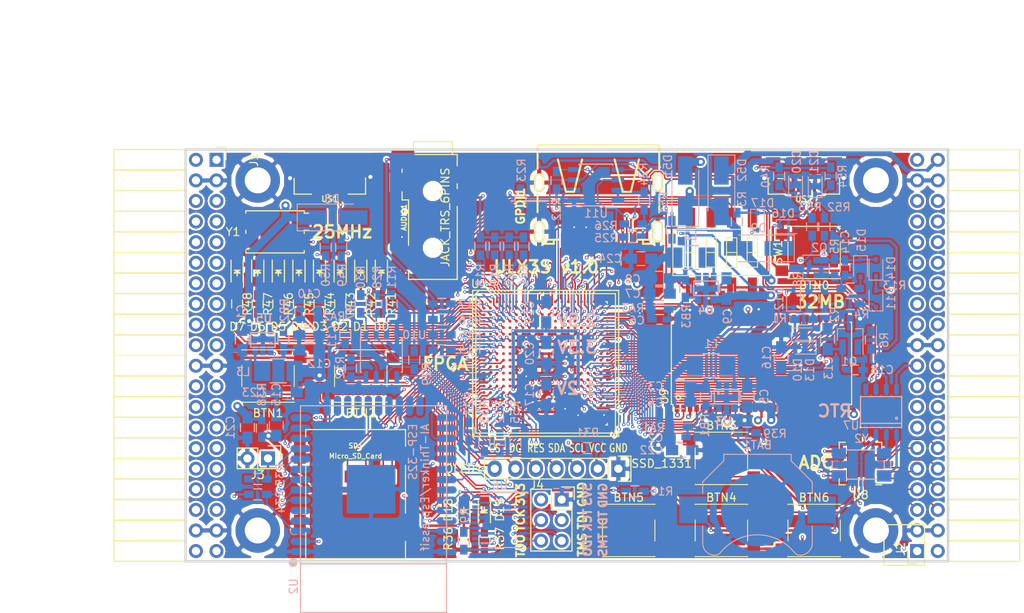
<source format=kicad_pcb>
(kicad_pcb (version 4) (host pcbnew 4.0.7+dfsg1-1)

  (general
    (links 687)
    (no_connects 0)
    (area 93.949999 61.269999 188.230001 112.370001)
    (thickness 1.6)
    (drawings 27)
    (tracks 4076)
    (zones 0)
    (modules 151)
    (nets 237)
  )

  (page A4)
  (layers
    (0 F.Cu signal)
    (1 In1.Cu signal)
    (2 In2.Cu signal)
    (31 B.Cu signal)
    (32 B.Adhes user)
    (33 F.Adhes user)
    (34 B.Paste user)
    (35 F.Paste user)
    (36 B.SilkS user)
    (37 F.SilkS user)
    (38 B.Mask user)
    (39 F.Mask user)
    (40 Dwgs.User user)
    (41 Cmts.User user)
    (42 Eco1.User user)
    (43 Eco2.User user)
    (44 Edge.Cuts user)
    (45 Margin user)
    (46 B.CrtYd user)
    (47 F.CrtYd user)
    (48 B.Fab user)
    (49 F.Fab user)
  )

  (setup
    (last_trace_width 0.3)
    (trace_clearance 0.127)
    (zone_clearance 0.254)
    (zone_45_only no)
    (trace_min 0.127)
    (segment_width 0.2)
    (edge_width 0.2)
    (via_size 0.4)
    (via_drill 0.2)
    (via_min_size 0.4)
    (via_min_drill 0.2)
    (uvia_size 0.3)
    (uvia_drill 0.1)
    (uvias_allowed no)
    (uvia_min_size 0.2)
    (uvia_min_drill 0.1)
    (pcb_text_width 0.3)
    (pcb_text_size 1.5 1.5)
    (mod_edge_width 0.15)
    (mod_text_size 1 1)
    (mod_text_width 0.15)
    (pad_size 0.5 0.5)
    (pad_drill 0)
    (pad_to_mask_clearance 0.05)
    (aux_axis_origin 82.67 62.69)
    (grid_origin 86.48 79.2)
    (visible_elements 7FFFFFFF)
    (pcbplotparams
      (layerselection 0x310f0_80000007)
      (usegerberextensions true)
      (excludeedgelayer true)
      (linewidth 0.100000)
      (plotframeref false)
      (viasonmask false)
      (mode 1)
      (useauxorigin false)
      (hpglpennumber 1)
      (hpglpenspeed 20)
      (hpglpendiameter 15)
      (hpglpenoverlay 2)
      (psnegative false)
      (psa4output false)
      (plotreference true)
      (plotvalue true)
      (plotinvisibletext false)
      (padsonsilk false)
      (subtractmaskfromsilk false)
      (outputformat 1)
      (mirror false)
      (drillshape 0)
      (scaleselection 1)
      (outputdirectory plot))
  )

  (net 0 "")
  (net 1 GND)
  (net 2 +5V)
  (net 3 /gpio/IN5V)
  (net 4 /gpio/OUT5V)
  (net 5 +3V3)
  (net 6 "Net-(L1-Pad1)")
  (net 7 "Net-(L2-Pad1)")
  (net 8 +1V2)
  (net 9 BTN_D)
  (net 10 BTN_F1)
  (net 11 BTN_F2)
  (net 12 BTN_L)
  (net 13 BTN_R)
  (net 14 BTN_U)
  (net 15 /power/FB1)
  (net 16 +2V5)
  (net 17 "Net-(L3-Pad1)")
  (net 18 /power/PWREN)
  (net 19 /power/FB3)
  (net 20 /power/FB2)
  (net 21 "Net-(D9-Pad1)")
  (net 22 /power/VBAT)
  (net 23 JTAG_TDI)
  (net 24 JTAG_TCK)
  (net 25 JTAG_TMS)
  (net 26 JTAG_TDO)
  (net 27 /power/WAKEUPn)
  (net 28 /power/WKUP)
  (net 29 /power/SHUT)
  (net 30 /power/WAKE)
  (net 31 /power/HOLD)
  (net 32 /power/WKn)
  (net 33 /power/OSCI_32k)
  (net 34 /power/OSCO_32k)
  (net 35 "Net-(Q2-Pad3)")
  (net 36 SHUTDOWN)
  (net 37 /analog/AUDIO_L)
  (net 38 /analog/AUDIO_R)
  (net 39 GPDI_5V_SCL)
  (net 40 GPDI_5V_SDA)
  (net 41 GPDI_SDA)
  (net 42 GPDI_SCL)
  (net 43 /gpdi/VREF2)
  (net 44 SD_CMD)
  (net 45 SD_CLK)
  (net 46 SD_D0)
  (net 47 SD_D1)
  (net 48 USB5V)
  (net 49 GPDI_CEC)
  (net 50 nRESET)
  (net 51 FTDI_nDTR)
  (net 52 SDRAM_CKE)
  (net 53 SDRAM_A7)
  (net 54 SDRAM_D15)
  (net 55 SDRAM_BA1)
  (net 56 SDRAM_D7)
  (net 57 SDRAM_A6)
  (net 58 SDRAM_CLK)
  (net 59 SDRAM_D13)
  (net 60 SDRAM_BA0)
  (net 61 SDRAM_D6)
  (net 62 SDRAM_A5)
  (net 63 SDRAM_D14)
  (net 64 SDRAM_A11)
  (net 65 SDRAM_D12)
  (net 66 SDRAM_D5)
  (net 67 SDRAM_A4)
  (net 68 SDRAM_A10)
  (net 69 SDRAM_D11)
  (net 70 SDRAM_A3)
  (net 71 SDRAM_D4)
  (net 72 SDRAM_D10)
  (net 73 SDRAM_D9)
  (net 74 SDRAM_A9)
  (net 75 SDRAM_D3)
  (net 76 SDRAM_D8)
  (net 77 SDRAM_A8)
  (net 78 SDRAM_A2)
  (net 79 SDRAM_A1)
  (net 80 SDRAM_A0)
  (net 81 SDRAM_D2)
  (net 82 SDRAM_D1)
  (net 83 SDRAM_D0)
  (net 84 SDRAM_DQM0)
  (net 85 SDRAM_nCS)
  (net 86 SDRAM_nRAS)
  (net 87 SDRAM_DQM1)
  (net 88 SDRAM_nCAS)
  (net 89 SDRAM_nWE)
  (net 90 /flash/FLASH_nWP)
  (net 91 /flash/FLASH_nHOLD)
  (net 92 /flash/FLASH_MOSI)
  (net 93 /flash/FLASH_MISO)
  (net 94 /flash/FLASH_SCK)
  (net 95 /flash/FLASH_nCS)
  (net 96 /flash/FPGA_PROGRAMN)
  (net 97 /flash/FPGA_DONE)
  (net 98 /flash/FPGA_INITN)
  (net 99 OLED_RES)
  (net 100 OLED_DC)
  (net 101 OLED_CS)
  (net 102 WIFI_EN)
  (net 103 FTDI_nRTS)
  (net 104 FTDI_TXD)
  (net 105 FTDI_RXD)
  (net 106 WIFI_RXD)
  (net 107 WIFI_GPIO0)
  (net 108 WIFI_TXD)
  (net 109 GPDI_ETH-)
  (net 110 GPDI_ETH+)
  (net 111 GPDI_D2+)
  (net 112 GPDI_D2-)
  (net 113 GPDI_D1+)
  (net 114 GPDI_D1-)
  (net 115 GPDI_D0+)
  (net 116 GPDI_D0-)
  (net 117 GPDI_CLK+)
  (net 118 GPDI_CLK-)
  (net 119 USB_FTDI_D+)
  (net 120 USB_FTDI_D-)
  (net 121 J1_17-)
  (net 122 J1_17+)
  (net 123 J1_23-)
  (net 124 J1_23+)
  (net 125 J1_25-)
  (net 126 J1_25+)
  (net 127 J1_27-)
  (net 128 J1_27+)
  (net 129 J1_29-)
  (net 130 J1_29+)
  (net 131 J1_31-)
  (net 132 J1_31+)
  (net 133 J1_33-)
  (net 134 J1_33+)
  (net 135 J1_35-)
  (net 136 J1_35+)
  (net 137 J2_5-)
  (net 138 J2_5+)
  (net 139 J2_7-)
  (net 140 J2_7+)
  (net 141 J2_9-)
  (net 142 J2_9+)
  (net 143 J2_13-)
  (net 144 J2_13+)
  (net 145 J2_17-)
  (net 146 J2_17+)
  (net 147 J2_11-)
  (net 148 J2_11+)
  (net 149 J2_23-)
  (net 150 J2_23+)
  (net 151 J1_5-)
  (net 152 J1_5+)
  (net 153 J1_7-)
  (net 154 J1_7+)
  (net 155 J1_9-)
  (net 156 J1_9+)
  (net 157 J1_11-)
  (net 158 J1_11+)
  (net 159 J1_13-)
  (net 160 J1_13+)
  (net 161 J1_15-)
  (net 162 J1_15+)
  (net 163 J2_15-)
  (net 164 J2_15+)
  (net 165 J2_25-)
  (net 166 J2_25+)
  (net 167 J2_27-)
  (net 168 J2_27+)
  (net 169 J2_29-)
  (net 170 J2_29+)
  (net 171 J2_31-)
  (net 172 J2_31+)
  (net 173 J2_33-)
  (net 174 J2_33+)
  (net 175 J2_35-)
  (net 176 J2_35+)
  (net 177 SD_D3)
  (net 178 AUDIO_L3)
  (net 179 AUDIO_L2)
  (net 180 AUDIO_L1)
  (net 181 AUDIO_L0)
  (net 182 AUDIO_R3)
  (net 183 AUDIO_R2)
  (net 184 AUDIO_R1)
  (net 185 AUDIO_R0)
  (net 186 OLED_CLK)
  (net 187 OLED_MOSI)
  (net 188 LED0)
  (net 189 LED1)
  (net 190 LED2)
  (net 191 LED3)
  (net 192 LED4)
  (net 193 LED5)
  (net 194 LED6)
  (net 195 LED7)
  (net 196 BTN_PWRn)
  (net 197 "Net-(J3-Pad1)")
  (net 198 FTDI_nTXLED)
  (net 199 FTDI_nSLEEP)
  (net 200 /blinkey/LED_PWREN)
  (net 201 /blinkey/LED_TXLED)
  (net 202 FT3V3)
  (net 203 /sdcard/SD3V3)
  (net 204 SD_D2)
  (net 205 CLK_25MHz)
  (net 206 /blinkey/BTNPUL)
  (net 207 /blinkey/BTNPUR)
  (net 208 USB_FPGA_D+)
  (net 209 /power/FTDI_nSUSPEND)
  (net 210 /blinkey/ALED0)
  (net 211 /blinkey/ALED1)
  (net 212 /blinkey/ALED2)
  (net 213 /blinkey/ALED3)
  (net 214 /blinkey/ALED4)
  (net 215 /blinkey/ALED5)
  (net 216 /blinkey/ALED6)
  (net 217 /blinkey/ALED7)
  (net 218 /usb/FTD-)
  (net 219 /usb/FTD+)
  (net 220 ADC_MISO)
  (net 221 ADC_MOSI)
  (net 222 ADC_CSn)
  (net 223 ADC_SCLK)
  (net 224 "Net-(R51-Pad2)")
  (net 225 SW3)
  (net 226 SW2)
  (net 227 SW1)
  (net 228 SW0)
  (net 229 USB_FPGA_D-)
  (net 230 /usb/FPD+)
  (net 231 /usb/FPD-)
  (net 232 WIFI_GPIO16)
  (net 233 WIFI_GPIO15)
  (net 234 /usb/ANT_433MHz)
  (net 235 /power/PWRBTn)
  (net 236 PROG_DONE)

  (net_class Default "This is the default net class."
    (clearance 0.127)
    (trace_width 0.3)
    (via_dia 0.4)
    (via_drill 0.2)
    (uvia_dia 0.3)
    (uvia_drill 0.1)
    (add_net +1V2)
    (add_net +2V5)
    (add_net +3V3)
    (add_net +5V)
    (add_net /analog/AUDIO_L)
    (add_net /analog/AUDIO_R)
    (add_net /blinkey/ALED0)
    (add_net /blinkey/ALED1)
    (add_net /blinkey/ALED2)
    (add_net /blinkey/ALED3)
    (add_net /blinkey/ALED4)
    (add_net /blinkey/ALED5)
    (add_net /blinkey/ALED6)
    (add_net /blinkey/ALED7)
    (add_net /blinkey/BTNPUL)
    (add_net /blinkey/BTNPUR)
    (add_net /blinkey/LED_PWREN)
    (add_net /blinkey/LED_TXLED)
    (add_net /gpdi/VREF2)
    (add_net /gpio/IN5V)
    (add_net /gpio/OUT5V)
    (add_net /power/FB1)
    (add_net /power/FB2)
    (add_net /power/FB3)
    (add_net /power/FTDI_nSUSPEND)
    (add_net /power/HOLD)
    (add_net /power/OSCI_32k)
    (add_net /power/OSCO_32k)
    (add_net /power/PWRBTn)
    (add_net /power/PWREN)
    (add_net /power/SHUT)
    (add_net /power/VBAT)
    (add_net /power/WAKE)
    (add_net /power/WAKEUPn)
    (add_net /power/WKUP)
    (add_net /power/WKn)
    (add_net /sdcard/SD3V3)
    (add_net /usb/ANT_433MHz)
    (add_net /usb/FPD+)
    (add_net /usb/FPD-)
    (add_net /usb/FTD+)
    (add_net /usb/FTD-)
    (add_net FT3V3)
    (add_net GND)
    (add_net "Net-(D9-Pad1)")
    (add_net "Net-(J3-Pad1)")
    (add_net "Net-(L1-Pad1)")
    (add_net "Net-(L2-Pad1)")
    (add_net "Net-(L3-Pad1)")
    (add_net "Net-(Q2-Pad3)")
    (add_net "Net-(R51-Pad2)")
    (add_net USB5V)
  )

  (net_class BGA ""
    (clearance 0.127)
    (trace_width 0.19)
    (via_dia 0.4)
    (via_drill 0.2)
    (uvia_dia 0.3)
    (uvia_drill 0.1)
    (add_net /flash/FLASH_MISO)
    (add_net /flash/FLASH_MOSI)
    (add_net /flash/FLASH_SCK)
    (add_net /flash/FLASH_nCS)
    (add_net /flash/FLASH_nHOLD)
    (add_net /flash/FLASH_nWP)
    (add_net /flash/FPGA_DONE)
    (add_net /flash/FPGA_INITN)
    (add_net /flash/FPGA_PROGRAMN)
    (add_net ADC_CSn)
    (add_net ADC_MISO)
    (add_net ADC_MOSI)
    (add_net ADC_SCLK)
    (add_net AUDIO_L0)
    (add_net AUDIO_L1)
    (add_net AUDIO_L2)
    (add_net AUDIO_L3)
    (add_net AUDIO_R0)
    (add_net AUDIO_R1)
    (add_net AUDIO_R2)
    (add_net AUDIO_R3)
    (add_net BTN_D)
    (add_net BTN_F1)
    (add_net BTN_F2)
    (add_net BTN_L)
    (add_net BTN_PWRn)
    (add_net BTN_R)
    (add_net BTN_U)
    (add_net CLK_25MHz)
    (add_net FTDI_RXD)
    (add_net FTDI_TXD)
    (add_net FTDI_nDTR)
    (add_net FTDI_nRTS)
    (add_net FTDI_nSLEEP)
    (add_net FTDI_nTXLED)
    (add_net GPDI_5V_SCL)
    (add_net GPDI_5V_SDA)
    (add_net GPDI_CEC)
    (add_net GPDI_CLK+)
    (add_net GPDI_CLK-)
    (add_net GPDI_D0+)
    (add_net GPDI_D0-)
    (add_net GPDI_D1+)
    (add_net GPDI_D1-)
    (add_net GPDI_D2+)
    (add_net GPDI_D2-)
    (add_net GPDI_ETH+)
    (add_net GPDI_ETH-)
    (add_net GPDI_SCL)
    (add_net GPDI_SDA)
    (add_net J1_11+)
    (add_net J1_11-)
    (add_net J1_13+)
    (add_net J1_13-)
    (add_net J1_15+)
    (add_net J1_15-)
    (add_net J1_17+)
    (add_net J1_17-)
    (add_net J1_23+)
    (add_net J1_23-)
    (add_net J1_25+)
    (add_net J1_25-)
    (add_net J1_27+)
    (add_net J1_27-)
    (add_net J1_29+)
    (add_net J1_29-)
    (add_net J1_31+)
    (add_net J1_31-)
    (add_net J1_33+)
    (add_net J1_33-)
    (add_net J1_35+)
    (add_net J1_35-)
    (add_net J1_5+)
    (add_net J1_5-)
    (add_net J1_7+)
    (add_net J1_7-)
    (add_net J1_9+)
    (add_net J1_9-)
    (add_net J2_11+)
    (add_net J2_11-)
    (add_net J2_13+)
    (add_net J2_13-)
    (add_net J2_15+)
    (add_net J2_15-)
    (add_net J2_17+)
    (add_net J2_17-)
    (add_net J2_23+)
    (add_net J2_23-)
    (add_net J2_25+)
    (add_net J2_25-)
    (add_net J2_27+)
    (add_net J2_27-)
    (add_net J2_29+)
    (add_net J2_29-)
    (add_net J2_31+)
    (add_net J2_31-)
    (add_net J2_33+)
    (add_net J2_33-)
    (add_net J2_35+)
    (add_net J2_35-)
    (add_net J2_5+)
    (add_net J2_5-)
    (add_net J2_7+)
    (add_net J2_7-)
    (add_net J2_9+)
    (add_net J2_9-)
    (add_net JTAG_TCK)
    (add_net JTAG_TDI)
    (add_net JTAG_TDO)
    (add_net JTAG_TMS)
    (add_net LED0)
    (add_net LED1)
    (add_net LED2)
    (add_net LED3)
    (add_net LED4)
    (add_net LED5)
    (add_net LED6)
    (add_net LED7)
    (add_net OLED_CLK)
    (add_net OLED_CS)
    (add_net OLED_DC)
    (add_net OLED_MOSI)
    (add_net OLED_RES)
    (add_net PROG_DONE)
    (add_net SDRAM_A0)
    (add_net SDRAM_A1)
    (add_net SDRAM_A10)
    (add_net SDRAM_A11)
    (add_net SDRAM_A2)
    (add_net SDRAM_A3)
    (add_net SDRAM_A4)
    (add_net SDRAM_A5)
    (add_net SDRAM_A6)
    (add_net SDRAM_A7)
    (add_net SDRAM_A8)
    (add_net SDRAM_A9)
    (add_net SDRAM_BA0)
    (add_net SDRAM_BA1)
    (add_net SDRAM_CKE)
    (add_net SDRAM_CLK)
    (add_net SDRAM_D0)
    (add_net SDRAM_D1)
    (add_net SDRAM_D10)
    (add_net SDRAM_D11)
    (add_net SDRAM_D12)
    (add_net SDRAM_D13)
    (add_net SDRAM_D14)
    (add_net SDRAM_D15)
    (add_net SDRAM_D2)
    (add_net SDRAM_D3)
    (add_net SDRAM_D4)
    (add_net SDRAM_D5)
    (add_net SDRAM_D6)
    (add_net SDRAM_D7)
    (add_net SDRAM_D8)
    (add_net SDRAM_D9)
    (add_net SDRAM_DQM0)
    (add_net SDRAM_DQM1)
    (add_net SDRAM_nCAS)
    (add_net SDRAM_nCS)
    (add_net SDRAM_nRAS)
    (add_net SDRAM_nWE)
    (add_net SD_CLK)
    (add_net SD_CMD)
    (add_net SD_D0)
    (add_net SD_D1)
    (add_net SD_D2)
    (add_net SD_D3)
    (add_net SHUTDOWN)
    (add_net SW0)
    (add_net SW1)
    (add_net SW2)
    (add_net SW3)
    (add_net USB_FPGA_D+)
    (add_net USB_FPGA_D-)
    (add_net USB_FTDI_D+)
    (add_net USB_FTDI_D-)
    (add_net WIFI_EN)
    (add_net WIFI_GPIO0)
    (add_net WIFI_GPIO15)
    (add_net WIFI_GPIO16)
    (add_net WIFI_RXD)
    (add_net WIFI_TXD)
    (add_net nRESET)
  )

  (net_class Minimal ""
    (clearance 0.127)
    (trace_width 0.127)
    (via_dia 0.4)
    (via_drill 0.2)
    (uvia_dia 0.3)
    (uvia_drill 0.1)
  )

  (module Diodes_SMD:D_SMA_Handsoldering (layer B.Cu) (tedit 59D564F6) (tstamp 59D3C50D)
    (at 155.695 66.5 90)
    (descr "Diode SMA (DO-214AC) Handsoldering")
    (tags "Diode SMA (DO-214AC) Handsoldering")
    (path /56AC389C/56AC483B)
    (attr smd)
    (fp_text reference D51 (at 3.048 -2.159 90) (layer B.SilkS)
      (effects (font (size 1 1) (thickness 0.15)) (justify mirror))
    )
    (fp_text value STPS2L30AF (at 0 -2.6 90) (layer B.Fab) hide
      (effects (font (size 1 1) (thickness 0.15)) (justify mirror))
    )
    (fp_text user %R (at 3.048 -2.159 90) (layer B.Fab) hide
      (effects (font (size 1 1) (thickness 0.15)) (justify mirror))
    )
    (fp_line (start -4.4 1.65) (end -4.4 -1.65) (layer B.SilkS) (width 0.12))
    (fp_line (start 2.3 -1.5) (end -2.3 -1.5) (layer B.Fab) (width 0.1))
    (fp_line (start -2.3 -1.5) (end -2.3 1.5) (layer B.Fab) (width 0.1))
    (fp_line (start 2.3 1.5) (end 2.3 -1.5) (layer B.Fab) (width 0.1))
    (fp_line (start 2.3 1.5) (end -2.3 1.5) (layer B.Fab) (width 0.1))
    (fp_line (start -4.5 1.75) (end 4.5 1.75) (layer B.CrtYd) (width 0.05))
    (fp_line (start 4.5 1.75) (end 4.5 -1.75) (layer B.CrtYd) (width 0.05))
    (fp_line (start 4.5 -1.75) (end -4.5 -1.75) (layer B.CrtYd) (width 0.05))
    (fp_line (start -4.5 -1.75) (end -4.5 1.75) (layer B.CrtYd) (width 0.05))
    (fp_line (start -0.64944 -0.00102) (end -1.55114 -0.00102) (layer B.Fab) (width 0.1))
    (fp_line (start 0.50118 -0.00102) (end 1.4994 -0.00102) (layer B.Fab) (width 0.1))
    (fp_line (start -0.64944 0.79908) (end -0.64944 -0.80112) (layer B.Fab) (width 0.1))
    (fp_line (start 0.50118 -0.75032) (end 0.50118 0.79908) (layer B.Fab) (width 0.1))
    (fp_line (start -0.64944 -0.00102) (end 0.50118 -0.75032) (layer B.Fab) (width 0.1))
    (fp_line (start -0.64944 -0.00102) (end 0.50118 0.79908) (layer B.Fab) (width 0.1))
    (fp_line (start -4.4 -1.65) (end 2.5 -1.65) (layer B.SilkS) (width 0.12))
    (fp_line (start -4.4 1.65) (end 2.5 1.65) (layer B.SilkS) (width 0.12))
    (pad 1 smd rect (at -2.5 0 90) (size 3.5 1.8) (layers B.Cu B.Paste B.Mask)
      (net 2 +5V))
    (pad 2 smd rect (at 2.5 0 90) (size 3.5 1.8) (layers B.Cu B.Paste B.Mask)
      (net 3 /gpio/IN5V))
    (model ${KISYS3DMOD}/Diodes_SMD.3dshapes/D_SMA.wrl
      (at (xyz 0 0 0))
      (scale (xyz 1 1 1))
      (rotate (xyz 0 0 0))
    )
  )

  (module Resistors_SMD:R_0603_HandSoldering (layer B.Cu) (tedit 58307AEF) (tstamp 595B8F7A)
    (at 154.044 71.326 90)
    (descr "Resistor SMD 0603, hand soldering")
    (tags "resistor 0603")
    (path /58D6547C/595B9C2F)
    (attr smd)
    (fp_text reference R51 (at 3.302 -1.016 90) (layer B.SilkS)
      (effects (font (size 1 1) (thickness 0.15)) (justify mirror))
    )
    (fp_text value 220 (at 3.556 -0.508 90) (layer B.Fab)
      (effects (font (size 1 1) (thickness 0.15)) (justify mirror))
    )
    (fp_line (start -0.8 -0.4) (end -0.8 0.4) (layer B.Fab) (width 0.1))
    (fp_line (start 0.8 -0.4) (end -0.8 -0.4) (layer B.Fab) (width 0.1))
    (fp_line (start 0.8 0.4) (end 0.8 -0.4) (layer B.Fab) (width 0.1))
    (fp_line (start -0.8 0.4) (end 0.8 0.4) (layer B.Fab) (width 0.1))
    (fp_line (start -2 0.8) (end 2 0.8) (layer B.CrtYd) (width 0.05))
    (fp_line (start -2 -0.8) (end 2 -0.8) (layer B.CrtYd) (width 0.05))
    (fp_line (start -2 0.8) (end -2 -0.8) (layer B.CrtYd) (width 0.05))
    (fp_line (start 2 0.8) (end 2 -0.8) (layer B.CrtYd) (width 0.05))
    (fp_line (start 0.5 -0.675) (end -0.5 -0.675) (layer B.SilkS) (width 0.15))
    (fp_line (start -0.5 0.675) (end 0.5 0.675) (layer B.SilkS) (width 0.15))
    (pad 1 smd rect (at -1.1 0 90) (size 1.2 0.9) (layers B.Cu B.Paste B.Mask)
      (net 5 +3V3))
    (pad 2 smd rect (at 1.1 0 90) (size 1.2 0.9) (layers B.Cu B.Paste B.Mask)
      (net 224 "Net-(R51-Pad2)"))
    (model Resistors_SMD.3dshapes/R_0603.wrl
      (at (xyz 0 0 0))
      (scale (xyz 1 1 1))
      (rotate (xyz 0 0 0))
    )
  )

  (module Resistors_SMD:R_1210_HandSoldering (layer B.Cu) (tedit 58307C8D) (tstamp 58D58A37)
    (at 158.87 88.09 180)
    (descr "Resistor SMD 1210, hand soldering")
    (tags "resistor 1210")
    (path /58D51CAD/58D59D36)
    (attr smd)
    (fp_text reference L1 (at 0 2.7 180) (layer B.SilkS)
      (effects (font (size 1 1) (thickness 0.15)) (justify mirror))
    )
    (fp_text value 2.2uH (at 0 2.032 180) (layer B.Fab)
      (effects (font (size 1 1) (thickness 0.15)) (justify mirror))
    )
    (fp_line (start -1.6 -1.25) (end -1.6 1.25) (layer B.Fab) (width 0.1))
    (fp_line (start 1.6 -1.25) (end -1.6 -1.25) (layer B.Fab) (width 0.1))
    (fp_line (start 1.6 1.25) (end 1.6 -1.25) (layer B.Fab) (width 0.1))
    (fp_line (start -1.6 1.25) (end 1.6 1.25) (layer B.Fab) (width 0.1))
    (fp_line (start -3.3 1.6) (end 3.3 1.6) (layer B.CrtYd) (width 0.05))
    (fp_line (start -3.3 -1.6) (end 3.3 -1.6) (layer B.CrtYd) (width 0.05))
    (fp_line (start -3.3 1.6) (end -3.3 -1.6) (layer B.CrtYd) (width 0.05))
    (fp_line (start 3.3 1.6) (end 3.3 -1.6) (layer B.CrtYd) (width 0.05))
    (fp_line (start 1 -1.475) (end -1 -1.475) (layer B.SilkS) (width 0.15))
    (fp_line (start -1 1.475) (end 1 1.475) (layer B.SilkS) (width 0.15))
    (pad 1 smd rect (at -2 0 180) (size 2 2.5) (layers B.Cu B.Paste B.Mask)
      (net 6 "Net-(L1-Pad1)"))
    (pad 2 smd rect (at 2 0 180) (size 2 2.5) (layers B.Cu B.Paste B.Mask)
      (net 8 +1V2))
    (model Inductors_SMD.3dshapes/L_1210.wrl
      (at (xyz 0 0 0))
      (scale (xyz 1 1 1))
      (rotate (xyz 0 0 0))
    )
  )

  (module TSOT-25:TSOT-25 (layer B.Cu) (tedit 59CD7E8F) (tstamp 58D5976E)
    (at 160.775 91.9)
    (path /58D51CAD/58D58840)
    (fp_text reference U3 (at -0.381 3.048) (layer B.SilkS)
      (effects (font (size 1 1) (thickness 0.2)) (justify mirror))
    )
    (fp_text value AP3429A (at 0 2.286) (layer B.Fab)
      (effects (font (size 0.4 0.4) (thickness 0.1)) (justify mirror))
    )
    (fp_circle (center -1 -0.4) (end -0.95 -0.5) (layer B.SilkS) (width 0.15))
    (fp_line (start -1.5 0.9) (end 1.5 0.9) (layer B.SilkS) (width 0.15))
    (fp_line (start 1.5 0.9) (end 1.5 -0.9) (layer B.SilkS) (width 0.15))
    (fp_line (start 1.5 -0.9) (end -1.5 -0.9) (layer B.SilkS) (width 0.15))
    (fp_line (start -1.5 -0.9) (end -1.5 0.9) (layer B.SilkS) (width 0.15))
    (pad 1 smd rect (at -0.95 -1.3) (size 0.7 1.2) (layers B.Cu B.Paste B.Mask)
      (net 18 /power/PWREN))
    (pad 2 smd rect (at 0 -1.3) (size 0.7 1.2) (layers B.Cu B.Paste B.Mask)
      (net 1 GND))
    (pad 3 smd rect (at 0.95 -1.3) (size 0.7 1.2) (layers B.Cu B.Paste B.Mask)
      (net 6 "Net-(L1-Pad1)"))
    (pad 4 smd rect (at 0.95 1.3) (size 0.7 1.2) (layers B.Cu B.Paste B.Mask)
      (net 2 +5V))
    (pad 5 smd rect (at -0.95 1.3) (size 0.7 1.2) (layers B.Cu B.Paste B.Mask)
      (net 15 /power/FB1))
    (model TO_SOT_Packages_SMD.3dshapes/SOT-23-5.wrl
      (at (xyz 0 0 0))
      (scale (xyz 1 1 1))
      (rotate (xyz 0 0 -90))
    )
  )

  (module Resistors_SMD:R_1210_HandSoldering (layer B.Cu) (tedit 58307C8D) (tstamp 58D599B2)
    (at 156.33 74.755 180)
    (descr "Resistor SMD 1210, hand soldering")
    (tags "resistor 1210")
    (path /58D51CAD/58D62964)
    (attr smd)
    (fp_text reference L2 (at 0 2.7 180) (layer B.SilkS)
      (effects (font (size 1 1) (thickness 0.15)) (justify mirror))
    )
    (fp_text value 2.2uH (at -1.016 2.159 180) (layer B.Fab)
      (effects (font (size 1 1) (thickness 0.15)) (justify mirror))
    )
    (fp_line (start -1.6 -1.25) (end -1.6 1.25) (layer B.Fab) (width 0.1))
    (fp_line (start 1.6 -1.25) (end -1.6 -1.25) (layer B.Fab) (width 0.1))
    (fp_line (start 1.6 1.25) (end 1.6 -1.25) (layer B.Fab) (width 0.1))
    (fp_line (start -1.6 1.25) (end 1.6 1.25) (layer B.Fab) (width 0.1))
    (fp_line (start -3.3 1.6) (end 3.3 1.6) (layer B.CrtYd) (width 0.05))
    (fp_line (start -3.3 -1.6) (end 3.3 -1.6) (layer B.CrtYd) (width 0.05))
    (fp_line (start -3.3 1.6) (end -3.3 -1.6) (layer B.CrtYd) (width 0.05))
    (fp_line (start 3.3 1.6) (end 3.3 -1.6) (layer B.CrtYd) (width 0.05))
    (fp_line (start 1 -1.475) (end -1 -1.475) (layer B.SilkS) (width 0.15))
    (fp_line (start -1 1.475) (end 1 1.475) (layer B.SilkS) (width 0.15))
    (pad 1 smd rect (at -2 0 180) (size 2 2.5) (layers B.Cu B.Paste B.Mask)
      (net 7 "Net-(L2-Pad1)"))
    (pad 2 smd rect (at 2 0 180) (size 2 2.5) (layers B.Cu B.Paste B.Mask)
      (net 5 +3V3))
    (model Inductors_SMD.3dshapes/L_1210.wrl
      (at (xyz 0 0 0))
      (scale (xyz 1 1 1))
      (rotate (xyz 0 0 0))
    )
  )

  (module TSOT-25:TSOT-25 (layer B.Cu) (tedit 59CD7E82) (tstamp 58D599CD)
    (at 158.235 78.535)
    (path /58D51CAD/58D62946)
    (fp_text reference U4 (at 0 2.697) (layer B.SilkS)
      (effects (font (size 1 1) (thickness 0.2)) (justify mirror))
    )
    (fp_text value AP3429A (at 0 2.443) (layer B.Fab)
      (effects (font (size 0.4 0.4) (thickness 0.1)) (justify mirror))
    )
    (fp_circle (center -1 -0.4) (end -0.95 -0.5) (layer B.SilkS) (width 0.15))
    (fp_line (start -1.5 0.9) (end 1.5 0.9) (layer B.SilkS) (width 0.15))
    (fp_line (start 1.5 0.9) (end 1.5 -0.9) (layer B.SilkS) (width 0.15))
    (fp_line (start 1.5 -0.9) (end -1.5 -0.9) (layer B.SilkS) (width 0.15))
    (fp_line (start -1.5 -0.9) (end -1.5 0.9) (layer B.SilkS) (width 0.15))
    (pad 1 smd rect (at -0.95 -1.3) (size 0.7 1.2) (layers B.Cu B.Paste B.Mask)
      (net 18 /power/PWREN))
    (pad 2 smd rect (at 0 -1.3) (size 0.7 1.2) (layers B.Cu B.Paste B.Mask)
      (net 1 GND))
    (pad 3 smd rect (at 0.95 -1.3) (size 0.7 1.2) (layers B.Cu B.Paste B.Mask)
      (net 7 "Net-(L2-Pad1)"))
    (pad 4 smd rect (at 0.95 1.3) (size 0.7 1.2) (layers B.Cu B.Paste B.Mask)
      (net 2 +5V))
    (pad 5 smd rect (at -0.95 1.3) (size 0.7 1.2) (layers B.Cu B.Paste B.Mask)
      (net 19 /power/FB3))
    (model TO_SOT_Packages_SMD.3dshapes/SOT-23-5.wrl
      (at (xyz 0 0 0))
      (scale (xyz 1 1 1))
      (rotate (xyz 0 0 -90))
    )
  )

  (module LEDs:LED_0805 (layer F.Cu) (tedit 59CCC657) (tstamp 58D659BC)
    (at 118.23 76.66 270)
    (descr "LED 0805 smd package")
    (tags "LED 0805 SMD")
    (path /58D6547C/58D66570)
    (attr smd)
    (fp_text reference D0 (at 6.604 0 360) (layer F.SilkS)
      (effects (font (size 1 1) (thickness 0.15)))
    )
    (fp_text value LED (at -2.794 0 270) (layer F.Fab) hide
      (effects (font (size 1 1) (thickness 0.15)))
    )
    (fp_line (start -0.4 -0.3) (end -0.4 0.3) (layer F.Fab) (width 0.15))
    (fp_line (start -0.3 0) (end 0 -0.3) (layer F.Fab) (width 0.15))
    (fp_line (start 0 0.3) (end -0.3 0) (layer F.Fab) (width 0.15))
    (fp_line (start 0 -0.3) (end 0 0.3) (layer F.Fab) (width 0.15))
    (fp_line (start 1 -0.6) (end -1 -0.6) (layer F.Fab) (width 0.15))
    (fp_line (start 1 0.6) (end 1 -0.6) (layer F.Fab) (width 0.15))
    (fp_line (start -1 0.6) (end 1 0.6) (layer F.Fab) (width 0.15))
    (fp_line (start -1 -0.6) (end -1 0.6) (layer F.Fab) (width 0.15))
    (fp_line (start -1.6 0.75) (end 1.1 0.75) (layer F.SilkS) (width 0.15))
    (fp_line (start -1.6 -0.75) (end 1.1 -0.75) (layer F.SilkS) (width 0.15))
    (fp_line (start -0.1 0.15) (end -0.1 -0.1) (layer F.SilkS) (width 0.15))
    (fp_line (start -0.1 -0.1) (end -0.25 0.05) (layer F.SilkS) (width 0.15))
    (fp_line (start -0.35 -0.35) (end -0.35 0.35) (layer F.SilkS) (width 0.15))
    (fp_line (start 0 0) (end 0.35 0) (layer F.SilkS) (width 0.15))
    (fp_line (start -0.35 0) (end 0 -0.35) (layer F.SilkS) (width 0.15))
    (fp_line (start 0 -0.35) (end 0 0.35) (layer F.SilkS) (width 0.15))
    (fp_line (start 0 0.35) (end -0.35 0) (layer F.SilkS) (width 0.15))
    (fp_line (start 1.9 -0.95) (end 1.9 0.95) (layer F.CrtYd) (width 0.05))
    (fp_line (start 1.9 0.95) (end -1.9 0.95) (layer F.CrtYd) (width 0.05))
    (fp_line (start -1.9 0.95) (end -1.9 -0.95) (layer F.CrtYd) (width 0.05))
    (fp_line (start -1.9 -0.95) (end 1.9 -0.95) (layer F.CrtYd) (width 0.05))
    (pad 2 smd rect (at 1.04902 0 90) (size 1.19888 1.19888) (layers F.Cu F.Paste F.Mask)
      (net 210 /blinkey/ALED0))
    (pad 1 smd rect (at -1.04902 0 90) (size 1.19888 1.19888) (layers F.Cu F.Paste F.Mask)
      (net 1 GND))
    (model LEDs.3dshapes/LED_0805.wrl
      (at (xyz 0 0 0))
      (scale (xyz 1 1 1))
      (rotate (xyz 0 0 0))
    )
  )

  (module LEDs:LED_0805 (layer F.Cu) (tedit 59CCC647) (tstamp 58D659C2)
    (at 115.69 76.66 270)
    (descr "LED 0805 smd package")
    (tags "LED 0805 SMD")
    (path /58D6547C/58D66620)
    (attr smd)
    (fp_text reference D1 (at 6.604 0 360) (layer F.SilkS)
      (effects (font (size 1 1) (thickness 0.15)))
    )
    (fp_text value LED (at -2.794 0 270) (layer F.Fab) hide
      (effects (font (size 1 1) (thickness 0.15)))
    )
    (fp_line (start -0.4 -0.3) (end -0.4 0.3) (layer F.Fab) (width 0.15))
    (fp_line (start -0.3 0) (end 0 -0.3) (layer F.Fab) (width 0.15))
    (fp_line (start 0 0.3) (end -0.3 0) (layer F.Fab) (width 0.15))
    (fp_line (start 0 -0.3) (end 0 0.3) (layer F.Fab) (width 0.15))
    (fp_line (start 1 -0.6) (end -1 -0.6) (layer F.Fab) (width 0.15))
    (fp_line (start 1 0.6) (end 1 -0.6) (layer F.Fab) (width 0.15))
    (fp_line (start -1 0.6) (end 1 0.6) (layer F.Fab) (width 0.15))
    (fp_line (start -1 -0.6) (end -1 0.6) (layer F.Fab) (width 0.15))
    (fp_line (start -1.6 0.75) (end 1.1 0.75) (layer F.SilkS) (width 0.15))
    (fp_line (start -1.6 -0.75) (end 1.1 -0.75) (layer F.SilkS) (width 0.15))
    (fp_line (start -0.1 0.15) (end -0.1 -0.1) (layer F.SilkS) (width 0.15))
    (fp_line (start -0.1 -0.1) (end -0.25 0.05) (layer F.SilkS) (width 0.15))
    (fp_line (start -0.35 -0.35) (end -0.35 0.35) (layer F.SilkS) (width 0.15))
    (fp_line (start 0 0) (end 0.35 0) (layer F.SilkS) (width 0.15))
    (fp_line (start -0.35 0) (end 0 -0.35) (layer F.SilkS) (width 0.15))
    (fp_line (start 0 -0.35) (end 0 0.35) (layer F.SilkS) (width 0.15))
    (fp_line (start 0 0.35) (end -0.35 0) (layer F.SilkS) (width 0.15))
    (fp_line (start 1.9 -0.95) (end 1.9 0.95) (layer F.CrtYd) (width 0.05))
    (fp_line (start 1.9 0.95) (end -1.9 0.95) (layer F.CrtYd) (width 0.05))
    (fp_line (start -1.9 0.95) (end -1.9 -0.95) (layer F.CrtYd) (width 0.05))
    (fp_line (start -1.9 -0.95) (end 1.9 -0.95) (layer F.CrtYd) (width 0.05))
    (pad 2 smd rect (at 1.04902 0 90) (size 1.19888 1.19888) (layers F.Cu F.Paste F.Mask)
      (net 211 /blinkey/ALED1))
    (pad 1 smd rect (at -1.04902 0 90) (size 1.19888 1.19888) (layers F.Cu F.Paste F.Mask)
      (net 1 GND))
    (model LEDs.3dshapes/LED_0805.wrl
      (at (xyz 0 0 0))
      (scale (xyz 1 1 1))
      (rotate (xyz 0 0 0))
    )
  )

  (module LEDs:LED_0805 (layer F.Cu) (tedit 59CCC63D) (tstamp 58D659C8)
    (at 113.15 76.66 270)
    (descr "LED 0805 smd package")
    (tags "LED 0805 SMD")
    (path /58D6547C/58D666C3)
    (attr smd)
    (fp_text reference D2 (at 6.604 0 360) (layer F.SilkS)
      (effects (font (size 1 1) (thickness 0.15)))
    )
    (fp_text value LED (at -2.794 0 270) (layer F.Fab) hide
      (effects (font (size 1 1) (thickness 0.15)))
    )
    (fp_line (start -0.4 -0.3) (end -0.4 0.3) (layer F.Fab) (width 0.15))
    (fp_line (start -0.3 0) (end 0 -0.3) (layer F.Fab) (width 0.15))
    (fp_line (start 0 0.3) (end -0.3 0) (layer F.Fab) (width 0.15))
    (fp_line (start 0 -0.3) (end 0 0.3) (layer F.Fab) (width 0.15))
    (fp_line (start 1 -0.6) (end -1 -0.6) (layer F.Fab) (width 0.15))
    (fp_line (start 1 0.6) (end 1 -0.6) (layer F.Fab) (width 0.15))
    (fp_line (start -1 0.6) (end 1 0.6) (layer F.Fab) (width 0.15))
    (fp_line (start -1 -0.6) (end -1 0.6) (layer F.Fab) (width 0.15))
    (fp_line (start -1.6 0.75) (end 1.1 0.75) (layer F.SilkS) (width 0.15))
    (fp_line (start -1.6 -0.75) (end 1.1 -0.75) (layer F.SilkS) (width 0.15))
    (fp_line (start -0.1 0.15) (end -0.1 -0.1) (layer F.SilkS) (width 0.15))
    (fp_line (start -0.1 -0.1) (end -0.25 0.05) (layer F.SilkS) (width 0.15))
    (fp_line (start -0.35 -0.35) (end -0.35 0.35) (layer F.SilkS) (width 0.15))
    (fp_line (start 0 0) (end 0.35 0) (layer F.SilkS) (width 0.15))
    (fp_line (start -0.35 0) (end 0 -0.35) (layer F.SilkS) (width 0.15))
    (fp_line (start 0 -0.35) (end 0 0.35) (layer F.SilkS) (width 0.15))
    (fp_line (start 0 0.35) (end -0.35 0) (layer F.SilkS) (width 0.15))
    (fp_line (start 1.9 -0.95) (end 1.9 0.95) (layer F.CrtYd) (width 0.05))
    (fp_line (start 1.9 0.95) (end -1.9 0.95) (layer F.CrtYd) (width 0.05))
    (fp_line (start -1.9 0.95) (end -1.9 -0.95) (layer F.CrtYd) (width 0.05))
    (fp_line (start -1.9 -0.95) (end 1.9 -0.95) (layer F.CrtYd) (width 0.05))
    (pad 2 smd rect (at 1.04902 0 90) (size 1.19888 1.19888) (layers F.Cu F.Paste F.Mask)
      (net 212 /blinkey/ALED2))
    (pad 1 smd rect (at -1.04902 0 90) (size 1.19888 1.19888) (layers F.Cu F.Paste F.Mask)
      (net 1 GND))
    (model LEDs.3dshapes/LED_0805.wrl
      (at (xyz 0 0 0))
      (scale (xyz 1 1 1))
      (rotate (xyz 0 0 0))
    )
  )

  (module LEDs:LED_0805 (layer F.Cu) (tedit 59CCC636) (tstamp 58D659CE)
    (at 110.61 76.66 270)
    (descr "LED 0805 smd package")
    (tags "LED 0805 SMD")
    (path /58D6547C/58D66733)
    (attr smd)
    (fp_text reference D3 (at 6.604 0 360) (layer F.SilkS)
      (effects (font (size 1 1) (thickness 0.15)))
    )
    (fp_text value LED (at -2.794 0 270) (layer F.Fab) hide
      (effects (font (size 1 1) (thickness 0.15)))
    )
    (fp_line (start -0.4 -0.3) (end -0.4 0.3) (layer F.Fab) (width 0.15))
    (fp_line (start -0.3 0) (end 0 -0.3) (layer F.Fab) (width 0.15))
    (fp_line (start 0 0.3) (end -0.3 0) (layer F.Fab) (width 0.15))
    (fp_line (start 0 -0.3) (end 0 0.3) (layer F.Fab) (width 0.15))
    (fp_line (start 1 -0.6) (end -1 -0.6) (layer F.Fab) (width 0.15))
    (fp_line (start 1 0.6) (end 1 -0.6) (layer F.Fab) (width 0.15))
    (fp_line (start -1 0.6) (end 1 0.6) (layer F.Fab) (width 0.15))
    (fp_line (start -1 -0.6) (end -1 0.6) (layer F.Fab) (width 0.15))
    (fp_line (start -1.6 0.75) (end 1.1 0.75) (layer F.SilkS) (width 0.15))
    (fp_line (start -1.6 -0.75) (end 1.1 -0.75) (layer F.SilkS) (width 0.15))
    (fp_line (start -0.1 0.15) (end -0.1 -0.1) (layer F.SilkS) (width 0.15))
    (fp_line (start -0.1 -0.1) (end -0.25 0.05) (layer F.SilkS) (width 0.15))
    (fp_line (start -0.35 -0.35) (end -0.35 0.35) (layer F.SilkS) (width 0.15))
    (fp_line (start 0 0) (end 0.35 0) (layer F.SilkS) (width 0.15))
    (fp_line (start -0.35 0) (end 0 -0.35) (layer F.SilkS) (width 0.15))
    (fp_line (start 0 -0.35) (end 0 0.35) (layer F.SilkS) (width 0.15))
    (fp_line (start 0 0.35) (end -0.35 0) (layer F.SilkS) (width 0.15))
    (fp_line (start 1.9 -0.95) (end 1.9 0.95) (layer F.CrtYd) (width 0.05))
    (fp_line (start 1.9 0.95) (end -1.9 0.95) (layer F.CrtYd) (width 0.05))
    (fp_line (start -1.9 0.95) (end -1.9 -0.95) (layer F.CrtYd) (width 0.05))
    (fp_line (start -1.9 -0.95) (end 1.9 -0.95) (layer F.CrtYd) (width 0.05))
    (pad 2 smd rect (at 1.04902 0 90) (size 1.19888 1.19888) (layers F.Cu F.Paste F.Mask)
      (net 213 /blinkey/ALED3))
    (pad 1 smd rect (at -1.04902 0 90) (size 1.19888 1.19888) (layers F.Cu F.Paste F.Mask)
      (net 1 GND))
    (model LEDs.3dshapes/LED_0805.wrl
      (at (xyz 0 0 0))
      (scale (xyz 1 1 1))
      (rotate (xyz 0 0 0))
    )
    (model Resistors_SMD.3dshapes/R_0603.wrl
      (at (xyz 0 0 0))
      (scale (xyz 1 1 1))
      (rotate (xyz 0 0 0))
    )
  )

  (module LEDs:LED_0805 (layer F.Cu) (tedit 59CCC62D) (tstamp 58D659D4)
    (at 108.07 76.66 270)
    (descr "LED 0805 smd package")
    (tags "LED 0805 SMD")
    (path /58D6547C/58D6688F)
    (attr smd)
    (fp_text reference D4 (at 6.604 0 360) (layer F.SilkS)
      (effects (font (size 1 1) (thickness 0.15)))
    )
    (fp_text value LED (at -2.794 0 270) (layer F.Fab) hide
      (effects (font (size 1 1) (thickness 0.15)))
    )
    (fp_line (start -0.4 -0.3) (end -0.4 0.3) (layer F.Fab) (width 0.15))
    (fp_line (start -0.3 0) (end 0 -0.3) (layer F.Fab) (width 0.15))
    (fp_line (start 0 0.3) (end -0.3 0) (layer F.Fab) (width 0.15))
    (fp_line (start 0 -0.3) (end 0 0.3) (layer F.Fab) (width 0.15))
    (fp_line (start 1 -0.6) (end -1 -0.6) (layer F.Fab) (width 0.15))
    (fp_line (start 1 0.6) (end 1 -0.6) (layer F.Fab) (width 0.15))
    (fp_line (start -1 0.6) (end 1 0.6) (layer F.Fab) (width 0.15))
    (fp_line (start -1 -0.6) (end -1 0.6) (layer F.Fab) (width 0.15))
    (fp_line (start -1.6 0.75) (end 1.1 0.75) (layer F.SilkS) (width 0.15))
    (fp_line (start -1.6 -0.75) (end 1.1 -0.75) (layer F.SilkS) (width 0.15))
    (fp_line (start -0.1 0.15) (end -0.1 -0.1) (layer F.SilkS) (width 0.15))
    (fp_line (start -0.1 -0.1) (end -0.25 0.05) (layer F.SilkS) (width 0.15))
    (fp_line (start -0.35 -0.35) (end -0.35 0.35) (layer F.SilkS) (width 0.15))
    (fp_line (start 0 0) (end 0.35 0) (layer F.SilkS) (width 0.15))
    (fp_line (start -0.35 0) (end 0 -0.35) (layer F.SilkS) (width 0.15))
    (fp_line (start 0 -0.35) (end 0 0.35) (layer F.SilkS) (width 0.15))
    (fp_line (start 0 0.35) (end -0.35 0) (layer F.SilkS) (width 0.15))
    (fp_line (start 1.9 -0.95) (end 1.9 0.95) (layer F.CrtYd) (width 0.05))
    (fp_line (start 1.9 0.95) (end -1.9 0.95) (layer F.CrtYd) (width 0.05))
    (fp_line (start -1.9 0.95) (end -1.9 -0.95) (layer F.CrtYd) (width 0.05))
    (fp_line (start -1.9 -0.95) (end 1.9 -0.95) (layer F.CrtYd) (width 0.05))
    (pad 2 smd rect (at 1.04902 0 90) (size 1.19888 1.19888) (layers F.Cu F.Paste F.Mask)
      (net 214 /blinkey/ALED4))
    (pad 1 smd rect (at -1.04902 0 90) (size 1.19888 1.19888) (layers F.Cu F.Paste F.Mask)
      (net 1 GND))
    (model LEDs.3dshapes/LED_0805.wrl
      (at (xyz 0 0 0))
      (scale (xyz 1 1 1))
      (rotate (xyz 0 0 0))
    )
  )

  (module LEDs:LED_0805 (layer F.Cu) (tedit 59CCC627) (tstamp 58D659DA)
    (at 105.53 76.66 270)
    (descr "LED 0805 smd package")
    (tags "LED 0805 SMD")
    (path /58D6547C/58D66895)
    (attr smd)
    (fp_text reference D5 (at 6.604 0 360) (layer F.SilkS)
      (effects (font (size 1 1) (thickness 0.15)))
    )
    (fp_text value LED (at -2.794 0 270) (layer F.Fab) hide
      (effects (font (size 1 1) (thickness 0.15)))
    )
    (fp_line (start -0.4 -0.3) (end -0.4 0.3) (layer F.Fab) (width 0.15))
    (fp_line (start -0.3 0) (end 0 -0.3) (layer F.Fab) (width 0.15))
    (fp_line (start 0 0.3) (end -0.3 0) (layer F.Fab) (width 0.15))
    (fp_line (start 0 -0.3) (end 0 0.3) (layer F.Fab) (width 0.15))
    (fp_line (start 1 -0.6) (end -1 -0.6) (layer F.Fab) (width 0.15))
    (fp_line (start 1 0.6) (end 1 -0.6) (layer F.Fab) (width 0.15))
    (fp_line (start -1 0.6) (end 1 0.6) (layer F.Fab) (width 0.15))
    (fp_line (start -1 -0.6) (end -1 0.6) (layer F.Fab) (width 0.15))
    (fp_line (start -1.6 0.75) (end 1.1 0.75) (layer F.SilkS) (width 0.15))
    (fp_line (start -1.6 -0.75) (end 1.1 -0.75) (layer F.SilkS) (width 0.15))
    (fp_line (start -0.1 0.15) (end -0.1 -0.1) (layer F.SilkS) (width 0.15))
    (fp_line (start -0.1 -0.1) (end -0.25 0.05) (layer F.SilkS) (width 0.15))
    (fp_line (start -0.35 -0.35) (end -0.35 0.35) (layer F.SilkS) (width 0.15))
    (fp_line (start 0 0) (end 0.35 0) (layer F.SilkS) (width 0.15))
    (fp_line (start -0.35 0) (end 0 -0.35) (layer F.SilkS) (width 0.15))
    (fp_line (start 0 -0.35) (end 0 0.35) (layer F.SilkS) (width 0.15))
    (fp_line (start 0 0.35) (end -0.35 0) (layer F.SilkS) (width 0.15))
    (fp_line (start 1.9 -0.95) (end 1.9 0.95) (layer F.CrtYd) (width 0.05))
    (fp_line (start 1.9 0.95) (end -1.9 0.95) (layer F.CrtYd) (width 0.05))
    (fp_line (start -1.9 0.95) (end -1.9 -0.95) (layer F.CrtYd) (width 0.05))
    (fp_line (start -1.9 -0.95) (end 1.9 -0.95) (layer F.CrtYd) (width 0.05))
    (pad 2 smd rect (at 1.04902 0 90) (size 1.19888 1.19888) (layers F.Cu F.Paste F.Mask)
      (net 215 /blinkey/ALED5))
    (pad 1 smd rect (at -1.04902 0 90) (size 1.19888 1.19888) (layers F.Cu F.Paste F.Mask)
      (net 1 GND))
    (model LEDs.3dshapes/LED_0805.wrl
      (at (xyz 0 0 0))
      (scale (xyz 1 1 1))
      (rotate (xyz 0 0 0))
    )
  )

  (module LEDs:LED_0805 (layer F.Cu) (tedit 59CCC61E) (tstamp 58D659E0)
    (at 102.99 76.66 270)
    (descr "LED 0805 smd package")
    (tags "LED 0805 SMD")
    (path /58D6547C/58D6689B)
    (attr smd)
    (fp_text reference D6 (at 6.604 0 360) (layer F.SilkS)
      (effects (font (size 1 1) (thickness 0.15)))
    )
    (fp_text value LED (at -2.794 0 270) (layer F.Fab) hide
      (effects (font (size 1 1) (thickness 0.15)))
    )
    (fp_line (start -0.4 -0.3) (end -0.4 0.3) (layer F.Fab) (width 0.15))
    (fp_line (start -0.3 0) (end 0 -0.3) (layer F.Fab) (width 0.15))
    (fp_line (start 0 0.3) (end -0.3 0) (layer F.Fab) (width 0.15))
    (fp_line (start 0 -0.3) (end 0 0.3) (layer F.Fab) (width 0.15))
    (fp_line (start 1 -0.6) (end -1 -0.6) (layer F.Fab) (width 0.15))
    (fp_line (start 1 0.6) (end 1 -0.6) (layer F.Fab) (width 0.15))
    (fp_line (start -1 0.6) (end 1 0.6) (layer F.Fab) (width 0.15))
    (fp_line (start -1 -0.6) (end -1 0.6) (layer F.Fab) (width 0.15))
    (fp_line (start -1.6 0.75) (end 1.1 0.75) (layer F.SilkS) (width 0.15))
    (fp_line (start -1.6 -0.75) (end 1.1 -0.75) (layer F.SilkS) (width 0.15))
    (fp_line (start -0.1 0.15) (end -0.1 -0.1) (layer F.SilkS) (width 0.15))
    (fp_line (start -0.1 -0.1) (end -0.25 0.05) (layer F.SilkS) (width 0.15))
    (fp_line (start -0.35 -0.35) (end -0.35 0.35) (layer F.SilkS) (width 0.15))
    (fp_line (start 0 0) (end 0.35 0) (layer F.SilkS) (width 0.15))
    (fp_line (start -0.35 0) (end 0 -0.35) (layer F.SilkS) (width 0.15))
    (fp_line (start 0 -0.35) (end 0 0.35) (layer F.SilkS) (width 0.15))
    (fp_line (start 0 0.35) (end -0.35 0) (layer F.SilkS) (width 0.15))
    (fp_line (start 1.9 -0.95) (end 1.9 0.95) (layer F.CrtYd) (width 0.05))
    (fp_line (start 1.9 0.95) (end -1.9 0.95) (layer F.CrtYd) (width 0.05))
    (fp_line (start -1.9 0.95) (end -1.9 -0.95) (layer F.CrtYd) (width 0.05))
    (fp_line (start -1.9 -0.95) (end 1.9 -0.95) (layer F.CrtYd) (width 0.05))
    (pad 2 smd rect (at 1.04902 0 90) (size 1.19888 1.19888) (layers F.Cu F.Paste F.Mask)
      (net 216 /blinkey/ALED6))
    (pad 1 smd rect (at -1.04902 0 90) (size 1.19888 1.19888) (layers F.Cu F.Paste F.Mask)
      (net 1 GND))
    (model LEDs.3dshapes/LED_0805.wrl
      (at (xyz 0 0 0))
      (scale (xyz 1 1 1))
      (rotate (xyz 0 0 0))
    )
  )

  (module LEDs:LED_0805 (layer F.Cu) (tedit 59CCC61A) (tstamp 58D659E6)
    (at 100.45 76.66 270)
    (descr "LED 0805 smd package")
    (tags "LED 0805 SMD")
    (path /58D6547C/58D668A1)
    (attr smd)
    (fp_text reference D7 (at 6.604 0 360) (layer F.SilkS)
      (effects (font (size 1 1) (thickness 0.15)))
    )
    (fp_text value LED (at -2.794 0 270) (layer F.Fab) hide
      (effects (font (size 1 1) (thickness 0.15)))
    )
    (fp_line (start -0.4 -0.3) (end -0.4 0.3) (layer F.Fab) (width 0.15))
    (fp_line (start -0.3 0) (end 0 -0.3) (layer F.Fab) (width 0.15))
    (fp_line (start 0 0.3) (end -0.3 0) (layer F.Fab) (width 0.15))
    (fp_line (start 0 -0.3) (end 0 0.3) (layer F.Fab) (width 0.15))
    (fp_line (start 1 -0.6) (end -1 -0.6) (layer F.Fab) (width 0.15))
    (fp_line (start 1 0.6) (end 1 -0.6) (layer F.Fab) (width 0.15))
    (fp_line (start -1 0.6) (end 1 0.6) (layer F.Fab) (width 0.15))
    (fp_line (start -1 -0.6) (end -1 0.6) (layer F.Fab) (width 0.15))
    (fp_line (start -1.6 0.75) (end 1.1 0.75) (layer F.SilkS) (width 0.15))
    (fp_line (start -1.6 -0.75) (end 1.1 -0.75) (layer F.SilkS) (width 0.15))
    (fp_line (start -0.1 0.15) (end -0.1 -0.1) (layer F.SilkS) (width 0.15))
    (fp_line (start -0.1 -0.1) (end -0.25 0.05) (layer F.SilkS) (width 0.15))
    (fp_line (start -0.35 -0.35) (end -0.35 0.35) (layer F.SilkS) (width 0.15))
    (fp_line (start 0 0) (end 0.35 0) (layer F.SilkS) (width 0.15))
    (fp_line (start -0.35 0) (end 0 -0.35) (layer F.SilkS) (width 0.15))
    (fp_line (start 0 -0.35) (end 0 0.35) (layer F.SilkS) (width 0.15))
    (fp_line (start 0 0.35) (end -0.35 0) (layer F.SilkS) (width 0.15))
    (fp_line (start 1.9 -0.95) (end 1.9 0.95) (layer F.CrtYd) (width 0.05))
    (fp_line (start 1.9 0.95) (end -1.9 0.95) (layer F.CrtYd) (width 0.05))
    (fp_line (start -1.9 0.95) (end -1.9 -0.95) (layer F.CrtYd) (width 0.05))
    (fp_line (start -1.9 -0.95) (end 1.9 -0.95) (layer F.CrtYd) (width 0.05))
    (pad 2 smd rect (at 1.04902 0 90) (size 1.19888 1.19888) (layers F.Cu F.Paste F.Mask)
      (net 217 /blinkey/ALED7))
    (pad 1 smd rect (at -1.04902 0 90) (size 1.19888 1.19888) (layers F.Cu F.Paste F.Mask)
      (net 1 GND))
    (model LEDs.3dshapes/LED_0805.wrl
      (at (xyz 0 0 0))
      (scale (xyz 1 1 1))
      (rotate (xyz 0 0 0))
    )
  )

  (module Resistors_SMD:R_1210_HandSoldering (layer B.Cu) (tedit 58307C8D) (tstamp 58D66E7E)
    (at 105.53 88.725)
    (descr "Resistor SMD 1210, hand soldering")
    (tags "resistor 1210")
    (path /58D51CAD/58D67BD8)
    (attr smd)
    (fp_text reference L3 (at -4.318 0.127) (layer B.SilkS)
      (effects (font (size 1 1) (thickness 0.15)) (justify mirror))
    )
    (fp_text value 2.2uH (at 5.842 0.381) (layer B.Fab)
      (effects (font (size 1 1) (thickness 0.15)) (justify mirror))
    )
    (fp_line (start -1.6 -1.25) (end -1.6 1.25) (layer B.Fab) (width 0.1))
    (fp_line (start 1.6 -1.25) (end -1.6 -1.25) (layer B.Fab) (width 0.1))
    (fp_line (start 1.6 1.25) (end 1.6 -1.25) (layer B.Fab) (width 0.1))
    (fp_line (start -1.6 1.25) (end 1.6 1.25) (layer B.Fab) (width 0.1))
    (fp_line (start -3.3 1.6) (end 3.3 1.6) (layer B.CrtYd) (width 0.05))
    (fp_line (start -3.3 -1.6) (end 3.3 -1.6) (layer B.CrtYd) (width 0.05))
    (fp_line (start -3.3 1.6) (end -3.3 -1.6) (layer B.CrtYd) (width 0.05))
    (fp_line (start 3.3 1.6) (end 3.3 -1.6) (layer B.CrtYd) (width 0.05))
    (fp_line (start 1 -1.475) (end -1 -1.475) (layer B.SilkS) (width 0.15))
    (fp_line (start -1 1.475) (end 1 1.475) (layer B.SilkS) (width 0.15))
    (pad 1 smd rect (at -2 0) (size 2 2.5) (layers B.Cu B.Paste B.Mask)
      (net 17 "Net-(L3-Pad1)"))
    (pad 2 smd rect (at 2 0) (size 2 2.5) (layers B.Cu B.Paste B.Mask)
      (net 16 +2V5))
    (model Inductors_SMD.3dshapes/L_1210.wrl
      (at (xyz 0 0 0))
      (scale (xyz 1 1 1))
      (rotate (xyz 0 0 0))
    )
  )

  (module TSOT-25:TSOT-25 (layer B.Cu) (tedit 59CD7D98) (tstamp 58D66E99)
    (at 103.625 84.915 180)
    (path /58D51CAD/58D67BBA)
    (fp_text reference U5 (at -0.127 2.667 180) (layer B.SilkS)
      (effects (font (size 1 1) (thickness 0.2)) (justify mirror))
    )
    (fp_text value AP3429A (at 0 2.413 180) (layer B.Fab)
      (effects (font (size 0.4 0.4) (thickness 0.1)) (justify mirror))
    )
    (fp_circle (center -1 -0.4) (end -0.95 -0.5) (layer B.SilkS) (width 0.15))
    (fp_line (start -1.5 0.9) (end 1.5 0.9) (layer B.SilkS) (width 0.15))
    (fp_line (start 1.5 0.9) (end 1.5 -0.9) (layer B.SilkS) (width 0.15))
    (fp_line (start 1.5 -0.9) (end -1.5 -0.9) (layer B.SilkS) (width 0.15))
    (fp_line (start -1.5 -0.9) (end -1.5 0.9) (layer B.SilkS) (width 0.15))
    (pad 1 smd rect (at -0.95 -1.3 180) (size 0.7 1.2) (layers B.Cu B.Paste B.Mask)
      (net 18 /power/PWREN))
    (pad 2 smd rect (at 0 -1.3 180) (size 0.7 1.2) (layers B.Cu B.Paste B.Mask)
      (net 1 GND))
    (pad 3 smd rect (at 0.95 -1.3 180) (size 0.7 1.2) (layers B.Cu B.Paste B.Mask)
      (net 17 "Net-(L3-Pad1)"))
    (pad 4 smd rect (at 0.95 1.3 180) (size 0.7 1.2) (layers B.Cu B.Paste B.Mask)
      (net 2 +5V))
    (pad 5 smd rect (at -0.95 1.3 180) (size 0.7 1.2) (layers B.Cu B.Paste B.Mask)
      (net 20 /power/FB2))
    (model TO_SOT_Packages_SMD.3dshapes/SOT-23-5.wrl
      (at (xyz 0 0 0))
      (scale (xyz 1 1 1))
      (rotate (xyz 0 0 -90))
    )
  )

  (module Capacitors_SMD:C_0805_HandSoldering (layer B.Cu) (tedit 541A9B8D) (tstamp 58D68B19)
    (at 101.085 84.915 270)
    (descr "Capacitor SMD 0805, hand soldering")
    (tags "capacitor 0805")
    (path /58D51CAD/58D598B7)
    (attr smd)
    (fp_text reference C1 (at -3.429 0.127 270) (layer B.SilkS)
      (effects (font (size 1 1) (thickness 0.15)) (justify mirror))
    )
    (fp_text value 22uF (at -3.429 -0.127 270) (layer B.Fab)
      (effects (font (size 1 1) (thickness 0.15)) (justify mirror))
    )
    (fp_line (start -1 -0.625) (end -1 0.625) (layer B.Fab) (width 0.15))
    (fp_line (start 1 -0.625) (end -1 -0.625) (layer B.Fab) (width 0.15))
    (fp_line (start 1 0.625) (end 1 -0.625) (layer B.Fab) (width 0.15))
    (fp_line (start -1 0.625) (end 1 0.625) (layer B.Fab) (width 0.15))
    (fp_line (start -2.3 1) (end 2.3 1) (layer B.CrtYd) (width 0.05))
    (fp_line (start -2.3 -1) (end 2.3 -1) (layer B.CrtYd) (width 0.05))
    (fp_line (start -2.3 1) (end -2.3 -1) (layer B.CrtYd) (width 0.05))
    (fp_line (start 2.3 1) (end 2.3 -1) (layer B.CrtYd) (width 0.05))
    (fp_line (start 0.5 0.85) (end -0.5 0.85) (layer B.SilkS) (width 0.15))
    (fp_line (start -0.5 -0.85) (end 0.5 -0.85) (layer B.SilkS) (width 0.15))
    (pad 1 smd rect (at -1.25 0 270) (size 1.5 1.25) (layers B.Cu B.Paste B.Mask)
      (net 2 +5V))
    (pad 2 smd rect (at 1.25 0 270) (size 1.5 1.25) (layers B.Cu B.Paste B.Mask)
      (net 1 GND))
    (model Capacitors_SMD.3dshapes/C_0805.wrl
      (at (xyz 0 0 0))
      (scale (xyz 1 1 1))
      (rotate (xyz 0 0 0))
    )
  )

  (module Capacitors_SMD:C_0805_HandSoldering (layer B.Cu) (tedit 541A9B8D) (tstamp 58D68B1E)
    (at 155.06 90.63)
    (descr "Capacitor SMD 0805, hand soldering")
    (tags "capacitor 0805")
    (path /58D51CAD/58D5AE64)
    (attr smd)
    (fp_text reference C3 (at -3.048 0) (layer B.SilkS)
      (effects (font (size 1 1) (thickness 0.15)) (justify mirror))
    )
    (fp_text value 22uF (at -4.064 0) (layer B.Fab)
      (effects (font (size 1 1) (thickness 0.15)) (justify mirror))
    )
    (fp_line (start -1 -0.625) (end -1 0.625) (layer B.Fab) (width 0.15))
    (fp_line (start 1 -0.625) (end -1 -0.625) (layer B.Fab) (width 0.15))
    (fp_line (start 1 0.625) (end 1 -0.625) (layer B.Fab) (width 0.15))
    (fp_line (start -1 0.625) (end 1 0.625) (layer B.Fab) (width 0.15))
    (fp_line (start -2.3 1) (end 2.3 1) (layer B.CrtYd) (width 0.05))
    (fp_line (start -2.3 -1) (end 2.3 -1) (layer B.CrtYd) (width 0.05))
    (fp_line (start -2.3 1) (end -2.3 -1) (layer B.CrtYd) (width 0.05))
    (fp_line (start 2.3 1) (end 2.3 -1) (layer B.CrtYd) (width 0.05))
    (fp_line (start 0.5 0.85) (end -0.5 0.85) (layer B.SilkS) (width 0.15))
    (fp_line (start -0.5 -0.85) (end 0.5 -0.85) (layer B.SilkS) (width 0.15))
    (pad 1 smd rect (at -1.25 0) (size 1.5 1.25) (layers B.Cu B.Paste B.Mask)
      (net 8 +1V2))
    (pad 2 smd rect (at 1.25 0) (size 1.5 1.25) (layers B.Cu B.Paste B.Mask)
      (net 1 GND))
    (model Capacitors_SMD.3dshapes/C_0805.wrl
      (at (xyz 0 0 0))
      (scale (xyz 1 1 1))
      (rotate (xyz 0 0 0))
    )
  )

  (module Capacitors_SMD:C_0805_HandSoldering (layer B.Cu) (tedit 541A9B8D) (tstamp 58D68B23)
    (at 155.06 92.535)
    (descr "Capacitor SMD 0805, hand soldering")
    (tags "capacitor 0805")
    (path /58D51CAD/58D5AEB3)
    (attr smd)
    (fp_text reference C4 (at -3.048 0.127) (layer B.SilkS)
      (effects (font (size 1 1) (thickness 0.15)) (justify mirror))
    )
    (fp_text value 22uF (at -4.064 0.127) (layer B.Fab)
      (effects (font (size 1 1) (thickness 0.15)) (justify mirror))
    )
    (fp_line (start -1 -0.625) (end -1 0.625) (layer B.Fab) (width 0.15))
    (fp_line (start 1 -0.625) (end -1 -0.625) (layer B.Fab) (width 0.15))
    (fp_line (start 1 0.625) (end 1 -0.625) (layer B.Fab) (width 0.15))
    (fp_line (start -1 0.625) (end 1 0.625) (layer B.Fab) (width 0.15))
    (fp_line (start -2.3 1) (end 2.3 1) (layer B.CrtYd) (width 0.05))
    (fp_line (start -2.3 -1) (end 2.3 -1) (layer B.CrtYd) (width 0.05))
    (fp_line (start -2.3 1) (end -2.3 -1) (layer B.CrtYd) (width 0.05))
    (fp_line (start 2.3 1) (end 2.3 -1) (layer B.CrtYd) (width 0.05))
    (fp_line (start 0.5 0.85) (end -0.5 0.85) (layer B.SilkS) (width 0.15))
    (fp_line (start -0.5 -0.85) (end 0.5 -0.85) (layer B.SilkS) (width 0.15))
    (pad 1 smd rect (at -1.25 0) (size 1.5 1.25) (layers B.Cu B.Paste B.Mask)
      (net 8 +1V2))
    (pad 2 smd rect (at 1.25 0) (size 1.5 1.25) (layers B.Cu B.Paste B.Mask)
      (net 1 GND))
    (model Capacitors_SMD.3dshapes/C_0805.wrl
      (at (xyz 0 0 0))
      (scale (xyz 1 1 1))
      (rotate (xyz 0 0 0))
    )
  )

  (module Capacitors_SMD:C_0805_HandSoldering (layer B.Cu) (tedit 541A9B8D) (tstamp 58D68B28)
    (at 163.315 91.9 90)
    (descr "Capacitor SMD 0805, hand soldering")
    (tags "capacitor 0805")
    (path /58D51CAD/58D6295E)
    (attr smd)
    (fp_text reference C5 (at 0 2.1 90) (layer B.SilkS)
      (effects (font (size 1 1) (thickness 0.15)) (justify mirror))
    )
    (fp_text value 22uF (at 0.254 1.651 90) (layer B.Fab)
      (effects (font (size 1 1) (thickness 0.15)) (justify mirror))
    )
    (fp_line (start -1 -0.625) (end -1 0.625) (layer B.Fab) (width 0.15))
    (fp_line (start 1 -0.625) (end -1 -0.625) (layer B.Fab) (width 0.15))
    (fp_line (start 1 0.625) (end 1 -0.625) (layer B.Fab) (width 0.15))
    (fp_line (start -1 0.625) (end 1 0.625) (layer B.Fab) (width 0.15))
    (fp_line (start -2.3 1) (end 2.3 1) (layer B.CrtYd) (width 0.05))
    (fp_line (start -2.3 -1) (end 2.3 -1) (layer B.CrtYd) (width 0.05))
    (fp_line (start -2.3 1) (end -2.3 -1) (layer B.CrtYd) (width 0.05))
    (fp_line (start 2.3 1) (end 2.3 -1) (layer B.CrtYd) (width 0.05))
    (fp_line (start 0.5 0.85) (end -0.5 0.85) (layer B.SilkS) (width 0.15))
    (fp_line (start -0.5 -0.85) (end 0.5 -0.85) (layer B.SilkS) (width 0.15))
    (pad 1 smd rect (at -1.25 0 90) (size 1.5 1.25) (layers B.Cu B.Paste B.Mask)
      (net 2 +5V))
    (pad 2 smd rect (at 1.25 0 90) (size 1.5 1.25) (layers B.Cu B.Paste B.Mask)
      (net 1 GND))
    (model Capacitors_SMD.3dshapes/C_0805.wrl
      (at (xyz 0 0 0))
      (scale (xyz 1 1 1))
      (rotate (xyz 0 0 0))
    )
  )

  (module Capacitors_SMD:C_0805_HandSoldering (layer B.Cu) (tedit 541A9B8D) (tstamp 58D68B2D)
    (at 152.52 79.2)
    (descr "Capacitor SMD 0805, hand soldering")
    (tags "capacitor 0805")
    (path /58D51CAD/58D62988)
    (attr smd)
    (fp_text reference C7 (at -3.302 0) (layer B.SilkS)
      (effects (font (size 1 1) (thickness 0.15)) (justify mirror))
    )
    (fp_text value 22uF (at -4.318 0) (layer B.Fab)
      (effects (font (size 1 1) (thickness 0.15)) (justify mirror))
    )
    (fp_line (start -1 -0.625) (end -1 0.625) (layer B.Fab) (width 0.15))
    (fp_line (start 1 -0.625) (end -1 -0.625) (layer B.Fab) (width 0.15))
    (fp_line (start 1 0.625) (end 1 -0.625) (layer B.Fab) (width 0.15))
    (fp_line (start -1 0.625) (end 1 0.625) (layer B.Fab) (width 0.15))
    (fp_line (start -2.3 1) (end 2.3 1) (layer B.CrtYd) (width 0.05))
    (fp_line (start -2.3 -1) (end 2.3 -1) (layer B.CrtYd) (width 0.05))
    (fp_line (start -2.3 1) (end -2.3 -1) (layer B.CrtYd) (width 0.05))
    (fp_line (start 2.3 1) (end 2.3 -1) (layer B.CrtYd) (width 0.05))
    (fp_line (start 0.5 0.85) (end -0.5 0.85) (layer B.SilkS) (width 0.15))
    (fp_line (start -0.5 -0.85) (end 0.5 -0.85) (layer B.SilkS) (width 0.15))
    (pad 1 smd rect (at -1.25 0) (size 1.5 1.25) (layers B.Cu B.Paste B.Mask)
      (net 5 +3V3))
    (pad 2 smd rect (at 1.25 0) (size 1.5 1.25) (layers B.Cu B.Paste B.Mask)
      (net 1 GND))
    (model Capacitors_SMD.3dshapes/C_0805.wrl
      (at (xyz 0 0 0))
      (scale (xyz 1 1 1))
      (rotate (xyz 0 0 0))
    )
  )

  (module Capacitors_SMD:C_0805_HandSoldering (layer B.Cu) (tedit 541A9B8D) (tstamp 58D68B32)
    (at 152.52 77.295)
    (descr "Capacitor SMD 0805, hand soldering")
    (tags "capacitor 0805")
    (path /58D51CAD/58D6298E)
    (attr smd)
    (fp_text reference C8 (at -3.302 0.127) (layer B.SilkS)
      (effects (font (size 1 1) (thickness 0.15)) (justify mirror))
    )
    (fp_text value 22uF (at -4.572 -0.127) (layer B.Fab)
      (effects (font (size 1 1) (thickness 0.15)) (justify mirror))
    )
    (fp_line (start -1 -0.625) (end -1 0.625) (layer B.Fab) (width 0.15))
    (fp_line (start 1 -0.625) (end -1 -0.625) (layer B.Fab) (width 0.15))
    (fp_line (start 1 0.625) (end 1 -0.625) (layer B.Fab) (width 0.15))
    (fp_line (start -1 0.625) (end 1 0.625) (layer B.Fab) (width 0.15))
    (fp_line (start -2.3 1) (end 2.3 1) (layer B.CrtYd) (width 0.05))
    (fp_line (start -2.3 -1) (end 2.3 -1) (layer B.CrtYd) (width 0.05))
    (fp_line (start -2.3 1) (end -2.3 -1) (layer B.CrtYd) (width 0.05))
    (fp_line (start 2.3 1) (end 2.3 -1) (layer B.CrtYd) (width 0.05))
    (fp_line (start 0.5 0.85) (end -0.5 0.85) (layer B.SilkS) (width 0.15))
    (fp_line (start -0.5 -0.85) (end 0.5 -0.85) (layer B.SilkS) (width 0.15))
    (pad 1 smd rect (at -1.25 0) (size 1.5 1.25) (layers B.Cu B.Paste B.Mask)
      (net 5 +3V3))
    (pad 2 smd rect (at 1.25 0) (size 1.5 1.25) (layers B.Cu B.Paste B.Mask)
      (net 1 GND))
    (model Capacitors_SMD.3dshapes/C_0805.wrl
      (at (xyz 0 0 0))
      (scale (xyz 1 1 1))
      (rotate (xyz 0 0 0))
    )
  )

  (module Capacitors_SMD:C_0805_HandSoldering (layer B.Cu) (tedit 541A9B8D) (tstamp 58D68B37)
    (at 160.775 78.565 90)
    (descr "Capacitor SMD 0805, hand soldering")
    (tags "capacitor 0805")
    (path /58D51CAD/58D67BD2)
    (attr smd)
    (fp_text reference C9 (at -3.429 0.127 90) (layer B.SilkS)
      (effects (font (size 1 1) (thickness 0.15)) (justify mirror))
    )
    (fp_text value 22uF (at -4.699 0.127 90) (layer B.Fab)
      (effects (font (size 1 1) (thickness 0.15)) (justify mirror))
    )
    (fp_line (start -1 -0.625) (end -1 0.625) (layer B.Fab) (width 0.15))
    (fp_line (start 1 -0.625) (end -1 -0.625) (layer B.Fab) (width 0.15))
    (fp_line (start 1 0.625) (end 1 -0.625) (layer B.Fab) (width 0.15))
    (fp_line (start -1 0.625) (end 1 0.625) (layer B.Fab) (width 0.15))
    (fp_line (start -2.3 1) (end 2.3 1) (layer B.CrtYd) (width 0.05))
    (fp_line (start -2.3 -1) (end 2.3 -1) (layer B.CrtYd) (width 0.05))
    (fp_line (start -2.3 1) (end -2.3 -1) (layer B.CrtYd) (width 0.05))
    (fp_line (start 2.3 1) (end 2.3 -1) (layer B.CrtYd) (width 0.05))
    (fp_line (start 0.5 0.85) (end -0.5 0.85) (layer B.SilkS) (width 0.15))
    (fp_line (start -0.5 -0.85) (end 0.5 -0.85) (layer B.SilkS) (width 0.15))
    (pad 1 smd rect (at -1.25 0 90) (size 1.5 1.25) (layers B.Cu B.Paste B.Mask)
      (net 2 +5V))
    (pad 2 smd rect (at 1.25 0 90) (size 1.5 1.25) (layers B.Cu B.Paste B.Mask)
      (net 1 GND))
    (model Capacitors_SMD.3dshapes/C_0805.wrl
      (at (xyz 0 0 0))
      (scale (xyz 1 1 1))
      (rotate (xyz 0 0 0))
    )
  )

  (module Capacitors_SMD:C_0805_HandSoldering (layer B.Cu) (tedit 541A9B8D) (tstamp 58D68B3C)
    (at 109.34 84.28 180)
    (descr "Capacitor SMD 0805, hand soldering")
    (tags "capacitor 0805")
    (path /58D51CAD/58D67BF6)
    (attr smd)
    (fp_text reference C11 (at -2.794 -0.254 270) (layer B.SilkS)
      (effects (font (size 1 1) (thickness 0.15)) (justify mirror))
    )
    (fp_text value 22uF (at -2.794 -1.016 270) (layer B.Fab)
      (effects (font (size 1 1) (thickness 0.15)) (justify mirror))
    )
    (fp_line (start -1 -0.625) (end -1 0.625) (layer B.Fab) (width 0.15))
    (fp_line (start 1 -0.625) (end -1 -0.625) (layer B.Fab) (width 0.15))
    (fp_line (start 1 0.625) (end 1 -0.625) (layer B.Fab) (width 0.15))
    (fp_line (start -1 0.625) (end 1 0.625) (layer B.Fab) (width 0.15))
    (fp_line (start -2.3 1) (end 2.3 1) (layer B.CrtYd) (width 0.05))
    (fp_line (start -2.3 -1) (end 2.3 -1) (layer B.CrtYd) (width 0.05))
    (fp_line (start -2.3 1) (end -2.3 -1) (layer B.CrtYd) (width 0.05))
    (fp_line (start 2.3 1) (end 2.3 -1) (layer B.CrtYd) (width 0.05))
    (fp_line (start 0.5 0.85) (end -0.5 0.85) (layer B.SilkS) (width 0.15))
    (fp_line (start -0.5 -0.85) (end 0.5 -0.85) (layer B.SilkS) (width 0.15))
    (pad 1 smd rect (at -1.25 0 180) (size 1.5 1.25) (layers B.Cu B.Paste B.Mask)
      (net 16 +2V5))
    (pad 2 smd rect (at 1.25 0 180) (size 1.5 1.25) (layers B.Cu B.Paste B.Mask)
      (net 1 GND))
    (model Capacitors_SMD.3dshapes/C_0805.wrl
      (at (xyz 0 0 0))
      (scale (xyz 1 1 1))
      (rotate (xyz 0 0 0))
    )
  )

  (module Capacitors_SMD:C_0805_HandSoldering (layer B.Cu) (tedit 541A9B8D) (tstamp 58D68B41)
    (at 109.34 86.185 180)
    (descr "Capacitor SMD 0805, hand soldering")
    (tags "capacitor 0805")
    (path /58D51CAD/58D67BFC)
    (attr smd)
    (fp_text reference C12 (at -1.27 -1.651 360) (layer B.SilkS)
      (effects (font (size 1 1) (thickness 0.15)) (justify mirror))
    )
    (fp_text value 22uF (at -1.27 -1.651 360) (layer B.Fab)
      (effects (font (size 1 1) (thickness 0.15)) (justify mirror))
    )
    (fp_line (start -1 -0.625) (end -1 0.625) (layer B.Fab) (width 0.15))
    (fp_line (start 1 -0.625) (end -1 -0.625) (layer B.Fab) (width 0.15))
    (fp_line (start 1 0.625) (end 1 -0.625) (layer B.Fab) (width 0.15))
    (fp_line (start -1 0.625) (end 1 0.625) (layer B.Fab) (width 0.15))
    (fp_line (start -2.3 1) (end 2.3 1) (layer B.CrtYd) (width 0.05))
    (fp_line (start -2.3 -1) (end 2.3 -1) (layer B.CrtYd) (width 0.05))
    (fp_line (start -2.3 1) (end -2.3 -1) (layer B.CrtYd) (width 0.05))
    (fp_line (start 2.3 1) (end 2.3 -1) (layer B.CrtYd) (width 0.05))
    (fp_line (start 0.5 0.85) (end -0.5 0.85) (layer B.SilkS) (width 0.15))
    (fp_line (start -0.5 -0.85) (end 0.5 -0.85) (layer B.SilkS) (width 0.15))
    (pad 1 smd rect (at -1.25 0 180) (size 1.5 1.25) (layers B.Cu B.Paste B.Mask)
      (net 16 +2V5))
    (pad 2 smd rect (at 1.25 0 180) (size 1.5 1.25) (layers B.Cu B.Paste B.Mask)
      (net 1 GND))
    (model Capacitors_SMD.3dshapes/C_0805.wrl
      (at (xyz 0 0 0))
      (scale (xyz 1 1 1))
      (rotate (xyz 0 0 0))
    )
  )

  (module Power_Integrations:SO-8 (layer B.Cu) (tedit 0) (tstamp 58D70A05)
    (at 179.825 93.805 180)
    (descr "SO-8 Surface Mount Small Outline 150mil 8pin Package")
    (tags "Power Integrations D Package")
    (path /58D51CAD/58D70684)
    (fp_text reference U7 (at 3.683 -1.651 180) (layer B.SilkS)
      (effects (font (size 1 1) (thickness 0.15)) (justify mirror))
    )
    (fp_text value PCF8523 (at 5.969 -1.397 180) (layer B.Fab)
      (effects (font (size 1 1) (thickness 0.15)) (justify mirror))
    )
    (fp_circle (center -1.905 -0.762) (end -1.778 -0.762) (layer B.SilkS) (width 0.15))
    (fp_line (start -2.54 -1.397) (end 2.54 -1.397) (layer B.SilkS) (width 0.15))
    (fp_line (start -2.54 1.905) (end 2.54 1.905) (layer B.SilkS) (width 0.15))
    (fp_line (start -2.54 -1.905) (end 2.54 -1.905) (layer B.SilkS) (width 0.15))
    (fp_line (start -2.54 -1.905) (end -2.54 1.905) (layer B.SilkS) (width 0.15))
    (fp_line (start 2.54 -1.905) (end 2.54 1.905) (layer B.SilkS) (width 0.15))
    (pad 1 smd oval (at -1.905 -2.794 180) (size 0.6096 1.4732) (layers B.Cu B.Paste B.Mask)
      (net 33 /power/OSCI_32k))
    (pad 2 smd oval (at -0.635 -2.794 180) (size 0.6096 1.4732) (layers B.Cu B.Paste B.Mask)
      (net 34 /power/OSCO_32k))
    (pad 3 smd oval (at 0.635 -2.794 180) (size 0.6096 1.4732) (layers B.Cu B.Paste B.Mask)
      (net 22 /power/VBAT))
    (pad 4 smd oval (at 1.905 -2.794 180) (size 0.6096 1.4732) (layers B.Cu B.Paste B.Mask)
      (net 1 GND))
    (pad 5 smd oval (at 1.905 2.794 180) (size 0.6096 1.4732) (layers B.Cu B.Paste B.Mask)
      (net 41 GPDI_SDA))
    (pad 6 smd oval (at 0.635 2.794 180) (size 0.6096 1.4732) (layers B.Cu B.Paste B.Mask)
      (net 42 GPDI_SCL))
    (pad 7 smd oval (at -0.635 2.794 180) (size 0.6096 1.4732) (layers B.Cu B.Paste B.Mask)
      (net 27 /power/WAKEUPn))
    (pad 8 smd oval (at -1.905 2.794 180) (size 0.6096 1.4732) (layers B.Cu B.Paste B.Mask)
      (net 5 +3V3))
    (model Housings_SOIC.3dshapes/SOIC-8_3.9x4.9mm_Pitch1.27mm.wrl
      (at (xyz 0 0 0))
      (scale (xyz 1 1 1))
      (rotate (xyz 0 0 -90))
    )
  )

  (module Capacitors_SMD:C_0805_HandSoldering (layer B.Cu) (tedit 541A9B8D) (tstamp 58D79A6F)
    (at 173.221 84.788 90)
    (descr "Capacitor SMD 0805, hand soldering")
    (tags "capacitor 0805")
    (path /58D51CAD/58D7A3F0)
    (attr smd)
    (fp_text reference C13 (at -3.556 0.127 90) (layer B.SilkS)
      (effects (font (size 1 1) (thickness 0.15)) (justify mirror))
    )
    (fp_text value 2.2uF (at -4.318 0.127 90) (layer B.Fab)
      (effects (font (size 1 1) (thickness 0.15)) (justify mirror))
    )
    (fp_line (start -1 -0.625) (end -1 0.625) (layer B.Fab) (width 0.15))
    (fp_line (start 1 -0.625) (end -1 -0.625) (layer B.Fab) (width 0.15))
    (fp_line (start 1 0.625) (end 1 -0.625) (layer B.Fab) (width 0.15))
    (fp_line (start -1 0.625) (end 1 0.625) (layer B.Fab) (width 0.15))
    (fp_line (start -2.3 1) (end 2.3 1) (layer B.CrtYd) (width 0.05))
    (fp_line (start -2.3 -1) (end 2.3 -1) (layer B.CrtYd) (width 0.05))
    (fp_line (start -2.3 1) (end -2.3 -1) (layer B.CrtYd) (width 0.05))
    (fp_line (start 2.3 1) (end 2.3 -1) (layer B.CrtYd) (width 0.05))
    (fp_line (start 0.5 0.85) (end -0.5 0.85) (layer B.SilkS) (width 0.15))
    (fp_line (start -0.5 -0.85) (end 0.5 -0.85) (layer B.SilkS) (width 0.15))
    (pad 1 smd rect (at -1.25 0 90) (size 1.5 1.25) (layers B.Cu B.Paste B.Mask)
      (net 2 +5V))
    (pad 2 smd rect (at 1.25 0 90) (size 1.5 1.25) (layers B.Cu B.Paste B.Mask)
      (net 28 /power/WKUP))
    (model Capacitors_SMD.3dshapes/C_0805.wrl
      (at (xyz 0 0 0))
      (scale (xyz 1 1 1))
      (rotate (xyz 0 0 0))
    )
  )

  (module TSOP54:TSOP54 (layer F.Cu) (tedit 55BAC4E8) (tstamp 58D85778)
    (at 165.08 87.8 90)
    (descr "TSOPII-54: Plastic Thin Small Outline Package; 54 leads; body width 10.16mm; (see 128m-as4c4m32s-tsopii.pdf and http://www.infineon.com/cms/packages/SMD_-_Surface_Mounted_Devices/P-PG-TSOPII/P-TSOPII-54-1.html)")
    (tags "TSOPII 0.8")
    (path /58D6D507/58D8506F)
    (fp_text reference U9 (at -4.1 -12 90) (layer F.SilkS)
      (effects (font (size 1 1) (thickness 0.15)))
    )
    (fp_text value MT48LC16M16A2TG (at 0 -0.114 180) (layer F.Fab)
      (effects (font (size 1 1) (thickness 0.15)))
    )
    (fp_line (start -5.08 11.1) (end -5.08 10.9) (layer F.SilkS) (width 0.15))
    (fp_line (start 5.08 11.1) (end 5.08 10.9) (layer F.SilkS) (width 0.15))
    (fp_circle (center -4.25 -10.25) (end -4 -10.25) (layer F.SilkS) (width 0.15))
    (fp_line (start -5.08 -10.9) (end -5.9 -10.9) (layer F.SilkS) (width 0.15))
    (fp_line (start -5.08 -11.1) (end -5.08 -10.9) (layer F.SilkS) (width 0.15))
    (fp_line (start 5.08 -11.1) (end 5.08 -10.9) (layer F.SilkS) (width 0.15))
    (fp_line (start 5.08 11.11) (end -5.08 11.11) (layer F.SilkS) (width 0.15))
    (fp_line (start -5.08 -11.11) (end 5.08 -11.11) (layer F.SilkS) (width 0.15))
    (pad 28 smd rect (at 5.53 10.4 90) (size 0.9 0.56) (layers F.Cu F.Paste F.Mask)
      (net 1 GND))
    (pad 1 smd rect (at -5.53 -10.4 90) (size 0.9 0.56) (layers F.Cu F.Paste F.Mask)
      (net 5 +3V3))
    (pad 2 smd rect (at -5.53 -9.6 90) (size 0.9 0.56) (layers F.Cu F.Paste F.Mask)
      (net 83 SDRAM_D0))
    (pad 3 smd rect (at -5.53 -8.8 90) (size 0.9 0.56) (layers F.Cu F.Paste F.Mask)
      (net 5 +3V3))
    (pad 4 smd rect (at -5.53 -8 90) (size 0.9 0.56) (layers F.Cu F.Paste F.Mask)
      (net 82 SDRAM_D1))
    (pad 5 smd rect (at -5.53 -7.2 90) (size 0.9 0.56) (layers F.Cu F.Paste F.Mask)
      (net 81 SDRAM_D2))
    (pad 6 smd rect (at -5.53 -6.4 90) (size 0.9 0.56) (layers F.Cu F.Paste F.Mask)
      (net 1 GND))
    (pad 7 smd rect (at -5.53 -5.6 90) (size 0.9 0.56) (layers F.Cu F.Paste F.Mask)
      (net 75 SDRAM_D3))
    (pad 8 smd rect (at -5.53 -4.8 90) (size 0.9 0.56) (layers F.Cu F.Paste F.Mask)
      (net 71 SDRAM_D4))
    (pad 9 smd rect (at -5.53 -4 90) (size 0.9 0.56) (layers F.Cu F.Paste F.Mask)
      (net 5 +3V3))
    (pad 10 smd rect (at -5.53 -3.2 90) (size 0.9 0.56) (layers F.Cu F.Paste F.Mask)
      (net 66 SDRAM_D5))
    (pad 11 smd rect (at -5.53 -2.4 90) (size 0.9 0.56) (layers F.Cu F.Paste F.Mask)
      (net 61 SDRAM_D6))
    (pad 12 smd rect (at -5.53 -1.6 90) (size 0.9 0.56) (layers F.Cu F.Paste F.Mask)
      (net 1 GND))
    (pad 13 smd rect (at -5.53 -0.8 90) (size 0.9 0.56) (layers F.Cu F.Paste F.Mask)
      (net 56 SDRAM_D7))
    (pad 14 smd rect (at -5.53 0 90) (size 0.9 0.56) (layers F.Cu F.Paste F.Mask)
      (net 5 +3V3))
    (pad 15 smd rect (at -5.53 0.8 90) (size 0.9 0.56) (layers F.Cu F.Paste F.Mask)
      (net 84 SDRAM_DQM0))
    (pad 16 smd rect (at -5.53 1.6 90) (size 0.9 0.56) (layers F.Cu F.Paste F.Mask)
      (net 89 SDRAM_nWE))
    (pad 17 smd rect (at -5.53 2.4 90) (size 0.9 0.56) (layers F.Cu F.Paste F.Mask)
      (net 88 SDRAM_nCAS))
    (pad 18 smd rect (at -5.53 3.2 90) (size 0.9 0.56) (layers F.Cu F.Paste F.Mask)
      (net 86 SDRAM_nRAS))
    (pad 19 smd rect (at -5.53 4 90) (size 0.9 0.56) (layers F.Cu F.Paste F.Mask)
      (net 85 SDRAM_nCS))
    (pad 20 smd rect (at -5.53 4.8 90) (size 0.9 0.56) (layers F.Cu F.Paste F.Mask)
      (net 60 SDRAM_BA0))
    (pad 21 smd rect (at -5.53 5.6 90) (size 0.9 0.56) (layers F.Cu F.Paste F.Mask)
      (net 55 SDRAM_BA1))
    (pad 22 smd rect (at -5.53 6.4 90) (size 0.9 0.56) (layers F.Cu F.Paste F.Mask)
      (net 68 SDRAM_A10))
    (pad 23 smd rect (at -5.53 7.2 90) (size 0.9 0.56) (layers F.Cu F.Paste F.Mask)
      (net 80 SDRAM_A0))
    (pad 24 smd rect (at -5.53 8 90) (size 0.9 0.56) (layers F.Cu F.Paste F.Mask)
      (net 79 SDRAM_A1))
    (pad 25 smd rect (at -5.53 8.8 90) (size 0.9 0.56) (layers F.Cu F.Paste F.Mask)
      (net 78 SDRAM_A2))
    (pad 26 smd rect (at -5.53 9.6 90) (size 0.9 0.56) (layers F.Cu F.Paste F.Mask)
      (net 70 SDRAM_A3))
    (pad 27 smd rect (at -5.53 10.4 90) (size 0.9 0.56) (layers F.Cu F.Paste F.Mask)
      (net 5 +3V3))
    (pad 29 smd rect (at 5.53 9.6 90) (size 0.9 0.56) (layers F.Cu F.Paste F.Mask)
      (net 67 SDRAM_A4))
    (pad 30 smd rect (at 5.53 8.8 90) (size 0.9 0.56) (layers F.Cu F.Paste F.Mask)
      (net 62 SDRAM_A5))
    (pad 31 smd rect (at 5.53 8 90) (size 0.9 0.56) (layers F.Cu F.Paste F.Mask)
      (net 57 SDRAM_A6))
    (pad 32 smd rect (at 5.53 7.2 90) (size 0.9 0.56) (layers F.Cu F.Paste F.Mask)
      (net 53 SDRAM_A7))
    (pad 33 smd rect (at 5.53 6.4 90) (size 0.9 0.56) (layers F.Cu F.Paste F.Mask)
      (net 77 SDRAM_A8))
    (pad 34 smd rect (at 5.53 5.6 90) (size 0.9 0.56) (layers F.Cu F.Paste F.Mask)
      (net 74 SDRAM_A9))
    (pad 35 smd rect (at 5.53 4.8 90) (size 0.9 0.56) (layers F.Cu F.Paste F.Mask)
      (net 64 SDRAM_A11))
    (pad 36 smd rect (at 5.53 4 90) (size 0.9 0.56) (layers F.Cu F.Paste F.Mask))
    (pad 37 smd rect (at 5.53 3.2 90) (size 0.9 0.56) (layers F.Cu F.Paste F.Mask)
      (net 52 SDRAM_CKE))
    (pad 38 smd rect (at 5.53 2.4 90) (size 0.9 0.56) (layers F.Cu F.Paste F.Mask)
      (net 58 SDRAM_CLK))
    (pad 39 smd rect (at 5.53 1.6 90) (size 0.9 0.56) (layers F.Cu F.Paste F.Mask)
      (net 87 SDRAM_DQM1))
    (pad 40 smd rect (at 5.53 0.8 90) (size 0.9 0.56) (layers F.Cu F.Paste F.Mask))
    (pad 41 smd rect (at 5.53 0 90) (size 0.9 0.56) (layers F.Cu F.Paste F.Mask)
      (net 1 GND))
    (pad 42 smd rect (at 5.53 -0.8 90) (size 0.9 0.56) (layers F.Cu F.Paste F.Mask)
      (net 76 SDRAM_D8))
    (pad 43 smd rect (at 5.53 -1.6 90) (size 0.9 0.56) (layers F.Cu F.Paste F.Mask)
      (net 5 +3V3))
    (pad 44 smd rect (at 5.53 -2.4 90) (size 0.9 0.56) (layers F.Cu F.Paste F.Mask)
      (net 73 SDRAM_D9))
    (pad 45 smd rect (at 5.53 -3.2 90) (size 0.9 0.56) (layers F.Cu F.Paste F.Mask)
      (net 72 SDRAM_D10))
    (pad 46 smd rect (at 5.53 -4 90) (size 0.9 0.56) (layers F.Cu F.Paste F.Mask)
      (net 1 GND))
    (pad 47 smd rect (at 5.53 -4.8 90) (size 0.9 0.56) (layers F.Cu F.Paste F.Mask)
      (net 69 SDRAM_D11))
    (pad 48 smd rect (at 5.53 -5.6 90) (size 0.9 0.56) (layers F.Cu F.Paste F.Mask)
      (net 65 SDRAM_D12))
    (pad 49 smd rect (at 5.53 -6.4 90) (size 0.9 0.56) (layers F.Cu F.Paste F.Mask)
      (net 5 +3V3))
    (pad 50 smd rect (at 5.53 -7.2 90) (size 0.9 0.56) (layers F.Cu F.Paste F.Mask)
      (net 59 SDRAM_D13))
    (pad 51 smd rect (at 5.53 -8 90) (size 0.9 0.56) (layers F.Cu F.Paste F.Mask)
      (net 63 SDRAM_D14))
    (pad 52 smd rect (at 5.53 -8.8 90) (size 0.9 0.56) (layers F.Cu F.Paste F.Mask)
      (net 1 GND))
    (pad 53 smd rect (at 5.53 -9.6 90) (size 0.9 0.56) (layers F.Cu F.Paste F.Mask)
      (net 54 SDRAM_D15))
    (pad 54 smd rect (at 5.53 -10.4 90) (size 0.9 0.56) (layers F.Cu F.Paste F.Mask)
      (net 1 GND))
    (model Housings_SSOP.3dshapes/TSOPII-54_10.16x22.22mm_Pitch0.8mm.wrl
      (at (xyz 0 0 0))
      (scale (xyz 1 1 1))
      (rotate (xyz 0 0 0))
    )
    (model Housings_SSOP.3dshapes/VSO-56_11.1x21.5mm_Pitch0.75mm.wrl
      (at (xyz 0 0 0))
      (scale (xyz 0.7 1.025 1))
      (rotate (xyz 0 0 0))
    )
  )

  (module TO_SOT_Packages_SMD:SOT-23_Handsoldering (layer B.Cu) (tedit 583F3954) (tstamp 58D86548)
    (at 176.015 84.28 90)
    (descr "SOT-23, Handsoldering")
    (tags SOT-23)
    (path /58D51CAD/58D89315)
    (attr smd)
    (fp_text reference Q1 (at -3.302 -0.127 180) (layer B.SilkS)
      (effects (font (size 1 1) (thickness 0.15)) (justify mirror))
    )
    (fp_text value BC857 (at -3.302 4.699 180) (layer B.Fab)
      (effects (font (size 1 1) (thickness 0.15)) (justify mirror))
    )
    (fp_line (start 0.76 -1.58) (end 0.76 -0.65) (layer B.SilkS) (width 0.12))
    (fp_line (start 0.76 1.58) (end 0.76 0.65) (layer B.SilkS) (width 0.12))
    (fp_line (start 0.7 1.52) (end 0.7 -1.52) (layer B.Fab) (width 0.15))
    (fp_line (start -0.7 -1.52) (end 0.7 -1.52) (layer B.Fab) (width 0.15))
    (fp_line (start -2.7 1.75) (end 2.7 1.75) (layer B.CrtYd) (width 0.05))
    (fp_line (start 2.7 1.75) (end 2.7 -1.75) (layer B.CrtYd) (width 0.05))
    (fp_line (start 2.7 -1.75) (end -2.7 -1.75) (layer B.CrtYd) (width 0.05))
    (fp_line (start -2.7 -1.75) (end -2.7 1.75) (layer B.CrtYd) (width 0.05))
    (fp_line (start 0.76 1.58) (end -2.4 1.58) (layer B.SilkS) (width 0.12))
    (fp_line (start -0.7 1.52) (end 0.7 1.52) (layer B.Fab) (width 0.15))
    (fp_line (start -0.7 1.52) (end -0.7 -1.52) (layer B.Fab) (width 0.15))
    (fp_line (start 0.76 -1.58) (end -0.7 -1.58) (layer B.SilkS) (width 0.12))
    (pad 1 smd rect (at -1.5 0.95 90) (size 1.9 0.8) (layers B.Cu B.Paste B.Mask)
      (net 32 /power/WKn))
    (pad 2 smd rect (at -1.5 -0.95 90) (size 1.9 0.8) (layers B.Cu B.Paste B.Mask)
      (net 2 +5V))
    (pad 3 smd rect (at 1.5 0 90) (size 1.9 0.8) (layers B.Cu B.Paste B.Mask)
      (net 28 /power/WKUP))
    (model TO_SOT_Packages_SMD.3dshapes/SOT-23.wrl
      (at (xyz 0 0 0))
      (scale (xyz 1 1 1))
      (rotate (xyz 0 0 0))
    )
  )

  (module TO_SOT_Packages_SMD:SOT-23_Handsoldering (layer B.Cu) (tedit 583F3954) (tstamp 58D8654F)
    (at 170.935 76.025 180)
    (descr "SOT-23, Handsoldering")
    (tags SOT-23)
    (path /58D51CAD/58D883BD)
    (attr smd)
    (fp_text reference Q2 (at -1.295 2.5 180) (layer B.SilkS)
      (effects (font (size 1 1) (thickness 0.15)) (justify mirror))
    )
    (fp_text value 2N7002 (at 3.683 -1.397 180) (layer B.Fab)
      (effects (font (size 1 1) (thickness 0.15)) (justify mirror))
    )
    (fp_line (start 0.76 -1.58) (end 0.76 -0.65) (layer B.SilkS) (width 0.12))
    (fp_line (start 0.76 1.58) (end 0.76 0.65) (layer B.SilkS) (width 0.12))
    (fp_line (start 0.7 1.52) (end 0.7 -1.52) (layer B.Fab) (width 0.15))
    (fp_line (start -0.7 -1.52) (end 0.7 -1.52) (layer B.Fab) (width 0.15))
    (fp_line (start -2.7 1.75) (end 2.7 1.75) (layer B.CrtYd) (width 0.05))
    (fp_line (start 2.7 1.75) (end 2.7 -1.75) (layer B.CrtYd) (width 0.05))
    (fp_line (start 2.7 -1.75) (end -2.7 -1.75) (layer B.CrtYd) (width 0.05))
    (fp_line (start -2.7 -1.75) (end -2.7 1.75) (layer B.CrtYd) (width 0.05))
    (fp_line (start 0.76 1.58) (end -2.4 1.58) (layer B.SilkS) (width 0.12))
    (fp_line (start -0.7 1.52) (end 0.7 1.52) (layer B.Fab) (width 0.15))
    (fp_line (start -0.7 1.52) (end -0.7 -1.52) (layer B.Fab) (width 0.15))
    (fp_line (start 0.76 -1.58) (end -0.7 -1.58) (layer B.SilkS) (width 0.12))
    (pad 1 smd rect (at -1.5 0.95 180) (size 1.9 0.8) (layers B.Cu B.Paste B.Mask)
      (net 29 /power/SHUT))
    (pad 2 smd rect (at -1.5 -0.95 180) (size 1.9 0.8) (layers B.Cu B.Paste B.Mask)
      (net 1 GND))
    (pad 3 smd rect (at 1.5 0 180) (size 1.9 0.8) (layers B.Cu B.Paste B.Mask)
      (net 35 "Net-(Q2-Pad3)"))
    (model TO_SOT_Packages_SMD.3dshapes/SOT-23.wrl
      (at (xyz 0 0 0))
      (scale (xyz 1 1 1))
      (rotate (xyz 0 0 0))
    )
  )

  (module Capacitors_SMD:C_0603_HandSoldering (layer B.Cu) (tedit 541A9B4D) (tstamp 58D8EBBE)
    (at 154.86 96.91)
    (descr "Capacitor SMD 0603, hand soldering")
    (tags "capacitor 0603")
    (path /58D51CAD/58D5A146)
    (attr smd)
    (fp_text reference C2 (at -2.848 0.07) (layer B.SilkS)
      (effects (font (size 1 1) (thickness 0.15)) (justify mirror))
    )
    (fp_text value 470pF (at -4.118 0.07) (layer B.Fab)
      (effects (font (size 1 1) (thickness 0.15)) (justify mirror))
    )
    (fp_line (start -0.8 -0.4) (end -0.8 0.4) (layer B.Fab) (width 0.15))
    (fp_line (start 0.8 -0.4) (end -0.8 -0.4) (layer B.Fab) (width 0.15))
    (fp_line (start 0.8 0.4) (end 0.8 -0.4) (layer B.Fab) (width 0.15))
    (fp_line (start -0.8 0.4) (end 0.8 0.4) (layer B.Fab) (width 0.15))
    (fp_line (start -1.85 0.75) (end 1.85 0.75) (layer B.CrtYd) (width 0.05))
    (fp_line (start -1.85 -0.75) (end 1.85 -0.75) (layer B.CrtYd) (width 0.05))
    (fp_line (start -1.85 0.75) (end -1.85 -0.75) (layer B.CrtYd) (width 0.05))
    (fp_line (start 1.85 0.75) (end 1.85 -0.75) (layer B.CrtYd) (width 0.05))
    (fp_line (start -0.35 0.6) (end 0.35 0.6) (layer B.SilkS) (width 0.15))
    (fp_line (start 0.35 -0.6) (end -0.35 -0.6) (layer B.SilkS) (width 0.15))
    (pad 1 smd rect (at -0.95 0) (size 1.2 0.75) (layers B.Cu B.Paste B.Mask)
      (net 8 +1V2))
    (pad 2 smd rect (at 0.95 0) (size 1.2 0.75) (layers B.Cu B.Paste B.Mask)
      (net 15 /power/FB1))
    (model Capacitors_SMD.3dshapes/C_0603.wrl
      (at (xyz 0 0 0))
      (scale (xyz 1 1 1))
      (rotate (xyz 0 0 0))
    )
  )

  (module Capacitors_SMD:C_0603_HandSoldering (layer B.Cu) (tedit 541A9B4D) (tstamp 58D8EBC3)
    (at 152.52 82.375)
    (descr "Capacitor SMD 0603, hand soldering")
    (tags "capacitor 0603")
    (path /58D51CAD/58D6296A)
    (attr smd)
    (fp_text reference C6 (at -2.794 0.127) (layer B.SilkS)
      (effects (font (size 1 1) (thickness 0.15)) (justify mirror))
    )
    (fp_text value 470pF (at -4.064 0.127) (layer B.Fab)
      (effects (font (size 1 1) (thickness 0.15)) (justify mirror))
    )
    (fp_line (start -0.8 -0.4) (end -0.8 0.4) (layer B.Fab) (width 0.15))
    (fp_line (start 0.8 -0.4) (end -0.8 -0.4) (layer B.Fab) (width 0.15))
    (fp_line (start 0.8 0.4) (end 0.8 -0.4) (layer B.Fab) (width 0.15))
    (fp_line (start -0.8 0.4) (end 0.8 0.4) (layer B.Fab) (width 0.15))
    (fp_line (start -1.85 0.75) (end 1.85 0.75) (layer B.CrtYd) (width 0.05))
    (fp_line (start -1.85 -0.75) (end 1.85 -0.75) (layer B.CrtYd) (width 0.05))
    (fp_line (start -1.85 0.75) (end -1.85 -0.75) (layer B.CrtYd) (width 0.05))
    (fp_line (start 1.85 0.75) (end 1.85 -0.75) (layer B.CrtYd) (width 0.05))
    (fp_line (start -0.35 0.6) (end 0.35 0.6) (layer B.SilkS) (width 0.15))
    (fp_line (start 0.35 -0.6) (end -0.35 -0.6) (layer B.SilkS) (width 0.15))
    (pad 1 smd rect (at -0.95 0) (size 1.2 0.75) (layers B.Cu B.Paste B.Mask)
      (net 5 +3V3))
    (pad 2 smd rect (at 0.95 0) (size 1.2 0.75) (layers B.Cu B.Paste B.Mask)
      (net 19 /power/FB3))
    (model Capacitors_SMD.3dshapes/C_0603.wrl
      (at (xyz 0 0 0))
      (scale (xyz 1 1 1))
      (rotate (xyz 0 0 0))
    )
  )

  (module Capacitors_SMD:C_0603_HandSoldering (layer B.Cu) (tedit 541A9B4D) (tstamp 58D8EBC8)
    (at 109.34 81.105 180)
    (descr "Capacitor SMD 0603, hand soldering")
    (tags "capacitor 0603")
    (path /58D51CAD/58D67BDE)
    (attr smd)
    (fp_text reference C10 (at 0 1.9 180) (layer B.SilkS)
      (effects (font (size 1 1) (thickness 0.15)) (justify mirror))
    )
    (fp_text value 470pF (at 0 1.651 180) (layer B.Fab)
      (effects (font (size 1 1) (thickness 0.15)) (justify mirror))
    )
    (fp_line (start -0.8 -0.4) (end -0.8 0.4) (layer B.Fab) (width 0.15))
    (fp_line (start 0.8 -0.4) (end -0.8 -0.4) (layer B.Fab) (width 0.15))
    (fp_line (start 0.8 0.4) (end 0.8 -0.4) (layer B.Fab) (width 0.15))
    (fp_line (start -0.8 0.4) (end 0.8 0.4) (layer B.Fab) (width 0.15))
    (fp_line (start -1.85 0.75) (end 1.85 0.75) (layer B.CrtYd) (width 0.05))
    (fp_line (start -1.85 -0.75) (end 1.85 -0.75) (layer B.CrtYd) (width 0.05))
    (fp_line (start -1.85 0.75) (end -1.85 -0.75) (layer B.CrtYd) (width 0.05))
    (fp_line (start 1.85 0.75) (end 1.85 -0.75) (layer B.CrtYd) (width 0.05))
    (fp_line (start -0.35 0.6) (end 0.35 0.6) (layer B.SilkS) (width 0.15))
    (fp_line (start 0.35 -0.6) (end -0.35 -0.6) (layer B.SilkS) (width 0.15))
    (pad 1 smd rect (at -0.95 0 180) (size 1.2 0.75) (layers B.Cu B.Paste B.Mask)
      (net 16 +2V5))
    (pad 2 smd rect (at 0.95 0 180) (size 1.2 0.75) (layers B.Cu B.Paste B.Mask)
      (net 20 /power/FB2))
    (model Capacitors_SMD.3dshapes/C_0603.wrl
      (at (xyz 0 0 0))
      (scale (xyz 1 1 1))
      (rotate (xyz 0 0 0))
    )
  )

  (module Capacitors_SMD:C_0603_HandSoldering (layer B.Cu) (tedit 541A9B4D) (tstamp 58D8EBCD)
    (at 175.38 76.025 270)
    (descr "Capacitor SMD 0603, hand soldering")
    (tags "capacitor 0603")
    (path /58D51CAD/58D84952)
    (attr smd)
    (fp_text reference C14 (at -3.175 0 270) (layer B.SilkS)
      (effects (font (size 1 1) (thickness 0.15)) (justify mirror))
    )
    (fp_text value 100nF (at -4.191 0 270) (layer B.Fab)
      (effects (font (size 1 1) (thickness 0.15)) (justify mirror))
    )
    (fp_line (start -0.8 -0.4) (end -0.8 0.4) (layer B.Fab) (width 0.15))
    (fp_line (start 0.8 -0.4) (end -0.8 -0.4) (layer B.Fab) (width 0.15))
    (fp_line (start 0.8 0.4) (end 0.8 -0.4) (layer B.Fab) (width 0.15))
    (fp_line (start -0.8 0.4) (end 0.8 0.4) (layer B.Fab) (width 0.15))
    (fp_line (start -1.85 0.75) (end 1.85 0.75) (layer B.CrtYd) (width 0.05))
    (fp_line (start -1.85 -0.75) (end 1.85 -0.75) (layer B.CrtYd) (width 0.05))
    (fp_line (start -1.85 0.75) (end -1.85 -0.75) (layer B.CrtYd) (width 0.05))
    (fp_line (start 1.85 0.75) (end 1.85 -0.75) (layer B.CrtYd) (width 0.05))
    (fp_line (start -0.35 0.6) (end 0.35 0.6) (layer B.SilkS) (width 0.15))
    (fp_line (start 0.35 -0.6) (end -0.35 -0.6) (layer B.SilkS) (width 0.15))
    (pad 1 smd rect (at -0.95 0 270) (size 1.2 0.75) (layers B.Cu B.Paste B.Mask)
      (net 29 /power/SHUT))
    (pad 2 smd rect (at 0.95 0 270) (size 1.2 0.75) (layers B.Cu B.Paste B.Mask)
      (net 1 GND))
    (model Capacitors_SMD.3dshapes/C_0603.wrl
      (at (xyz 0 0 0))
      (scale (xyz 1 1 1))
      (rotate (xyz 0 0 0))
    )
  )

  (module Resistors_SMD:R_0603_HandSoldering (layer B.Cu) (tedit 58307AEF) (tstamp 58D8ED64)
    (at 170.3 82.375)
    (descr "Resistor SMD 0603, hand soldering")
    (tags "resistor 0603")
    (path /58D51CAD/58D67C1D)
    (attr smd)
    (fp_text reference R1 (at -3.048 -0.127) (layer B.SilkS)
      (effects (font (size 1 1) (thickness 0.15)) (justify mirror))
    )
    (fp_text value 15k (at -3.302 0.127) (layer B.Fab)
      (effects (font (size 1 1) (thickness 0.15)) (justify mirror))
    )
    (fp_line (start -0.8 -0.4) (end -0.8 0.4) (layer B.Fab) (width 0.1))
    (fp_line (start 0.8 -0.4) (end -0.8 -0.4) (layer B.Fab) (width 0.1))
    (fp_line (start 0.8 0.4) (end 0.8 -0.4) (layer B.Fab) (width 0.1))
    (fp_line (start -0.8 0.4) (end 0.8 0.4) (layer B.Fab) (width 0.1))
    (fp_line (start -2 0.8) (end 2 0.8) (layer B.CrtYd) (width 0.05))
    (fp_line (start -2 -0.8) (end 2 -0.8) (layer B.CrtYd) (width 0.05))
    (fp_line (start -2 0.8) (end -2 -0.8) (layer B.CrtYd) (width 0.05))
    (fp_line (start 2 0.8) (end 2 -0.8) (layer B.CrtYd) (width 0.05))
    (fp_line (start 0.5 -0.675) (end -0.5 -0.675) (layer B.SilkS) (width 0.15))
    (fp_line (start -0.5 0.675) (end 0.5 0.675) (layer B.SilkS) (width 0.15))
    (pad 1 smd rect (at -1.1 0) (size 1.2 0.9) (layers B.Cu B.Paste B.Mask)
      (net 30 /power/WAKE))
    (pad 2 smd rect (at 1.1 0) (size 1.2 0.9) (layers B.Cu B.Paste B.Mask)
      (net 18 /power/PWREN))
    (model Resistors_SMD.3dshapes/R_0603.wrl
      (at (xyz 0 0 0))
      (scale (xyz 1 1 1))
      (rotate (xyz 0 0 0))
    )
  )

  (module Resistors_SMD:R_0603_HandSoldering (layer B.Cu) (tedit 58307AEF) (tstamp 58D8ED69)
    (at 172.84 79.835 90)
    (descr "Resistor SMD 0603, hand soldering")
    (tags "resistor 0603")
    (path /58D51CAD/58D7BDD9)
    (attr smd)
    (fp_text reference R2 (at -1.905 1.27 90) (layer B.SilkS)
      (effects (font (size 1 1) (thickness 0.15)) (justify mirror))
    )
    (fp_text value 47k (at -2.413 1.27 180) (layer B.Fab)
      (effects (font (size 1 1) (thickness 0.15)) (justify mirror))
    )
    (fp_line (start -0.8 -0.4) (end -0.8 0.4) (layer B.Fab) (width 0.1))
    (fp_line (start 0.8 -0.4) (end -0.8 -0.4) (layer B.Fab) (width 0.1))
    (fp_line (start 0.8 0.4) (end 0.8 -0.4) (layer B.Fab) (width 0.1))
    (fp_line (start -0.8 0.4) (end 0.8 0.4) (layer B.Fab) (width 0.1))
    (fp_line (start -2 0.8) (end 2 0.8) (layer B.CrtYd) (width 0.05))
    (fp_line (start -2 -0.8) (end 2 -0.8) (layer B.CrtYd) (width 0.05))
    (fp_line (start -2 0.8) (end -2 -0.8) (layer B.CrtYd) (width 0.05))
    (fp_line (start 2 0.8) (end 2 -0.8) (layer B.CrtYd) (width 0.05))
    (fp_line (start 0.5 -0.675) (end -0.5 -0.675) (layer B.SilkS) (width 0.15))
    (fp_line (start -0.5 0.675) (end 0.5 0.675) (layer B.SilkS) (width 0.15))
    (pad 1 smd rect (at -1.1 0 90) (size 1.2 0.9) (layers B.Cu B.Paste B.Mask)
      (net 18 /power/PWREN))
    (pad 2 smd rect (at 1.1 0 90) (size 1.2 0.9) (layers B.Cu B.Paste B.Mask)
      (net 1 GND))
    (model Resistors_SMD.3dshapes/R_0603.wrl
      (at (xyz 0 0 0))
      (scale (xyz 1 1 1))
      (rotate (xyz 0 0 0))
    )
  )

  (module Resistors_SMD:R_0603_HandSoldering (layer B.Cu) (tedit 58307AEF) (tstamp 58D8ED73)
    (at 176.015 80.47 180)
    (descr "Resistor SMD 0603, hand soldering")
    (tags "resistor 0603")
    (path /58D51CAD/58D7CBD5)
    (attr smd)
    (fp_text reference R4 (at -1.397 -1.27 360) (layer B.SilkS)
      (effects (font (size 1 1) (thickness 0.15)) (justify mirror))
    )
    (fp_text value 15k (at -5.461 0 180) (layer B.Fab)
      (effects (font (size 1 1) (thickness 0.15)) (justify mirror))
    )
    (fp_line (start -0.8 -0.4) (end -0.8 0.4) (layer B.Fab) (width 0.1))
    (fp_line (start 0.8 -0.4) (end -0.8 -0.4) (layer B.Fab) (width 0.1))
    (fp_line (start 0.8 0.4) (end 0.8 -0.4) (layer B.Fab) (width 0.1))
    (fp_line (start -0.8 0.4) (end 0.8 0.4) (layer B.Fab) (width 0.1))
    (fp_line (start -2 0.8) (end 2 0.8) (layer B.CrtYd) (width 0.05))
    (fp_line (start -2 -0.8) (end 2 -0.8) (layer B.CrtYd) (width 0.05))
    (fp_line (start -2 0.8) (end -2 -0.8) (layer B.CrtYd) (width 0.05))
    (fp_line (start 2 0.8) (end 2 -0.8) (layer B.CrtYd) (width 0.05))
    (fp_line (start 0.5 -0.675) (end -0.5 -0.675) (layer B.SilkS) (width 0.15))
    (fp_line (start -0.5 0.675) (end 0.5 0.675) (layer B.SilkS) (width 0.15))
    (pad 1 smd rect (at -1.1 0 180) (size 1.2 0.9) (layers B.Cu B.Paste B.Mask)
      (net 31 /power/HOLD))
    (pad 2 smd rect (at 1.1 0 180) (size 1.2 0.9) (layers B.Cu B.Paste B.Mask)
      (net 18 /power/PWREN))
    (model Resistors_SMD.3dshapes/R_0603.wrl
      (at (xyz 0 0 0))
      (scale (xyz 1 1 1))
      (rotate (xyz 0 0 0))
    )
  )

  (module Resistors_SMD:R_0603_HandSoldering (layer B.Cu) (tedit 58307AEF) (tstamp 58D8ED78)
    (at 174.11 76.025 270)
    (descr "Resistor SMD 0603, hand soldering")
    (tags "resistor 0603")
    (path /58D51CAD/58D85B68)
    (attr smd)
    (fp_text reference R5 (at -2.667 0 270) (layer B.SilkS)
      (effects (font (size 1 1) (thickness 0.15)) (justify mirror))
    )
    (fp_text value 4.7M (at -3.683 0 450) (layer B.Fab)
      (effects (font (size 1 1) (thickness 0.15)) (justify mirror))
    )
    (fp_line (start -0.8 -0.4) (end -0.8 0.4) (layer B.Fab) (width 0.1))
    (fp_line (start 0.8 -0.4) (end -0.8 -0.4) (layer B.Fab) (width 0.1))
    (fp_line (start 0.8 0.4) (end 0.8 -0.4) (layer B.Fab) (width 0.1))
    (fp_line (start -0.8 0.4) (end 0.8 0.4) (layer B.Fab) (width 0.1))
    (fp_line (start -2 0.8) (end 2 0.8) (layer B.CrtYd) (width 0.05))
    (fp_line (start -2 -0.8) (end 2 -0.8) (layer B.CrtYd) (width 0.05))
    (fp_line (start -2 0.8) (end -2 -0.8) (layer B.CrtYd) (width 0.05))
    (fp_line (start 2 0.8) (end 2 -0.8) (layer B.CrtYd) (width 0.05))
    (fp_line (start 0.5 -0.675) (end -0.5 -0.675) (layer B.SilkS) (width 0.15))
    (fp_line (start -0.5 0.675) (end 0.5 0.675) (layer B.SilkS) (width 0.15))
    (pad 1 smd rect (at -1.1 0 270) (size 1.2 0.9) (layers B.Cu B.Paste B.Mask)
      (net 29 /power/SHUT))
    (pad 2 smd rect (at 1.1 0 270) (size 1.2 0.9) (layers B.Cu B.Paste B.Mask)
      (net 1 GND))
    (model Resistors_SMD.3dshapes/R_0603.wrl
      (at (xyz 0 0 0))
      (scale (xyz 1 1 1))
      (rotate (xyz 0 0 0))
    )
  )

  (module Resistors_SMD:R_0603_HandSoldering (layer B.Cu) (tedit 58307AEF) (tstamp 58D8ED7D)
    (at 178.555 84.915 270)
    (descr "Resistor SMD 0603, hand soldering")
    (tags "resistor 0603")
    (path /58D51CAD/58D7B291)
    (attr smd)
    (fp_text reference R6 (at 0 -1.651 270) (layer B.SilkS)
      (effects (font (size 1 1) (thickness 0.15)) (justify mirror))
    )
    (fp_text value 1k (at 0 -1.397 270) (layer B.Fab)
      (effects (font (size 1 1) (thickness 0.15)) (justify mirror))
    )
    (fp_line (start -0.8 -0.4) (end -0.8 0.4) (layer B.Fab) (width 0.1))
    (fp_line (start 0.8 -0.4) (end -0.8 -0.4) (layer B.Fab) (width 0.1))
    (fp_line (start 0.8 0.4) (end 0.8 -0.4) (layer B.Fab) (width 0.1))
    (fp_line (start -0.8 0.4) (end 0.8 0.4) (layer B.Fab) (width 0.1))
    (fp_line (start -2 0.8) (end 2 0.8) (layer B.CrtYd) (width 0.05))
    (fp_line (start -2 -0.8) (end 2 -0.8) (layer B.CrtYd) (width 0.05))
    (fp_line (start -2 0.8) (end -2 -0.8) (layer B.CrtYd) (width 0.05))
    (fp_line (start 2 0.8) (end 2 -0.8) (layer B.CrtYd) (width 0.05))
    (fp_line (start 0.5 -0.675) (end -0.5 -0.675) (layer B.SilkS) (width 0.15))
    (fp_line (start -0.5 0.675) (end 0.5 0.675) (layer B.SilkS) (width 0.15))
    (pad 1 smd rect (at -1.1 0 270) (size 1.2 0.9) (layers B.Cu B.Paste B.Mask)
      (net 32 /power/WKn))
    (pad 2 smd rect (at 1.1 0 270) (size 1.2 0.9) (layers B.Cu B.Paste B.Mask)
      (net 27 /power/WAKEUPn))
    (model Resistors_SMD.3dshapes/R_0603.wrl
      (at (xyz 0 0 0))
      (scale (xyz 1 1 1))
      (rotate (xyz 0 0 0))
    )
  )

  (module Resistors_SMD:R_0603_HandSoldering (layer B.Cu) (tedit 58307AEF) (tstamp 58D8ED82)
    (at 113.785 84.28 270)
    (descr "Resistor SMD 0603, hand soldering")
    (tags "resistor 0603")
    (path /58D6547C/58D6605D)
    (attr smd)
    (fp_text reference R7 (at -2.794 -0.635 270) (layer B.SilkS)
      (effects (font (size 1 1) (thickness 0.15)) (justify mirror))
    )
    (fp_text value 220 (at 0 -1.397 270) (layer B.Fab)
      (effects (font (size 1 1) (thickness 0.15)) (justify mirror))
    )
    (fp_line (start -0.8 -0.4) (end -0.8 0.4) (layer B.Fab) (width 0.1))
    (fp_line (start 0.8 -0.4) (end -0.8 -0.4) (layer B.Fab) (width 0.1))
    (fp_line (start 0.8 0.4) (end 0.8 -0.4) (layer B.Fab) (width 0.1))
    (fp_line (start -0.8 0.4) (end 0.8 0.4) (layer B.Fab) (width 0.1))
    (fp_line (start -2 0.8) (end 2 0.8) (layer B.CrtYd) (width 0.05))
    (fp_line (start -2 -0.8) (end 2 -0.8) (layer B.CrtYd) (width 0.05))
    (fp_line (start -2 0.8) (end -2 -0.8) (layer B.CrtYd) (width 0.05))
    (fp_line (start 2 0.8) (end 2 -0.8) (layer B.CrtYd) (width 0.05))
    (fp_line (start 0.5 -0.675) (end -0.5 -0.675) (layer B.SilkS) (width 0.15))
    (fp_line (start -0.5 0.675) (end 0.5 0.675) (layer B.SilkS) (width 0.15))
    (pad 1 smd rect (at -1.1 0 270) (size 1.2 0.9) (layers B.Cu B.Paste B.Mask)
      (net 5 +3V3))
    (pad 2 smd rect (at 1.1 0 270) (size 1.2 0.9) (layers B.Cu B.Paste B.Mask)
      (net 206 /blinkey/BTNPUL))
    (model Resistors_SMD.3dshapes/R_0603.wrl
      (at (xyz 0 0 0))
      (scale (xyz 1 1 1))
      (rotate (xyz 0 0 0))
    )
  )

  (module Resistors_SMD:R_0603_HandSoldering (layer B.Cu) (tedit 58307AEF) (tstamp 58D8ED87)
    (at 170.935 79.835 90)
    (descr "Resistor SMD 0603, hand soldering")
    (tags "resistor 0603")
    (path /58D51CAD/58D8111E)
    (attr smd)
    (fp_text reference R8 (at 2.413 -1.397 90) (layer B.SilkS)
      (effects (font (size 1 1) (thickness 0.15)) (justify mirror))
    )
    (fp_text value 1k (at 0.127 -3.429 90) (layer B.Fab)
      (effects (font (size 1 1) (thickness 0.15)) (justify mirror))
    )
    (fp_line (start -0.8 -0.4) (end -0.8 0.4) (layer B.Fab) (width 0.1))
    (fp_line (start 0.8 -0.4) (end -0.8 -0.4) (layer B.Fab) (width 0.1))
    (fp_line (start 0.8 0.4) (end 0.8 -0.4) (layer B.Fab) (width 0.1))
    (fp_line (start -0.8 0.4) (end 0.8 0.4) (layer B.Fab) (width 0.1))
    (fp_line (start -2 0.8) (end 2 0.8) (layer B.CrtYd) (width 0.05))
    (fp_line (start -2 -0.8) (end 2 -0.8) (layer B.CrtYd) (width 0.05))
    (fp_line (start -2 0.8) (end -2 -0.8) (layer B.CrtYd) (width 0.05))
    (fp_line (start 2 0.8) (end 2 -0.8) (layer B.CrtYd) (width 0.05))
    (fp_line (start 0.5 -0.675) (end -0.5 -0.675) (layer B.SilkS) (width 0.15))
    (fp_line (start -0.5 0.675) (end 0.5 0.675) (layer B.SilkS) (width 0.15))
    (pad 1 smd rect (at -1.1 0 90) (size 1.2 0.9) (layers B.Cu B.Paste B.Mask)
      (net 18 /power/PWREN))
    (pad 2 smd rect (at 1.1 0 90) (size 1.2 0.9) (layers B.Cu B.Paste B.Mask)
      (net 35 "Net-(Q2-Pad3)"))
    (model Resistors_SMD.3dshapes/R_0603.wrl
      (at (xyz 0 0 0))
      (scale (xyz 1 1 1))
      (rotate (xyz 0 0 0))
    )
  )

  (module Resistors_SMD:R_0603_HandSoldering (layer B.Cu) (tedit 58307AEF) (tstamp 58D8ED8C)
    (at 128.39 109.68 270)
    (descr "Resistor SMD 0603, hand soldering")
    (tags "resistor 0603")
    (path /58D6BF46/58EB9CB5)
    (attr smd)
    (fp_text reference R9 (at -3.13 -0.126 270) (layer B.SilkS)
      (effects (font (size 1 1) (thickness 0.15)) (justify mirror))
    )
    (fp_text value 15k (at -3.384 0.128 270) (layer B.Fab)
      (effects (font (size 1 1) (thickness 0.15)) (justify mirror))
    )
    (fp_line (start -0.8 -0.4) (end -0.8 0.4) (layer B.Fab) (width 0.1))
    (fp_line (start 0.8 -0.4) (end -0.8 -0.4) (layer B.Fab) (width 0.1))
    (fp_line (start 0.8 0.4) (end 0.8 -0.4) (layer B.Fab) (width 0.1))
    (fp_line (start -0.8 0.4) (end 0.8 0.4) (layer B.Fab) (width 0.1))
    (fp_line (start -2 0.8) (end 2 0.8) (layer B.CrtYd) (width 0.05))
    (fp_line (start -2 -0.8) (end 2 -0.8) (layer B.CrtYd) (width 0.05))
    (fp_line (start -2 0.8) (end -2 -0.8) (layer B.CrtYd) (width 0.05))
    (fp_line (start 2 0.8) (end 2 -0.8) (layer B.CrtYd) (width 0.05))
    (fp_line (start 0.5 -0.675) (end -0.5 -0.675) (layer B.SilkS) (width 0.15))
    (fp_line (start -0.5 0.675) (end 0.5 0.675) (layer B.SilkS) (width 0.15))
    (pad 1 smd rect (at -1.1 0 270) (size 1.2 0.9) (layers B.Cu B.Paste B.Mask)
      (net 50 nRESET))
    (pad 2 smd rect (at 1.1 0 270) (size 1.2 0.9) (layers B.Cu B.Paste B.Mask)
      (net 202 FT3V3))
    (model Resistors_SMD.3dshapes/R_0603.wrl
      (at (xyz 0 0 0))
      (scale (xyz 1 1 1))
      (rotate (xyz 0 0 0))
    )
  )

  (module Resistors_SMD:R_0603_HandSoldering (layer B.Cu) (tedit 58307AEF) (tstamp 58D8ED91)
    (at 149.472 103.584 180)
    (descr "Resistor SMD 0603, hand soldering")
    (tags "resistor 0603")
    (path /58D51CAD/591E4865)
    (attr smd)
    (fp_text reference R10 (at -3.302 0 180) (layer B.SilkS)
      (effects (font (size 1 1) (thickness 0.15)) (justify mirror))
    )
    (fp_text value 220 (at 0 -1.9 180) (layer B.Fab)
      (effects (font (size 1 1) (thickness 0.15)) (justify mirror))
    )
    (fp_line (start -0.8 -0.4) (end -0.8 0.4) (layer B.Fab) (width 0.1))
    (fp_line (start 0.8 -0.4) (end -0.8 -0.4) (layer B.Fab) (width 0.1))
    (fp_line (start 0.8 0.4) (end 0.8 -0.4) (layer B.Fab) (width 0.1))
    (fp_line (start -0.8 0.4) (end 0.8 0.4) (layer B.Fab) (width 0.1))
    (fp_line (start -2 0.8) (end 2 0.8) (layer B.CrtYd) (width 0.05))
    (fp_line (start -2 -0.8) (end 2 -0.8) (layer B.CrtYd) (width 0.05))
    (fp_line (start -2 0.8) (end -2 -0.8) (layer B.CrtYd) (width 0.05))
    (fp_line (start 2 0.8) (end 2 -0.8) (layer B.CrtYd) (width 0.05))
    (fp_line (start 0.5 -0.675) (end -0.5 -0.675) (layer B.SilkS) (width 0.15))
    (fp_line (start -0.5 0.675) (end 0.5 0.675) (layer B.SilkS) (width 0.15))
    (pad 1 smd rect (at -1.1 0 180) (size 1.2 0.9) (layers B.Cu B.Paste B.Mask)
      (net 209 /power/FTDI_nSUSPEND))
    (pad 2 smd rect (at 1.1 0 180) (size 1.2 0.9) (layers B.Cu B.Paste B.Mask)
      (net 199 FTDI_nSLEEP))
    (model Resistors_SMD.3dshapes/R_0603.wrl
      (at (xyz 0 0 0))
      (scale (xyz 1 1 1))
      (rotate (xyz 0 0 0))
    )
  )

  (module Resistors_SMD:R_0603_HandSoldering (layer B.Cu) (tedit 58307AEF) (tstamp 58D8EDA0)
    (at 176.015 78.565 180)
    (descr "Resistor SMD 0603, hand soldering")
    (tags "resistor 0603")
    (path /58D51CAD/58DA1F4D)
    (attr smd)
    (fp_text reference R13 (at -5.461 0.381 180) (layer B.SilkS)
      (effects (font (size 1 1) (thickness 0.15)) (justify mirror))
    )
    (fp_text value 15k (at -5.461 0.127 360) (layer B.Fab)
      (effects (font (size 1 1) (thickness 0.15)) (justify mirror))
    )
    (fp_line (start -0.8 -0.4) (end -0.8 0.4) (layer B.Fab) (width 0.1))
    (fp_line (start 0.8 -0.4) (end -0.8 -0.4) (layer B.Fab) (width 0.1))
    (fp_line (start 0.8 0.4) (end 0.8 -0.4) (layer B.Fab) (width 0.1))
    (fp_line (start -0.8 0.4) (end 0.8 0.4) (layer B.Fab) (width 0.1))
    (fp_line (start -2 0.8) (end 2 0.8) (layer B.CrtYd) (width 0.05))
    (fp_line (start -2 -0.8) (end 2 -0.8) (layer B.CrtYd) (width 0.05))
    (fp_line (start -2 0.8) (end -2 -0.8) (layer B.CrtYd) (width 0.05))
    (fp_line (start 2 0.8) (end 2 -0.8) (layer B.CrtYd) (width 0.05))
    (fp_line (start 0.5 -0.675) (end -0.5 -0.675) (layer B.SilkS) (width 0.15))
    (fp_line (start -0.5 0.675) (end 0.5 0.675) (layer B.SilkS) (width 0.15))
    (pad 1 smd rect (at -1.1 0 180) (size 1.2 0.9) (layers B.Cu B.Paste B.Mask)
      (net 36 SHUTDOWN))
    (pad 2 smd rect (at 1.1 0 180) (size 1.2 0.9) (layers B.Cu B.Paste B.Mask)
      (net 1 GND))
    (model Resistors_SMD.3dshapes/R_0603.wrl
      (at (xyz 0 0 0))
      (scale (xyz 1 1 1))
      (rotate (xyz 0 0 0))
    )
  )

  (module Resistors_SMD:R_0603_HandSoldering (layer B.Cu) (tedit 58307AEF) (tstamp 58D8EDA5)
    (at 154.86 95.64)
    (descr "Resistor SMD 0603, hand soldering")
    (tags "resistor 0603")
    (path /58D51CAD/58D5A193)
    (attr smd)
    (fp_text reference RA1 (at -3.102 0.07) (layer B.SilkS)
      (effects (font (size 1 1) (thickness 0.15)) (justify mirror))
    )
    (fp_text value 15k (at -3.356 0.07) (layer B.Fab)
      (effects (font (size 1 1) (thickness 0.15)) (justify mirror))
    )
    (fp_line (start -0.8 -0.4) (end -0.8 0.4) (layer B.Fab) (width 0.1))
    (fp_line (start 0.8 -0.4) (end -0.8 -0.4) (layer B.Fab) (width 0.1))
    (fp_line (start 0.8 0.4) (end 0.8 -0.4) (layer B.Fab) (width 0.1))
    (fp_line (start -0.8 0.4) (end 0.8 0.4) (layer B.Fab) (width 0.1))
    (fp_line (start -2 0.8) (end 2 0.8) (layer B.CrtYd) (width 0.05))
    (fp_line (start -2 -0.8) (end 2 -0.8) (layer B.CrtYd) (width 0.05))
    (fp_line (start -2 0.8) (end -2 -0.8) (layer B.CrtYd) (width 0.05))
    (fp_line (start 2 0.8) (end 2 -0.8) (layer B.CrtYd) (width 0.05))
    (fp_line (start 0.5 -0.675) (end -0.5 -0.675) (layer B.SilkS) (width 0.15))
    (fp_line (start -0.5 0.675) (end 0.5 0.675) (layer B.SilkS) (width 0.15))
    (pad 1 smd rect (at -1.1 0) (size 1.2 0.9) (layers B.Cu B.Paste B.Mask)
      (net 8 +1V2))
    (pad 2 smd rect (at 1.1 0) (size 1.2 0.9) (layers B.Cu B.Paste B.Mask)
      (net 15 /power/FB1))
    (model Resistors_SMD.3dshapes/R_0603.wrl
      (at (xyz 0 0 0))
      (scale (xyz 1 1 1))
      (rotate (xyz 0 0 0))
    )
  )

  (module Resistors_SMD:R_0603_HandSoldering (layer B.Cu) (tedit 58307AEF) (tstamp 58D8EDAA)
    (at 109.34 82.375 180)
    (descr "Resistor SMD 0603, hand soldering")
    (tags "resistor 0603")
    (path /58D51CAD/58D67BE4)
    (attr smd)
    (fp_text reference RA2 (at -3.048 0.381 360) (layer B.SilkS)
      (effects (font (size 1 1) (thickness 0.15)) (justify mirror))
    )
    (fp_text value 15k (at -3.302 0.635 180) (layer B.Fab)
      (effects (font (size 1 1) (thickness 0.15)) (justify mirror))
    )
    (fp_line (start -0.8 -0.4) (end -0.8 0.4) (layer B.Fab) (width 0.1))
    (fp_line (start 0.8 -0.4) (end -0.8 -0.4) (layer B.Fab) (width 0.1))
    (fp_line (start 0.8 0.4) (end 0.8 -0.4) (layer B.Fab) (width 0.1))
    (fp_line (start -0.8 0.4) (end 0.8 0.4) (layer B.Fab) (width 0.1))
    (fp_line (start -2 0.8) (end 2 0.8) (layer B.CrtYd) (width 0.05))
    (fp_line (start -2 -0.8) (end 2 -0.8) (layer B.CrtYd) (width 0.05))
    (fp_line (start -2 0.8) (end -2 -0.8) (layer B.CrtYd) (width 0.05))
    (fp_line (start 2 0.8) (end 2 -0.8) (layer B.CrtYd) (width 0.05))
    (fp_line (start 0.5 -0.675) (end -0.5 -0.675) (layer B.SilkS) (width 0.15))
    (fp_line (start -0.5 0.675) (end 0.5 0.675) (layer B.SilkS) (width 0.15))
    (pad 1 smd rect (at -1.1 0 180) (size 1.2 0.9) (layers B.Cu B.Paste B.Mask)
      (net 16 +2V5))
    (pad 2 smd rect (at 1.1 0 180) (size 1.2 0.9) (layers B.Cu B.Paste B.Mask)
      (net 20 /power/FB2))
    (model Resistors_SMD.3dshapes/R_0603.wrl
      (at (xyz 0 0 0))
      (scale (xyz 1 1 1))
      (rotate (xyz 0 0 0))
    )
  )

  (module Resistors_SMD:R_0603_HandSoldering (layer B.Cu) (tedit 58307AEF) (tstamp 58D8EDAF)
    (at 152.52 81.105)
    (descr "Resistor SMD 0603, hand soldering")
    (tags "resistor 0603")
    (path /58D51CAD/58D62970)
    (attr smd)
    (fp_text reference RA3 (at -3.302 -0.127) (layer B.SilkS)
      (effects (font (size 1 1) (thickness 0.15)) (justify mirror))
    )
    (fp_text value 15k (at -3.302 -0.127) (layer B.Fab)
      (effects (font (size 1 1) (thickness 0.15)) (justify mirror))
    )
    (fp_line (start -0.8 -0.4) (end -0.8 0.4) (layer B.Fab) (width 0.1))
    (fp_line (start 0.8 -0.4) (end -0.8 -0.4) (layer B.Fab) (width 0.1))
    (fp_line (start 0.8 0.4) (end 0.8 -0.4) (layer B.Fab) (width 0.1))
    (fp_line (start -0.8 0.4) (end 0.8 0.4) (layer B.Fab) (width 0.1))
    (fp_line (start -2 0.8) (end 2 0.8) (layer B.CrtYd) (width 0.05))
    (fp_line (start -2 -0.8) (end 2 -0.8) (layer B.CrtYd) (width 0.05))
    (fp_line (start -2 0.8) (end -2 -0.8) (layer B.CrtYd) (width 0.05))
    (fp_line (start 2 0.8) (end 2 -0.8) (layer B.CrtYd) (width 0.05))
    (fp_line (start 0.5 -0.675) (end -0.5 -0.675) (layer B.SilkS) (width 0.15))
    (fp_line (start -0.5 0.675) (end 0.5 0.675) (layer B.SilkS) (width 0.15))
    (pad 1 smd rect (at -1.1 0) (size 1.2 0.9) (layers B.Cu B.Paste B.Mask)
      (net 5 +3V3))
    (pad 2 smd rect (at 1.1 0) (size 1.2 0.9) (layers B.Cu B.Paste B.Mask)
      (net 19 /power/FB3))
    (model Resistors_SMD.3dshapes/R_0603.wrl
      (at (xyz 0 0 0))
      (scale (xyz 1 1 1))
      (rotate (xyz 0 0 0))
    )
  )

  (module Resistors_SMD:R_0603_HandSoldering (layer B.Cu) (tedit 58307AEF) (tstamp 58D8EDB4)
    (at 158.235 91.9 270)
    (descr "Resistor SMD 0603, hand soldering")
    (tags "resistor 0603")
    (path /58D51CAD/58D5A1E5)
    (attr smd)
    (fp_text reference RB1 (at 3.556 0.127 270) (layer B.SilkS)
      (effects (font (size 1 1) (thickness 0.15)) (justify mirror))
    )
    (fp_text value 15k (at 3.302 -0.127 270) (layer B.Fab)
      (effects (font (size 1 1) (thickness 0.15)) (justify mirror))
    )
    (fp_line (start -0.8 -0.4) (end -0.8 0.4) (layer B.Fab) (width 0.1))
    (fp_line (start 0.8 -0.4) (end -0.8 -0.4) (layer B.Fab) (width 0.1))
    (fp_line (start 0.8 0.4) (end 0.8 -0.4) (layer B.Fab) (width 0.1))
    (fp_line (start -0.8 0.4) (end 0.8 0.4) (layer B.Fab) (width 0.1))
    (fp_line (start -2 0.8) (end 2 0.8) (layer B.CrtYd) (width 0.05))
    (fp_line (start -2 -0.8) (end 2 -0.8) (layer B.CrtYd) (width 0.05))
    (fp_line (start -2 0.8) (end -2 -0.8) (layer B.CrtYd) (width 0.05))
    (fp_line (start 2 0.8) (end 2 -0.8) (layer B.CrtYd) (width 0.05))
    (fp_line (start 0.5 -0.675) (end -0.5 -0.675) (layer B.SilkS) (width 0.15))
    (fp_line (start -0.5 0.675) (end 0.5 0.675) (layer B.SilkS) (width 0.15))
    (pad 1 smd rect (at -1.1 0 270) (size 1.2 0.9) (layers B.Cu B.Paste B.Mask)
      (net 1 GND))
    (pad 2 smd rect (at 1.1 0 270) (size 1.2 0.9) (layers B.Cu B.Paste B.Mask)
      (net 15 /power/FB1))
    (model Resistors_SMD.3dshapes/R_0603.wrl
      (at (xyz 0 0 0))
      (scale (xyz 1 1 1))
      (rotate (xyz 0 0 0))
    )
  )

  (module Resistors_SMD:R_0603_HandSoldering (layer B.Cu) (tedit 58307AEF) (tstamp 58D8EDB9)
    (at 106.165 84.915 90)
    (descr "Resistor SMD 0603, hand soldering")
    (tags "resistor 0603")
    (path /58D51CAD/58D67BEA)
    (attr smd)
    (fp_text reference RB2 (at 3.683 0.127 90) (layer B.SilkS)
      (effects (font (size 1 1) (thickness 0.15)) (justify mirror))
    )
    (fp_text value 4.7k (at 3.429 -0.127 90) (layer B.Fab)
      (effects (font (size 1 1) (thickness 0.15)) (justify mirror))
    )
    (fp_line (start -0.8 -0.4) (end -0.8 0.4) (layer B.Fab) (width 0.1))
    (fp_line (start 0.8 -0.4) (end -0.8 -0.4) (layer B.Fab) (width 0.1))
    (fp_line (start 0.8 0.4) (end 0.8 -0.4) (layer B.Fab) (width 0.1))
    (fp_line (start -0.8 0.4) (end 0.8 0.4) (layer B.Fab) (width 0.1))
    (fp_line (start -2 0.8) (end 2 0.8) (layer B.CrtYd) (width 0.05))
    (fp_line (start -2 -0.8) (end 2 -0.8) (layer B.CrtYd) (width 0.05))
    (fp_line (start -2 0.8) (end -2 -0.8) (layer B.CrtYd) (width 0.05))
    (fp_line (start 2 0.8) (end 2 -0.8) (layer B.CrtYd) (width 0.05))
    (fp_line (start 0.5 -0.675) (end -0.5 -0.675) (layer B.SilkS) (width 0.15))
    (fp_line (start -0.5 0.675) (end 0.5 0.675) (layer B.SilkS) (width 0.15))
    (pad 1 smd rect (at -1.1 0 90) (size 1.2 0.9) (layers B.Cu B.Paste B.Mask)
      (net 1 GND))
    (pad 2 smd rect (at 1.1 0 90) (size 1.2 0.9) (layers B.Cu B.Paste B.Mask)
      (net 20 /power/FB2))
    (model Resistors_SMD.3dshapes/R_0603_HandSoldering.wrl
      (at (xyz 0 0 0))
      (scale (xyz 1 1 1))
      (rotate (xyz 0 0 0))
    )
    (model Resistors_SMD.3dshapes/R_0603.wrl
      (at (xyz 0 0 0))
      (scale (xyz 1 1 1))
      (rotate (xyz 0 0 0))
    )
  )

  (module Resistors_SMD:R_0603_HandSoldering (layer B.Cu) (tedit 58307AEF) (tstamp 58D8EDBE)
    (at 155.695 78.565 270)
    (descr "Resistor SMD 0603, hand soldering")
    (tags "resistor 0603")
    (path /58D51CAD/58D62976)
    (attr smd)
    (fp_text reference RB3 (at 3.429 -0.127 270) (layer B.SilkS)
      (effects (font (size 1 1) (thickness 0.15)) (justify mirror))
    )
    (fp_text value 3.3k (at 3.683 -0.127 270) (layer B.Fab)
      (effects (font (size 1 1) (thickness 0.15)) (justify mirror))
    )
    (fp_line (start -0.8 -0.4) (end -0.8 0.4) (layer B.Fab) (width 0.1))
    (fp_line (start 0.8 -0.4) (end -0.8 -0.4) (layer B.Fab) (width 0.1))
    (fp_line (start 0.8 0.4) (end 0.8 -0.4) (layer B.Fab) (width 0.1))
    (fp_line (start -0.8 0.4) (end 0.8 0.4) (layer B.Fab) (width 0.1))
    (fp_line (start -2 0.8) (end 2 0.8) (layer B.CrtYd) (width 0.05))
    (fp_line (start -2 -0.8) (end 2 -0.8) (layer B.CrtYd) (width 0.05))
    (fp_line (start -2 0.8) (end -2 -0.8) (layer B.CrtYd) (width 0.05))
    (fp_line (start 2 0.8) (end 2 -0.8) (layer B.CrtYd) (width 0.05))
    (fp_line (start 0.5 -0.675) (end -0.5 -0.675) (layer B.SilkS) (width 0.15))
    (fp_line (start -0.5 0.675) (end 0.5 0.675) (layer B.SilkS) (width 0.15))
    (pad 1 smd rect (at -1.1 0 270) (size 1.2 0.9) (layers B.Cu B.Paste B.Mask)
      (net 1 GND))
    (pad 2 smd rect (at 1.1 0 270) (size 1.2 0.9) (layers B.Cu B.Paste B.Mask)
      (net 19 /power/FB3))
    (model Resistors_SMD.3dshapes/R_0603.wrl
      (at (xyz 0 0 0))
      (scale (xyz 1 1 1))
      (rotate (xyz 0 0 0))
    )
  )

  (module Resistors_SMD:R_0603_HandSoldering (layer B.Cu) (tedit 58307AEF) (tstamp 58D8FA8A)
    (at 125.682 86.185 180)
    (descr "Resistor SMD 0603, hand soldering")
    (tags "resistor 0603")
    (path /58D82BD0/58D90500)
    (attr smd)
    (fp_text reference R14 (at -3.47 0.127 180) (layer B.SilkS)
      (effects (font (size 1 1) (thickness 0.15)) (justify mirror))
    )
    (fp_text value 800 (at -3.724 0 180) (layer B.Fab)
      (effects (font (size 1 1) (thickness 0.15)) (justify mirror))
    )
    (fp_line (start -0.8 -0.4) (end -0.8 0.4) (layer B.Fab) (width 0.1))
    (fp_line (start 0.8 -0.4) (end -0.8 -0.4) (layer B.Fab) (width 0.1))
    (fp_line (start 0.8 0.4) (end 0.8 -0.4) (layer B.Fab) (width 0.1))
    (fp_line (start -0.8 0.4) (end 0.8 0.4) (layer B.Fab) (width 0.1))
    (fp_line (start -2 0.8) (end 2 0.8) (layer B.CrtYd) (width 0.05))
    (fp_line (start -2 -0.8) (end 2 -0.8) (layer B.CrtYd) (width 0.05))
    (fp_line (start -2 0.8) (end -2 -0.8) (layer B.CrtYd) (width 0.05))
    (fp_line (start 2 0.8) (end 2 -0.8) (layer B.CrtYd) (width 0.05))
    (fp_line (start 0.5 -0.675) (end -0.5 -0.675) (layer B.SilkS) (width 0.15))
    (fp_line (start -0.5 0.675) (end 0.5 0.675) (layer B.SilkS) (width 0.15))
    (pad 1 smd rect (at -1.1 0 180) (size 1.2 0.9) (layers B.Cu B.Paste B.Mask)
      (net 178 AUDIO_L3))
    (pad 2 smd rect (at 1.1 0 180) (size 1.2 0.9) (layers B.Cu B.Paste B.Mask)
      (net 37 /analog/AUDIO_L))
    (model Resistors_SMD.3dshapes/R_0603.wrl
      (at (xyz 0 0 0))
      (scale (xyz 1 1 1))
      (rotate (xyz 0 0 0))
    )
  )

  (module Resistors_SMD:R_0603_HandSoldering (layer B.Cu) (tedit 58307AEF) (tstamp 58D8FA90)
    (at 125.682 84.279 180)
    (descr "Resistor SMD 0603, hand soldering")
    (tags "resistor 0603")
    (path /58D82BD0/58D904D5)
    (attr smd)
    (fp_text reference R15 (at -3.47 -0.001 180) (layer B.SilkS)
      (effects (font (size 1 1) (thickness 0.15)) (justify mirror))
    )
    (fp_text value 400 (at -3.724 0 180) (layer B.Fab)
      (effects (font (size 1 1) (thickness 0.15)) (justify mirror))
    )
    (fp_line (start -0.8 -0.4) (end -0.8 0.4) (layer B.Fab) (width 0.1))
    (fp_line (start 0.8 -0.4) (end -0.8 -0.4) (layer B.Fab) (width 0.1))
    (fp_line (start 0.8 0.4) (end 0.8 -0.4) (layer B.Fab) (width 0.1))
    (fp_line (start -0.8 0.4) (end 0.8 0.4) (layer B.Fab) (width 0.1))
    (fp_line (start -2 0.8) (end 2 0.8) (layer B.CrtYd) (width 0.05))
    (fp_line (start -2 -0.8) (end 2 -0.8) (layer B.CrtYd) (width 0.05))
    (fp_line (start -2 0.8) (end -2 -0.8) (layer B.CrtYd) (width 0.05))
    (fp_line (start 2 0.8) (end 2 -0.8) (layer B.CrtYd) (width 0.05))
    (fp_line (start 0.5 -0.675) (end -0.5 -0.675) (layer B.SilkS) (width 0.15))
    (fp_line (start -0.5 0.675) (end 0.5 0.675) (layer B.SilkS) (width 0.15))
    (pad 1 smd rect (at -1.1 0 180) (size 1.2 0.9) (layers B.Cu B.Paste B.Mask)
      (net 179 AUDIO_L2))
    (pad 2 smd rect (at 1.1 0 180) (size 1.2 0.9) (layers B.Cu B.Paste B.Mask)
      (net 37 /analog/AUDIO_L))
    (model Resistors_SMD.3dshapes/R_0603.wrl
      (at (xyz 0 0 0))
      (scale (xyz 1 1 1))
      (rotate (xyz 0 0 0))
    )
  )

  (module Resistors_SMD:R_0603_HandSoldering (layer B.Cu) (tedit 58307AEF) (tstamp 58D8FA96)
    (at 125.682 82.375 180)
    (descr "Resistor SMD 0603, hand soldering")
    (tags "resistor 0603")
    (path /58D82BD0/58D904AE)
    (attr smd)
    (fp_text reference R16 (at -3.47 -0.127 180) (layer B.SilkS)
      (effects (font (size 1 1) (thickness 0.15)) (justify mirror))
    )
    (fp_text value 200 (at -3.724 0 180) (layer B.Fab)
      (effects (font (size 1 1) (thickness 0.15)) (justify mirror))
    )
    (fp_line (start -0.8 -0.4) (end -0.8 0.4) (layer B.Fab) (width 0.1))
    (fp_line (start 0.8 -0.4) (end -0.8 -0.4) (layer B.Fab) (width 0.1))
    (fp_line (start 0.8 0.4) (end 0.8 -0.4) (layer B.Fab) (width 0.1))
    (fp_line (start -0.8 0.4) (end 0.8 0.4) (layer B.Fab) (width 0.1))
    (fp_line (start -2 0.8) (end 2 0.8) (layer B.CrtYd) (width 0.05))
    (fp_line (start -2 -0.8) (end 2 -0.8) (layer B.CrtYd) (width 0.05))
    (fp_line (start -2 0.8) (end -2 -0.8) (layer B.CrtYd) (width 0.05))
    (fp_line (start 2 0.8) (end 2 -0.8) (layer B.CrtYd) (width 0.05))
    (fp_line (start 0.5 -0.675) (end -0.5 -0.675) (layer B.SilkS) (width 0.15))
    (fp_line (start -0.5 0.675) (end 0.5 0.675) (layer B.SilkS) (width 0.15))
    (pad 1 smd rect (at -1.1 0 180) (size 1.2 0.9) (layers B.Cu B.Paste B.Mask)
      (net 180 AUDIO_L1))
    (pad 2 smd rect (at 1.1 0 180) (size 1.2 0.9) (layers B.Cu B.Paste B.Mask)
      (net 37 /analog/AUDIO_L))
    (model Resistors_SMD.3dshapes/R_0603.wrl
      (at (xyz 0 0 0))
      (scale (xyz 1 1 1))
      (rotate (xyz 0 0 0))
    )
  )

  (module Resistors_SMD:R_0603_HandSoldering (layer B.Cu) (tedit 58307AEF) (tstamp 58D8FA9C)
    (at 125.682 80.47 180)
    (descr "Resistor SMD 0603, hand soldering")
    (tags "resistor 0603")
    (path /58D82BD0/58D90455)
    (attr smd)
    (fp_text reference R17 (at -3.47 0 180) (layer B.SilkS)
      (effects (font (size 1 1) (thickness 0.15)) (justify mirror))
    )
    (fp_text value 100 (at -3.724 0 180) (layer B.Fab)
      (effects (font (size 1 1) (thickness 0.15)) (justify mirror))
    )
    (fp_line (start -0.8 -0.4) (end -0.8 0.4) (layer B.Fab) (width 0.1))
    (fp_line (start 0.8 -0.4) (end -0.8 -0.4) (layer B.Fab) (width 0.1))
    (fp_line (start 0.8 0.4) (end 0.8 -0.4) (layer B.Fab) (width 0.1))
    (fp_line (start -0.8 0.4) (end 0.8 0.4) (layer B.Fab) (width 0.1))
    (fp_line (start -2 0.8) (end 2 0.8) (layer B.CrtYd) (width 0.05))
    (fp_line (start -2 -0.8) (end 2 -0.8) (layer B.CrtYd) (width 0.05))
    (fp_line (start -2 0.8) (end -2 -0.8) (layer B.CrtYd) (width 0.05))
    (fp_line (start 2 0.8) (end 2 -0.8) (layer B.CrtYd) (width 0.05))
    (fp_line (start 0.5 -0.675) (end -0.5 -0.675) (layer B.SilkS) (width 0.15))
    (fp_line (start -0.5 0.675) (end 0.5 0.675) (layer B.SilkS) (width 0.15))
    (pad 1 smd rect (at -1.1 0 180) (size 1.2 0.9) (layers B.Cu B.Paste B.Mask)
      (net 181 AUDIO_L0))
    (pad 2 smd rect (at 1.1 0 180) (size 1.2 0.9) (layers B.Cu B.Paste B.Mask)
      (net 37 /analog/AUDIO_L))
    (model Resistors_SMD.3dshapes/R_0603.wrl
      (at (xyz 0 0 0))
      (scale (xyz 1 1 1))
      (rotate (xyz 0 0 0))
    )
  )

  (module Resistors_SMD:R_0603_HandSoldering (layer B.Cu) (tedit 58307AEF) (tstamp 58D8FAA2)
    (at 130.422 73.358 90)
    (descr "Resistor SMD 0603, hand soldering")
    (tags "resistor 0603")
    (path /58D82BD0/58D907DC)
    (attr smd)
    (fp_text reference R18 (at -3.556 0 90) (layer B.SilkS)
      (effects (font (size 1 1) (thickness 0.15)) (justify mirror))
    )
    (fp_text value 800 (at -3.556 0 90) (layer B.Fab)
      (effects (font (size 1 1) (thickness 0.15)) (justify mirror))
    )
    (fp_line (start -0.8 -0.4) (end -0.8 0.4) (layer B.Fab) (width 0.1))
    (fp_line (start 0.8 -0.4) (end -0.8 -0.4) (layer B.Fab) (width 0.1))
    (fp_line (start 0.8 0.4) (end 0.8 -0.4) (layer B.Fab) (width 0.1))
    (fp_line (start -0.8 0.4) (end 0.8 0.4) (layer B.Fab) (width 0.1))
    (fp_line (start -2 0.8) (end 2 0.8) (layer B.CrtYd) (width 0.05))
    (fp_line (start -2 -0.8) (end 2 -0.8) (layer B.CrtYd) (width 0.05))
    (fp_line (start -2 0.8) (end -2 -0.8) (layer B.CrtYd) (width 0.05))
    (fp_line (start 2 0.8) (end 2 -0.8) (layer B.CrtYd) (width 0.05))
    (fp_line (start 0.5 -0.675) (end -0.5 -0.675) (layer B.SilkS) (width 0.15))
    (fp_line (start -0.5 0.675) (end 0.5 0.675) (layer B.SilkS) (width 0.15))
    (pad 1 smd rect (at -1.1 0 90) (size 1.2 0.9) (layers B.Cu B.Paste B.Mask)
      (net 182 AUDIO_R3))
    (pad 2 smd rect (at 1.1 0 90) (size 1.2 0.9) (layers B.Cu B.Paste B.Mask)
      (net 38 /analog/AUDIO_R))
    (model Resistors_SMD.3dshapes/R_0603.wrl
      (at (xyz 0 0 0))
      (scale (xyz 1 1 1))
      (rotate (xyz 0 0 0))
    )
  )

  (module Resistors_SMD:R_0603_HandSoldering (layer B.Cu) (tedit 58307AEF) (tstamp 58D8FAA8)
    (at 132.2 73.358 90)
    (descr "Resistor SMD 0603, hand soldering")
    (tags "resistor 0603")
    (path /58D82BD0/58D907D6)
    (attr smd)
    (fp_text reference R19 (at -3.556 0 90) (layer B.SilkS)
      (effects (font (size 1 1) (thickness 0.15)) (justify mirror))
    )
    (fp_text value 400 (at -3.556 0 90) (layer B.Fab)
      (effects (font (size 1 1) (thickness 0.15)) (justify mirror))
    )
    (fp_line (start -0.8 -0.4) (end -0.8 0.4) (layer B.Fab) (width 0.1))
    (fp_line (start 0.8 -0.4) (end -0.8 -0.4) (layer B.Fab) (width 0.1))
    (fp_line (start 0.8 0.4) (end 0.8 -0.4) (layer B.Fab) (width 0.1))
    (fp_line (start -0.8 0.4) (end 0.8 0.4) (layer B.Fab) (width 0.1))
    (fp_line (start -2 0.8) (end 2 0.8) (layer B.CrtYd) (width 0.05))
    (fp_line (start -2 -0.8) (end 2 -0.8) (layer B.CrtYd) (width 0.05))
    (fp_line (start -2 0.8) (end -2 -0.8) (layer B.CrtYd) (width 0.05))
    (fp_line (start 2 0.8) (end 2 -0.8) (layer B.CrtYd) (width 0.05))
    (fp_line (start 0.5 -0.675) (end -0.5 -0.675) (layer B.SilkS) (width 0.15))
    (fp_line (start -0.5 0.675) (end 0.5 0.675) (layer B.SilkS) (width 0.15))
    (pad 1 smd rect (at -1.1 0 90) (size 1.2 0.9) (layers B.Cu B.Paste B.Mask)
      (net 183 AUDIO_R2))
    (pad 2 smd rect (at 1.1 0 90) (size 1.2 0.9) (layers B.Cu B.Paste B.Mask)
      (net 38 /analog/AUDIO_R))
    (model Resistors_SMD.3dshapes/R_0603.wrl
      (at (xyz 0 0 0))
      (scale (xyz 1 1 1))
      (rotate (xyz 0 0 0))
    )
  )

  (module Resistors_SMD:R_0603_HandSoldering (layer B.Cu) (tedit 58307AEF) (tstamp 58D8FAAE)
    (at 133.978 73.358 90)
    (descr "Resistor SMD 0603, hand soldering")
    (tags "resistor 0603")
    (path /58D82BD0/58D907D0)
    (attr smd)
    (fp_text reference R20 (at -3.556 0 90) (layer B.SilkS)
      (effects (font (size 1 1) (thickness 0.15)) (justify mirror))
    )
    (fp_text value 200 (at -3.556 0 90) (layer B.Fab)
      (effects (font (size 1 1) (thickness 0.15)) (justify mirror))
    )
    (fp_line (start -0.8 -0.4) (end -0.8 0.4) (layer B.Fab) (width 0.1))
    (fp_line (start 0.8 -0.4) (end -0.8 -0.4) (layer B.Fab) (width 0.1))
    (fp_line (start 0.8 0.4) (end 0.8 -0.4) (layer B.Fab) (width 0.1))
    (fp_line (start -0.8 0.4) (end 0.8 0.4) (layer B.Fab) (width 0.1))
    (fp_line (start -2 0.8) (end 2 0.8) (layer B.CrtYd) (width 0.05))
    (fp_line (start -2 -0.8) (end 2 -0.8) (layer B.CrtYd) (width 0.05))
    (fp_line (start -2 0.8) (end -2 -0.8) (layer B.CrtYd) (width 0.05))
    (fp_line (start 2 0.8) (end 2 -0.8) (layer B.CrtYd) (width 0.05))
    (fp_line (start 0.5 -0.675) (end -0.5 -0.675) (layer B.SilkS) (width 0.15))
    (fp_line (start -0.5 0.675) (end 0.5 0.675) (layer B.SilkS) (width 0.15))
    (pad 1 smd rect (at -1.1 0 90) (size 1.2 0.9) (layers B.Cu B.Paste B.Mask)
      (net 184 AUDIO_R1))
    (pad 2 smd rect (at 1.1 0 90) (size 1.2 0.9) (layers B.Cu B.Paste B.Mask)
      (net 38 /analog/AUDIO_R))
    (model Resistors_SMD.3dshapes/R_0603.wrl
      (at (xyz 0 0 0))
      (scale (xyz 1 1 1))
      (rotate (xyz 0 0 0))
    )
  )

  (module Resistors_SMD:R_0603_HandSoldering (layer B.Cu) (tedit 58307AEF) (tstamp 58D8FAB4)
    (at 135.756 73.358 90)
    (descr "Resistor SMD 0603, hand soldering")
    (tags "resistor 0603")
    (path /58D82BD0/58D907CA)
    (attr smd)
    (fp_text reference R21 (at -3.556 0 90) (layer B.SilkS)
      (effects (font (size 1 1) (thickness 0.15)) (justify mirror))
    )
    (fp_text value 100 (at -3.556 0.009999 90) (layer B.Fab)
      (effects (font (size 1 1) (thickness 0.15)) (justify mirror))
    )
    (fp_line (start -0.8 -0.4) (end -0.8 0.4) (layer B.Fab) (width 0.1))
    (fp_line (start 0.8 -0.4) (end -0.8 -0.4) (layer B.Fab) (width 0.1))
    (fp_line (start 0.8 0.4) (end 0.8 -0.4) (layer B.Fab) (width 0.1))
    (fp_line (start -0.8 0.4) (end 0.8 0.4) (layer B.Fab) (width 0.1))
    (fp_line (start -2 0.8) (end 2 0.8) (layer B.CrtYd) (width 0.05))
    (fp_line (start -2 -0.8) (end 2 -0.8) (layer B.CrtYd) (width 0.05))
    (fp_line (start -2 0.8) (end -2 -0.8) (layer B.CrtYd) (width 0.05))
    (fp_line (start 2 0.8) (end 2 -0.8) (layer B.CrtYd) (width 0.05))
    (fp_line (start 0.5 -0.675) (end -0.5 -0.675) (layer B.SilkS) (width 0.15))
    (fp_line (start -0.5 0.675) (end 0.5 0.675) (layer B.SilkS) (width 0.15))
    (pad 1 smd rect (at -1.1 0 90) (size 1.2 0.9) (layers B.Cu B.Paste B.Mask)
      (net 185 AUDIO_R0))
    (pad 2 smd rect (at 1.1 0 90) (size 1.2 0.9) (layers B.Cu B.Paste B.Mask)
      (net 38 /analog/AUDIO_R))
    (model Resistors_SMD.3dshapes/R_0603.wrl
      (at (xyz 0 0 0))
      (scale (xyz 1 1 1))
      (rotate (xyz 0 0 0))
    )
  )

  (module Housings_SOIC:SOIC-8_3.9x4.9mm_Pitch1.27mm (layer B.Cu) (tedit 54130A77) (tstamp 58D911E2)
    (at 118.23 86.82 270)
    (descr "8-Lead Plastic Small Outline (SN) - Narrow, 3.90 mm Body [SOIC] (see Microchip Packaging Specification 00000049BS.pdf)")
    (tags "SOIC 1.27")
    (path /58D913EC/58D913F5)
    (attr smd)
    (fp_text reference U10 (at -2.54 -4.064 360) (layer B.SilkS)
      (effects (font (size 1 1) (thickness 0.15)) (justify mirror))
    )
    (fp_text value S25FL164K0XMFI011 (at 4.318 -5.588 360) (layer B.Fab)
      (effects (font (size 1 1) (thickness 0.15)) (justify mirror))
    )
    (fp_line (start -0.95 2.45) (end 1.95 2.45) (layer B.Fab) (width 0.15))
    (fp_line (start 1.95 2.45) (end 1.95 -2.45) (layer B.Fab) (width 0.15))
    (fp_line (start 1.95 -2.45) (end -1.95 -2.45) (layer B.Fab) (width 0.15))
    (fp_line (start -1.95 -2.45) (end -1.95 1.45) (layer B.Fab) (width 0.15))
    (fp_line (start -1.95 1.45) (end -0.95 2.45) (layer B.Fab) (width 0.15))
    (fp_line (start -3.75 2.75) (end -3.75 -2.75) (layer B.CrtYd) (width 0.05))
    (fp_line (start 3.75 2.75) (end 3.75 -2.75) (layer B.CrtYd) (width 0.05))
    (fp_line (start -3.75 2.75) (end 3.75 2.75) (layer B.CrtYd) (width 0.05))
    (fp_line (start -3.75 -2.75) (end 3.75 -2.75) (layer B.CrtYd) (width 0.05))
    (fp_line (start -2.075 2.575) (end -2.075 2.525) (layer B.SilkS) (width 0.15))
    (fp_line (start 2.075 2.575) (end 2.075 2.43) (layer B.SilkS) (width 0.15))
    (fp_line (start 2.075 -2.575) (end 2.075 -2.43) (layer B.SilkS) (width 0.15))
    (fp_line (start -2.075 -2.575) (end -2.075 -2.43) (layer B.SilkS) (width 0.15))
    (fp_line (start -2.075 2.575) (end 2.075 2.575) (layer B.SilkS) (width 0.15))
    (fp_line (start -2.075 -2.575) (end 2.075 -2.575) (layer B.SilkS) (width 0.15))
    (fp_line (start -2.075 2.525) (end -3.475 2.525) (layer B.SilkS) (width 0.15))
    (pad 1 smd rect (at -2.7 1.905 270) (size 1.55 0.6) (layers B.Cu B.Paste B.Mask)
      (net 95 /flash/FLASH_nCS))
    (pad 2 smd rect (at -2.7 0.635 270) (size 1.55 0.6) (layers B.Cu B.Paste B.Mask)
      (net 93 /flash/FLASH_MISO))
    (pad 3 smd rect (at -2.7 -0.635 270) (size 1.55 0.6) (layers B.Cu B.Paste B.Mask)
      (net 90 /flash/FLASH_nWP))
    (pad 4 smd rect (at -2.7 -1.905 270) (size 1.55 0.6) (layers B.Cu B.Paste B.Mask)
      (net 1 GND))
    (pad 5 smd rect (at 2.7 -1.905 270) (size 1.55 0.6) (layers B.Cu B.Paste B.Mask)
      (net 92 /flash/FLASH_MOSI))
    (pad 6 smd rect (at 2.7 -0.635 270) (size 1.55 0.6) (layers B.Cu B.Paste B.Mask)
      (net 94 /flash/FLASH_SCK))
    (pad 7 smd rect (at 2.7 0.635 270) (size 1.55 0.6) (layers B.Cu B.Paste B.Mask)
      (net 91 /flash/FLASH_nHOLD))
    (pad 8 smd rect (at 2.7 1.905 270) (size 1.55 0.6) (layers B.Cu B.Paste B.Mask)
      (net 5 +3V3))
    (model Housings_SOIC.3dshapes/SOIC-8_3.9x4.9mm_Pitch1.27mm.wrl
      (at (xyz 0 0 0))
      (scale (xyz 1 1 1))
      (rotate (xyz 0 0 0))
    )
  )

  (module Capacitors_SMD:C_0603_HandSoldering (layer B.Cu) (tedit 541A9B4D) (tstamp 58D91CFD)
    (at 176.65 88.598)
    (descr "Capacitor SMD 0603, hand soldering")
    (tags "capacitor 0603")
    (path /58D686D9/58D92807)
    (attr smd)
    (fp_text reference C18 (at 3.302 0) (layer B.SilkS)
      (effects (font (size 1 1) (thickness 0.15)) (justify mirror))
    )
    (fp_text value 100nF (at 4.064 0.508) (layer B.Fab)
      (effects (font (size 1 1) (thickness 0.15)) (justify mirror))
    )
    (fp_line (start -0.8 -0.4) (end -0.8 0.4) (layer B.Fab) (width 0.15))
    (fp_line (start 0.8 -0.4) (end -0.8 -0.4) (layer B.Fab) (width 0.15))
    (fp_line (start 0.8 0.4) (end 0.8 -0.4) (layer B.Fab) (width 0.15))
    (fp_line (start -0.8 0.4) (end 0.8 0.4) (layer B.Fab) (width 0.15))
    (fp_line (start -1.85 0.75) (end 1.85 0.75) (layer B.CrtYd) (width 0.05))
    (fp_line (start -1.85 -0.75) (end 1.85 -0.75) (layer B.CrtYd) (width 0.05))
    (fp_line (start -1.85 0.75) (end -1.85 -0.75) (layer B.CrtYd) (width 0.05))
    (fp_line (start 1.85 0.75) (end 1.85 -0.75) (layer B.CrtYd) (width 0.05))
    (fp_line (start -0.35 0.6) (end 0.35 0.6) (layer B.SilkS) (width 0.15))
    (fp_line (start 0.35 -0.6) (end -0.35 -0.6) (layer B.SilkS) (width 0.15))
    (pad 1 smd rect (at -0.95 0) (size 1.2 0.75) (layers B.Cu B.Paste B.Mask)
      (net 2 +5V))
    (pad 2 smd rect (at 0.95 0) (size 1.2 0.75) (layers B.Cu B.Paste B.Mask)
      (net 1 GND))
    (model Capacitors_SMD.3dshapes/C_0603.wrl
      (at (xyz 0 0 0))
      (scale (xyz 1 1 1))
      (rotate (xyz 0 0 0))
    )
  )

  (module Housings_SOIC:SOIC-8_3.9x4.9mm_Pitch1.27mm (layer B.Cu) (tedit 54130A77) (tstamp 58D91D27)
    (at 144.68 65.8)
    (descr "8-Lead Plastic Small Outline (SN) - Narrow, 3.90 mm Body [SOIC] (see Microchip Packaging Specification 00000049BS.pdf)")
    (tags "SOIC 1.27")
    (path /58D686D9/58D91A1E)
    (attr smd)
    (fp_text reference U11 (at 0 3.5) (layer B.SilkS)
      (effects (font (size 1 1) (thickness 0.15)) (justify mirror))
    )
    (fp_text value PCA9306DCTR (at 0 -3.5) (layer B.Fab)
      (effects (font (size 1 1) (thickness 0.15)) (justify mirror))
    )
    (fp_line (start -0.95 2.45) (end 1.95 2.45) (layer B.Fab) (width 0.15))
    (fp_line (start 1.95 2.45) (end 1.95 -2.45) (layer B.Fab) (width 0.15))
    (fp_line (start 1.95 -2.45) (end -1.95 -2.45) (layer B.Fab) (width 0.15))
    (fp_line (start -1.95 -2.45) (end -1.95 1.45) (layer B.Fab) (width 0.15))
    (fp_line (start -1.95 1.45) (end -0.95 2.45) (layer B.Fab) (width 0.15))
    (fp_line (start -3.75 2.75) (end -3.75 -2.75) (layer B.CrtYd) (width 0.05))
    (fp_line (start 3.75 2.75) (end 3.75 -2.75) (layer B.CrtYd) (width 0.05))
    (fp_line (start -3.75 2.75) (end 3.75 2.75) (layer B.CrtYd) (width 0.05))
    (fp_line (start -3.75 -2.75) (end 3.75 -2.75) (layer B.CrtYd) (width 0.05))
    (fp_line (start -2.075 2.575) (end -2.075 2.525) (layer B.SilkS) (width 0.15))
    (fp_line (start 2.075 2.575) (end 2.075 2.43) (layer B.SilkS) (width 0.15))
    (fp_line (start 2.075 -2.575) (end 2.075 -2.43) (layer B.SilkS) (width 0.15))
    (fp_line (start -2.075 -2.575) (end -2.075 -2.43) (layer B.SilkS) (width 0.15))
    (fp_line (start -2.075 2.575) (end 2.075 2.575) (layer B.SilkS) (width 0.15))
    (fp_line (start -2.075 -2.575) (end 2.075 -2.575) (layer B.SilkS) (width 0.15))
    (fp_line (start -2.075 2.525) (end -3.475 2.525) (layer B.SilkS) (width 0.15))
    (pad 1 smd rect (at -2.7 1.905) (size 1.55 0.6) (layers B.Cu B.Paste B.Mask)
      (net 1 GND))
    (pad 2 smd rect (at -2.7 0.635) (size 1.55 0.6) (layers B.Cu B.Paste B.Mask)
      (net 5 +3V3))
    (pad 3 smd rect (at -2.7 -0.635) (size 1.55 0.6) (layers B.Cu B.Paste B.Mask)
      (net 42 GPDI_SCL))
    (pad 4 smd rect (at -2.7 -1.905) (size 1.55 0.6) (layers B.Cu B.Paste B.Mask)
      (net 41 GPDI_SDA))
    (pad 5 smd rect (at 2.7 -1.905) (size 1.55 0.6) (layers B.Cu B.Paste B.Mask)
      (net 40 GPDI_5V_SDA))
    (pad 6 smd rect (at 2.7 -0.635) (size 1.55 0.6) (layers B.Cu B.Paste B.Mask)
      (net 39 GPDI_5V_SCL))
    (pad 7 smd rect (at 2.7 0.635) (size 1.55 0.6) (layers B.Cu B.Paste B.Mask)
      (net 43 /gpdi/VREF2))
    (pad 8 smd rect (at 2.7 1.905) (size 1.55 0.6) (layers B.Cu B.Paste B.Mask)
      (net 43 /gpdi/VREF2))
    (model Housings_SOIC.3dshapes/SOIC-8_3.9x4.9mm_Pitch1.27mm.wrl
      (at (xyz 0 0 0))
      (scale (xyz 1 1 1))
      (rotate (xyz 0 0 0))
    )
  )

  (module ESP32-footprints-Lib:ESP-32S (layer B.Cu) (tedit 58152DB7) (tstamp 58E56AFE)
    (at 117.313 101.513)
    (path /58D6D447/58E5662B)
    (fp_text reference U2 (at -9.9 13.8 90) (layer B.SilkS)
      (effects (font (size 1 1) (thickness 0.15)) (justify mirror))
    )
    (fp_text value ESP-32S (at 0.155 9.691) (layer B.Fab)
      (effects (font (size 1 1) (thickness 0.15)) (justify mirror))
    )
    (fp_text user AI-Thinker/Espressif (at 6.3 1.6 270) (layer B.SilkS)
      (effects (font (size 1 1) (thickness 0.15)) (justify mirror))
    )
    (fp_circle (center -9.958566 10.871338) (end -10.085566 11.125338) (layer B.SilkS) (width 0.5))
    (fp_text user ESP-32S (at 4.8 -2.8 270) (layer B.SilkS)
      (effects (font (size 1 1) (thickness 0.15)) (justify mirror))
    )
    (fp_line (start 8.947434 11.017338) (end -9.052566 11.017338) (layer B.SilkS) (width 0.15))
    (fp_line (start -9.052566 17.017338) (end -9.052566 -8.482662) (layer B.SilkS) (width 0.15))
    (fp_line (start 8.947434 17.017338) (end 8.947434 -8.482662) (layer B.SilkS) (width 0.15))
    (fp_line (start 8.947434 -8.482662) (end -9.052566 -8.482662) (layer B.SilkS) (width 0.15))
    (fp_line (start 8.947434 17.017338) (end -9.052566 17.017338) (layer B.SilkS) (width 0.15))
    (pad 38 smd oval (at 8.947434 9.517338 180) (size 2.5 0.9) (layers B.Cu B.Paste B.Mask)
      (net 1 GND))
    (pad 37 smd oval (at 8.947434 8.247338 180) (size 2.5 0.9) (layers B.Cu B.Paste B.Mask))
    (pad 36 smd oval (at 8.947434 6.977338 180) (size 2.5 0.9) (layers B.Cu B.Paste B.Mask)
      (net 236 PROG_DONE))
    (pad 35 smd oval (at 8.947434 5.707338 180) (size 2.5 0.9) (layers B.Cu B.Paste B.Mask)
      (net 108 WIFI_TXD))
    (pad 34 smd oval (at 8.947434 4.437338 180) (size 2.5 0.9) (layers B.Cu B.Paste B.Mask)
      (net 106 WIFI_RXD))
    (pad 33 smd oval (at 8.947434 3.167338 180) (size 2.5 0.9) (layers B.Cu B.Paste B.Mask)
      (net 25 JTAG_TMS))
    (pad 32 smd oval (at 8.947434 1.897338 180) (size 2.5 0.9) (layers B.Cu B.Paste B.Mask))
    (pad 31 smd oval (at 8.947434 0.627338 180) (size 2.5 0.9) (layers B.Cu B.Paste B.Mask)
      (net 23 JTAG_TDI))
    (pad 30 smd oval (at 8.947434 -0.642662 180) (size 2.5 0.9) (layers B.Cu B.Paste B.Mask)
      (net 24 JTAG_TCK))
    (pad 29 smd oval (at 8.947434 -1.912662 180) (size 2.5 0.9) (layers B.Cu B.Paste B.Mask))
    (pad 28 smd oval (at 8.947434 -3.182662 180) (size 2.5 0.9) (layers B.Cu B.Paste B.Mask)
      (net 26 JTAG_TDO))
    (pad 27 smd oval (at 8.947434 -4.452662 180) (size 2.5 0.9) (layers B.Cu B.Paste B.Mask)
      (net 232 WIFI_GPIO16))
    (pad 26 smd oval (at 8.947434 -5.722662 180) (size 2.5 0.9) (layers B.Cu B.Paste B.Mask))
    (pad 25 smd oval (at 8.947434 -6.992662 180) (size 2.5 0.9) (layers B.Cu B.Paste B.Mask)
      (net 107 WIFI_GPIO0))
    (pad 24 smd oval (at 5.662434 -8.482662 180) (size 0.9 2.5) (layers B.Cu B.Paste B.Mask))
    (pad 23 smd oval (at 4.392434 -8.482662 180) (size 0.9 2.5) (layers B.Cu B.Paste B.Mask)
      (net 233 WIFI_GPIO15))
    (pad 22 smd oval (at 3.122434 -8.482662 180) (size 0.9 2.5) (layers B.Cu B.Paste B.Mask)
      (net 47 SD_D1))
    (pad 21 smd oval (at 1.852434 -8.482662 180) (size 0.9 2.5) (layers B.Cu B.Paste B.Mask)
      (net 46 SD_D0))
    (pad 20 smd oval (at 0.582434 -8.482662 180) (size 0.9 2.5) (layers B.Cu B.Paste B.Mask)
      (net 45 SD_CLK))
    (pad 19 smd oval (at -0.687566 -8.482662 180) (size 0.9 2.5) (layers B.Cu B.Paste B.Mask)
      (net 44 SD_CMD))
    (pad 18 smd oval (at -1.957566 -8.482662 180) (size 0.9 2.5) (layers B.Cu B.Paste B.Mask))
    (pad 17 smd oval (at -3.227566 -8.482662 180) (size 0.9 2.5) (layers B.Cu B.Paste B.Mask))
    (pad 16 smd oval (at -4.497566 -8.482662 180) (size 0.9 2.5) (layers B.Cu B.Paste B.Mask)
      (net 127 J1_27-))
    (pad 15 smd oval (at -5.767566 -8.482662 180) (size 0.9 2.5) (layers B.Cu B.Paste B.Mask)
      (net 1 GND))
    (pad 14 smd oval (at -9.052566 -6.992662 180) (size 2.5 0.9) (layers B.Cu B.Paste B.Mask)
      (net 128 J1_27+))
    (pad 13 smd oval (at -9.052566 -5.722662 180) (size 2.5 0.9) (layers B.Cu B.Paste B.Mask)
      (net 129 J1_29-))
    (pad 12 smd oval (at -9.052566 -4.452662 180) (size 2.5 0.9) (layers B.Cu B.Paste B.Mask)
      (net 130 J1_29+))
    (pad 11 smd oval (at -9.052566 -3.182662 180) (size 2.5 0.9) (layers B.Cu B.Paste B.Mask)
      (net 131 J1_31-))
    (pad 10 smd oval (at -9.052566 -1.912662 180) (size 2.5 0.9) (layers B.Cu B.Paste B.Mask)
      (net 132 J1_31+))
    (pad 9 smd oval (at -9.052566 -0.642662 180) (size 2.5 0.9) (layers B.Cu B.Paste B.Mask)
      (net 133 J1_33-))
    (pad 8 smd oval (at -9.052566 0.627338 180) (size 2.5 0.9) (layers B.Cu B.Paste B.Mask)
      (net 134 J1_33+))
    (pad 7 smd oval (at -9.052566 1.897338 180) (size 2.5 0.9) (layers B.Cu B.Paste B.Mask)
      (net 135 J1_35-))
    (pad 6 smd oval (at -9.052566 3.167338 180) (size 2.5 0.9) (layers B.Cu B.Paste B.Mask)
      (net 136 J1_35+))
    (pad 5 smd oval (at -9.052566 4.437338 180) (size 2.5 0.9) (layers B.Cu B.Paste B.Mask))
    (pad 4 smd oval (at -9.052566 5.707338 180) (size 2.5 0.9) (layers B.Cu B.Paste B.Mask))
    (pad 3 smd oval (at -9.052566 6.977338 180) (size 2.5 0.9) (layers B.Cu B.Paste B.Mask)
      (net 102 WIFI_EN))
    (pad 2 smd oval (at -9.052566 8.247338 180) (size 2.5 0.9) (layers B.Cu B.Paste B.Mask)
      (net 5 +3V3))
    (pad 1 smd oval (at -9.052566 9.517338 180) (size 2.5 0.9) (layers B.Cu B.Paste B.Mask)
      (net 1 GND))
    (pad 39 smd rect (at -0.352566 1.817338 180) (size 6 6) (layers B.Cu B.Paste B.Mask)
      (net 1 GND))
  )

  (module Socket_Strips:Socket_Strip_Angled_2x20 (layer F.Cu) (tedit 59CCC5BE) (tstamp 58E6BE3D)
    (at 97.91 62.69 270)
    (descr "Through hole socket strip")
    (tags "socket strip")
    (path /56AC389C/58E6B835)
    (fp_text reference J1 (at 0 -4.6 270) (layer F.SilkS)
      (effects (font (size 1 1) (thickness 0.15)))
    )
    (fp_text value CONN_02X20 (at 0 -2.6 270) (layer F.Fab) hide
      (effects (font (size 1 1) (thickness 0.15)))
    )
    (fp_line (start -1.75 -1.35) (end -1.75 13.15) (layer F.CrtYd) (width 0.05))
    (fp_line (start 50.05 -1.35) (end 50.05 13.15) (layer F.CrtYd) (width 0.05))
    (fp_line (start -1.75 -1.35) (end 50.05 -1.35) (layer F.CrtYd) (width 0.05))
    (fp_line (start -1.75 13.15) (end 50.05 13.15) (layer F.CrtYd) (width 0.05))
    (fp_line (start 49.53 12.64) (end 49.53 3.81) (layer F.SilkS) (width 0.15))
    (fp_line (start 46.99 12.64) (end 49.53 12.64) (layer F.SilkS) (width 0.15))
    (fp_line (start 46.99 3.81) (end 49.53 3.81) (layer F.SilkS) (width 0.15))
    (fp_line (start 49.53 3.81) (end 49.53 12.64) (layer F.SilkS) (width 0.15))
    (fp_line (start 46.99 3.81) (end 46.99 12.64) (layer F.SilkS) (width 0.15))
    (fp_line (start 44.45 3.81) (end 46.99 3.81) (layer F.SilkS) (width 0.15))
    (fp_line (start 44.45 12.64) (end 46.99 12.64) (layer F.SilkS) (width 0.15))
    (fp_line (start 46.99 12.64) (end 46.99 3.81) (layer F.SilkS) (width 0.15))
    (fp_line (start 29.21 12.64) (end 29.21 3.81) (layer F.SilkS) (width 0.15))
    (fp_line (start 26.67 12.64) (end 29.21 12.64) (layer F.SilkS) (width 0.15))
    (fp_line (start 26.67 3.81) (end 29.21 3.81) (layer F.SilkS) (width 0.15))
    (fp_line (start 29.21 3.81) (end 29.21 12.64) (layer F.SilkS) (width 0.15))
    (fp_line (start 31.75 3.81) (end 31.75 12.64) (layer F.SilkS) (width 0.15))
    (fp_line (start 29.21 3.81) (end 31.75 3.81) (layer F.SilkS) (width 0.15))
    (fp_line (start 29.21 12.64) (end 31.75 12.64) (layer F.SilkS) (width 0.15))
    (fp_line (start 31.75 12.64) (end 31.75 3.81) (layer F.SilkS) (width 0.15))
    (fp_line (start 44.45 12.64) (end 44.45 3.81) (layer F.SilkS) (width 0.15))
    (fp_line (start 41.91 12.64) (end 44.45 12.64) (layer F.SilkS) (width 0.15))
    (fp_line (start 41.91 3.81) (end 44.45 3.81) (layer F.SilkS) (width 0.15))
    (fp_line (start 44.45 3.81) (end 44.45 12.64) (layer F.SilkS) (width 0.15))
    (fp_line (start 41.91 3.81) (end 41.91 12.64) (layer F.SilkS) (width 0.15))
    (fp_line (start 39.37 3.81) (end 41.91 3.81) (layer F.SilkS) (width 0.15))
    (fp_line (start 39.37 12.64) (end 41.91 12.64) (layer F.SilkS) (width 0.15))
    (fp_line (start 41.91 12.64) (end 41.91 3.81) (layer F.SilkS) (width 0.15))
    (fp_line (start 39.37 12.64) (end 39.37 3.81) (layer F.SilkS) (width 0.15))
    (fp_line (start 36.83 12.64) (end 39.37 12.64) (layer F.SilkS) (width 0.15))
    (fp_line (start 36.83 3.81) (end 39.37 3.81) (layer F.SilkS) (width 0.15))
    (fp_line (start 39.37 3.81) (end 39.37 12.64) (layer F.SilkS) (width 0.15))
    (fp_line (start 36.83 3.81) (end 36.83 12.64) (layer F.SilkS) (width 0.15))
    (fp_line (start 34.29 3.81) (end 36.83 3.81) (layer F.SilkS) (width 0.15))
    (fp_line (start 34.29 12.64) (end 36.83 12.64) (layer F.SilkS) (width 0.15))
    (fp_line (start 36.83 12.64) (end 36.83 3.81) (layer F.SilkS) (width 0.15))
    (fp_line (start 34.29 12.64) (end 34.29 3.81) (layer F.SilkS) (width 0.15))
    (fp_line (start 31.75 12.64) (end 34.29 12.64) (layer F.SilkS) (width 0.15))
    (fp_line (start 31.75 3.81) (end 34.29 3.81) (layer F.SilkS) (width 0.15))
    (fp_line (start 34.29 3.81) (end 34.29 12.64) (layer F.SilkS) (width 0.15))
    (fp_line (start 16.51 3.81) (end 16.51 12.64) (layer F.SilkS) (width 0.15))
    (fp_line (start 13.97 3.81) (end 16.51 3.81) (layer F.SilkS) (width 0.15))
    (fp_line (start 13.97 12.64) (end 16.51 12.64) (layer F.SilkS) (width 0.15))
    (fp_line (start 16.51 12.64) (end 16.51 3.81) (layer F.SilkS) (width 0.15))
    (fp_line (start 19.05 12.64) (end 19.05 3.81) (layer F.SilkS) (width 0.15))
    (fp_line (start 16.51 12.64) (end 19.05 12.64) (layer F.SilkS) (width 0.15))
    (fp_line (start 16.51 3.81) (end 19.05 3.81) (layer F.SilkS) (width 0.15))
    (fp_line (start 19.05 3.81) (end 19.05 12.64) (layer F.SilkS) (width 0.15))
    (fp_line (start 21.59 3.81) (end 21.59 12.64) (layer F.SilkS) (width 0.15))
    (fp_line (start 19.05 3.81) (end 21.59 3.81) (layer F.SilkS) (width 0.15))
    (fp_line (start 19.05 12.64) (end 21.59 12.64) (layer F.SilkS) (width 0.15))
    (fp_line (start 21.59 12.64) (end 21.59 3.81) (layer F.SilkS) (width 0.15))
    (fp_line (start 24.13 12.64) (end 24.13 3.81) (layer F.SilkS) (width 0.15))
    (fp_line (start 21.59 12.64) (end 24.13 12.64) (layer F.SilkS) (width 0.15))
    (fp_line (start 21.59 3.81) (end 24.13 3.81) (layer F.SilkS) (width 0.15))
    (fp_line (start 24.13 3.81) (end 24.13 12.64) (layer F.SilkS) (width 0.15))
    (fp_line (start 26.67 3.81) (end 26.67 12.64) (layer F.SilkS) (width 0.15))
    (fp_line (start 24.13 3.81) (end 26.67 3.81) (layer F.SilkS) (width 0.15))
    (fp_line (start 24.13 12.64) (end 26.67 12.64) (layer F.SilkS) (width 0.15))
    (fp_line (start 26.67 12.64) (end 26.67 3.81) (layer F.SilkS) (width 0.15))
    (fp_line (start 13.97 12.64) (end 13.97 3.81) (layer F.SilkS) (width 0.15))
    (fp_line (start 11.43 12.64) (end 13.97 12.64) (layer F.SilkS) (width 0.15))
    (fp_line (start 11.43 3.81) (end 13.97 3.81) (layer F.SilkS) (width 0.15))
    (fp_line (start 13.97 3.81) (end 13.97 12.64) (layer F.SilkS) (width 0.15))
    (fp_line (start 11.43 3.81) (end 11.43 12.64) (layer F.SilkS) (width 0.15))
    (fp_line (start 8.89 3.81) (end 11.43 3.81) (layer F.SilkS) (width 0.15))
    (fp_line (start 8.89 12.64) (end 11.43 12.64) (layer F.SilkS) (width 0.15))
    (fp_line (start 11.43 12.64) (end 11.43 3.81) (layer F.SilkS) (width 0.15))
    (fp_line (start 8.89 12.64) (end 8.89 3.81) (layer F.SilkS) (width 0.15))
    (fp_line (start 6.35 12.64) (end 8.89 12.64) (layer F.SilkS) (width 0.15))
    (fp_line (start 6.35 3.81) (end 8.89 3.81) (layer F.SilkS) (width 0.15))
    (fp_line (start 8.89 3.81) (end 8.89 12.64) (layer F.SilkS) (width 0.15))
    (fp_line (start 6.35 3.81) (end 6.35 12.64) (layer F.SilkS) (width 0.15))
    (fp_line (start 3.81 3.81) (end 6.35 3.81) (layer F.SilkS) (width 0.15))
    (fp_line (start 3.81 12.64) (end 6.35 12.64) (layer F.SilkS) (width 0.15))
    (fp_line (start 6.35 12.64) (end 6.35 3.81) (layer F.SilkS) (width 0.15))
    (fp_line (start 3.81 12.64) (end 3.81 3.81) (layer F.SilkS) (width 0.15))
    (fp_line (start 1.27 12.64) (end 3.81 12.64) (layer F.SilkS) (width 0.15))
    (fp_line (start 1.27 3.81) (end 3.81 3.81) (layer F.SilkS) (width 0.15))
    (fp_line (start 3.81 3.81) (end 3.81 12.64) (layer F.SilkS) (width 0.15))
    (fp_line (start 1.27 3.81) (end 1.27 12.64) (layer F.SilkS) (width 0.15))
    (fp_line (start -1.27 3.81) (end 1.27 3.81) (layer F.SilkS) (width 0.15))
    (fp_line (start 0 -1.15) (end -1.55 -1.15) (layer F.SilkS) (width 0.15))
    (fp_line (start -1.55 -1.15) (end -1.55 0) (layer F.SilkS) (width 0.15))
    (fp_line (start -1.27 3.81) (end -1.27 12.64) (layer F.SilkS) (width 0.15))
    (fp_line (start -1.27 12.64) (end 1.27 12.64) (layer F.SilkS) (width 0.15))
    (fp_line (start 1.27 12.64) (end 1.27 3.81) (layer F.SilkS) (width 0.15))
    (pad 1 thru_hole rect (at 0 0 270) (size 1.7272 1.7272) (drill 1.016) (layers *.Cu *.Mask)
      (net 5 +3V3))
    (pad 2 thru_hole oval (at 0 2.54 270) (size 1.7272 1.7272) (drill 1.016) (layers *.Cu *.Mask)
      (net 5 +3V3))
    (pad 3 thru_hole oval (at 2.54 0 270) (size 1.7272 1.7272) (drill 1.016) (layers *.Cu *.Mask)
      (net 1 GND))
    (pad 4 thru_hole oval (at 2.54 2.54 270) (size 1.7272 1.7272) (drill 1.016) (layers *.Cu *.Mask)
      (net 1 GND))
    (pad 5 thru_hole oval (at 5.08 0 270) (size 1.7272 1.7272) (drill 1.016) (layers *.Cu *.Mask)
      (net 151 J1_5-))
    (pad 6 thru_hole oval (at 5.08 2.54 270) (size 1.7272 1.7272) (drill 1.016) (layers *.Cu *.Mask)
      (net 152 J1_5+))
    (pad 7 thru_hole oval (at 7.62 0 270) (size 1.7272 1.7272) (drill 1.016) (layers *.Cu *.Mask)
      (net 153 J1_7-))
    (pad 8 thru_hole oval (at 7.62 2.54 270) (size 1.7272 1.7272) (drill 1.016) (layers *.Cu *.Mask)
      (net 154 J1_7+))
    (pad 9 thru_hole oval (at 10.16 0 270) (size 1.7272 1.7272) (drill 1.016) (layers *.Cu *.Mask)
      (net 155 J1_9-))
    (pad 10 thru_hole oval (at 10.16 2.54 270) (size 1.7272 1.7272) (drill 1.016) (layers *.Cu *.Mask)
      (net 156 J1_9+))
    (pad 11 thru_hole oval (at 12.7 0 270) (size 1.7272 1.7272) (drill 1.016) (layers *.Cu *.Mask)
      (net 157 J1_11-))
    (pad 12 thru_hole oval (at 12.7 2.54 270) (size 1.7272 1.7272) (drill 1.016) (layers *.Cu *.Mask)
      (net 158 J1_11+))
    (pad 13 thru_hole oval (at 15.24 0 270) (size 1.7272 1.7272) (drill 1.016) (layers *.Cu *.Mask)
      (net 159 J1_13-))
    (pad 14 thru_hole oval (at 15.24 2.54 270) (size 1.7272 1.7272) (drill 1.016) (layers *.Cu *.Mask)
      (net 160 J1_13+))
    (pad 15 thru_hole oval (at 17.78 0 270) (size 1.7272 1.7272) (drill 1.016) (layers *.Cu *.Mask)
      (net 161 J1_15-))
    (pad 16 thru_hole oval (at 17.78 2.54 270) (size 1.7272 1.7272) (drill 1.016) (layers *.Cu *.Mask)
      (net 162 J1_15+))
    (pad 17 thru_hole oval (at 20.32 0 270) (size 1.7272 1.7272) (drill 1.016) (layers *.Cu *.Mask)
      (net 121 J1_17-))
    (pad 18 thru_hole oval (at 20.32 2.54 270) (size 1.7272 1.7272) (drill 1.016) (layers *.Cu *.Mask)
      (net 122 J1_17+))
    (pad 19 thru_hole oval (at 22.86 0 270) (size 1.7272 1.7272) (drill 1.016) (layers *.Cu *.Mask)
      (net 5 +3V3))
    (pad 20 thru_hole oval (at 22.86 2.54 270) (size 1.7272 1.7272) (drill 1.016) (layers *.Cu *.Mask)
      (net 5 +3V3))
    (pad 21 thru_hole oval (at 25.4 0 270) (size 1.7272 1.7272) (drill 1.016) (layers *.Cu *.Mask)
      (net 1 GND))
    (pad 22 thru_hole oval (at 25.4 2.54 270) (size 1.7272 1.7272) (drill 1.016) (layers *.Cu *.Mask)
      (net 1 GND))
    (pad 23 thru_hole oval (at 27.94 0 270) (size 1.7272 1.7272) (drill 1.016) (layers *.Cu *.Mask)
      (net 123 J1_23-))
    (pad 24 thru_hole oval (at 27.94 2.54 270) (size 1.7272 1.7272) (drill 1.016) (layers *.Cu *.Mask)
      (net 124 J1_23+))
    (pad 25 thru_hole oval (at 30.48 0 270) (size 1.7272 1.7272) (drill 1.016) (layers *.Cu *.Mask)
      (net 125 J1_25-))
    (pad 26 thru_hole oval (at 30.48 2.54 270) (size 1.7272 1.7272) (drill 1.016) (layers *.Cu *.Mask)
      (net 126 J1_25+))
    (pad 27 thru_hole oval (at 33.02 0 270) (size 1.7272 1.7272) (drill 1.016) (layers *.Cu *.Mask)
      (net 127 J1_27-))
    (pad 28 thru_hole oval (at 33.02 2.54 270) (size 1.7272 1.7272) (drill 1.016) (layers *.Cu *.Mask)
      (net 128 J1_27+))
    (pad 29 thru_hole oval (at 35.56 0 270) (size 1.7272 1.7272) (drill 1.016) (layers *.Cu *.Mask)
      (net 129 J1_29-))
    (pad 30 thru_hole oval (at 35.56 2.54 270) (size 1.7272 1.7272) (drill 1.016) (layers *.Cu *.Mask)
      (net 130 J1_29+))
    (pad 31 thru_hole oval (at 38.1 0 270) (size 1.7272 1.7272) (drill 1.016) (layers *.Cu *.Mask)
      (net 131 J1_31-))
    (pad 32 thru_hole oval (at 38.1 2.54 270) (size 1.7272 1.7272) (drill 1.016) (layers *.Cu *.Mask)
      (net 132 J1_31+))
    (pad 33 thru_hole oval (at 40.64 0 270) (size 1.7272 1.7272) (drill 1.016) (layers *.Cu *.Mask)
      (net 133 J1_33-))
    (pad 34 thru_hole oval (at 40.64 2.54 270) (size 1.7272 1.7272) (drill 1.016) (layers *.Cu *.Mask)
      (net 134 J1_33+))
    (pad 35 thru_hole oval (at 43.18 0 270) (size 1.7272 1.7272) (drill 1.016) (layers *.Cu *.Mask)
      (net 135 J1_35-))
    (pad 36 thru_hole oval (at 43.18 2.54 270) (size 1.7272 1.7272) (drill 1.016) (layers *.Cu *.Mask)
      (net 136 J1_35+))
    (pad 37 thru_hole oval (at 45.72 0 270) (size 1.7272 1.7272) (drill 1.016) (layers *.Cu *.Mask)
      (net 1 GND))
    (pad 38 thru_hole oval (at 45.72 2.54 270) (size 1.7272 1.7272) (drill 1.016) (layers *.Cu *.Mask)
      (net 1 GND))
    (pad 39 thru_hole oval (at 48.26 0 270) (size 1.7272 1.7272) (drill 1.016) (layers *.Cu *.Mask)
      (net 5 +3V3))
    (pad 40 thru_hole oval (at 48.26 2.54 270) (size 1.7272 1.7272) (drill 1.016) (layers *.Cu *.Mask)
      (net 5 +3V3))
    (model Socket_Strips.3dshapes/Socket_Strip_Angled_2x20.wrl
      (at (xyz 0.95 -0.05 0))
      (scale (xyz 1 1 1))
      (rotate (xyz 0 0 180))
    )
  )

  (module Socket_Strips:Socket_Strip_Angled_2x20 (layer F.Cu) (tedit 59CCC801) (tstamp 58E6BE69)
    (at 184.27 110.95 90)
    (descr "Through hole socket strip")
    (tags "socket strip")
    (path /56AC389C/58E6B7F6)
    (fp_text reference J2 (at 0.254 -2.032 90) (layer F.SilkS)
      (effects (font (size 1 1) (thickness 0.15)))
    )
    (fp_text value CONN_02X20 (at 0 -2.6 90) (layer F.Fab) hide
      (effects (font (size 1 1) (thickness 0.15)))
    )
    (fp_line (start -1.75 -1.35) (end -1.75 13.15) (layer F.CrtYd) (width 0.05))
    (fp_line (start 50.05 -1.35) (end 50.05 13.15) (layer F.CrtYd) (width 0.05))
    (fp_line (start -1.75 -1.35) (end 50.05 -1.35) (layer F.CrtYd) (width 0.05))
    (fp_line (start -1.75 13.15) (end 50.05 13.15) (layer F.CrtYd) (width 0.05))
    (fp_line (start 49.53 12.64) (end 49.53 3.81) (layer F.SilkS) (width 0.15))
    (fp_line (start 46.99 12.64) (end 49.53 12.64) (layer F.SilkS) (width 0.15))
    (fp_line (start 46.99 3.81) (end 49.53 3.81) (layer F.SilkS) (width 0.15))
    (fp_line (start 49.53 3.81) (end 49.53 12.64) (layer F.SilkS) (width 0.15))
    (fp_line (start 46.99 3.81) (end 46.99 12.64) (layer F.SilkS) (width 0.15))
    (fp_line (start 44.45 3.81) (end 46.99 3.81) (layer F.SilkS) (width 0.15))
    (fp_line (start 44.45 12.64) (end 46.99 12.64) (layer F.SilkS) (width 0.15))
    (fp_line (start 46.99 12.64) (end 46.99 3.81) (layer F.SilkS) (width 0.15))
    (fp_line (start 29.21 12.64) (end 29.21 3.81) (layer F.SilkS) (width 0.15))
    (fp_line (start 26.67 12.64) (end 29.21 12.64) (layer F.SilkS) (width 0.15))
    (fp_line (start 26.67 3.81) (end 29.21 3.81) (layer F.SilkS) (width 0.15))
    (fp_line (start 29.21 3.81) (end 29.21 12.64) (layer F.SilkS) (width 0.15))
    (fp_line (start 31.75 3.81) (end 31.75 12.64) (layer F.SilkS) (width 0.15))
    (fp_line (start 29.21 3.81) (end 31.75 3.81) (layer F.SilkS) (width 0.15))
    (fp_line (start 29.21 12.64) (end 31.75 12.64) (layer F.SilkS) (width 0.15))
    (fp_line (start 31.75 12.64) (end 31.75 3.81) (layer F.SilkS) (width 0.15))
    (fp_line (start 44.45 12.64) (end 44.45 3.81) (layer F.SilkS) (width 0.15))
    (fp_line (start 41.91 12.64) (end 44.45 12.64) (layer F.SilkS) (width 0.15))
    (fp_line (start 41.91 3.81) (end 44.45 3.81) (layer F.SilkS) (width 0.15))
    (fp_line (start 44.45 3.81) (end 44.45 12.64) (layer F.SilkS) (width 0.15))
    (fp_line (start 41.91 3.81) (end 41.91 12.64) (layer F.SilkS) (width 0.15))
    (fp_line (start 39.37 3.81) (end 41.91 3.81) (layer F.SilkS) (width 0.15))
    (fp_line (start 39.37 12.64) (end 41.91 12.64) (layer F.SilkS) (width 0.15))
    (fp_line (start 41.91 12.64) (end 41.91 3.81) (layer F.SilkS) (width 0.15))
    (fp_line (start 39.37 12.64) (end 39.37 3.81) (layer F.SilkS) (width 0.15))
    (fp_line (start 36.83 12.64) (end 39.37 12.64) (layer F.SilkS) (width 0.15))
    (fp_line (start 36.83 3.81) (end 39.37 3.81) (layer F.SilkS) (width 0.15))
    (fp_line (start 39.37 3.81) (end 39.37 12.64) (layer F.SilkS) (width 0.15))
    (fp_line (start 36.83 3.81) (end 36.83 12.64) (layer F.SilkS) (width 0.15))
    (fp_line (start 34.29 3.81) (end 36.83 3.81) (layer F.SilkS) (width 0.15))
    (fp_line (start 34.29 12.64) (end 36.83 12.64) (layer F.SilkS) (width 0.15))
    (fp_line (start 36.83 12.64) (end 36.83 3.81) (layer F.SilkS) (width 0.15))
    (fp_line (start 34.29 12.64) (end 34.29 3.81) (layer F.SilkS) (width 0.15))
    (fp_line (start 31.75 12.64) (end 34.29 12.64) (layer F.SilkS) (width 0.15))
    (fp_line (start 31.75 3.81) (end 34.29 3.81) (layer F.SilkS) (width 0.15))
    (fp_line (start 34.29 3.81) (end 34.29 12.64) (layer F.SilkS) (width 0.15))
    (fp_line (start 16.51 3.81) (end 16.51 12.64) (layer F.SilkS) (width 0.15))
    (fp_line (start 13.97 3.81) (end 16.51 3.81) (layer F.SilkS) (width 0.15))
    (fp_line (start 13.97 12.64) (end 16.51 12.64) (layer F.SilkS) (width 0.15))
    (fp_line (start 16.51 12.64) (end 16.51 3.81) (layer F.SilkS) (width 0.15))
    (fp_line (start 19.05 12.64) (end 19.05 3.81) (layer F.SilkS) (width 0.15))
    (fp_line (start 16.51 12.64) (end 19.05 12.64) (layer F.SilkS) (width 0.15))
    (fp_line (start 16.51 3.81) (end 19.05 3.81) (layer F.SilkS) (width 0.15))
    (fp_line (start 19.05 3.81) (end 19.05 12.64) (layer F.SilkS) (width 0.15))
    (fp_line (start 21.59 3.81) (end 21.59 12.64) (layer F.SilkS) (width 0.15))
    (fp_line (start 19.05 3.81) (end 21.59 3.81) (layer F.SilkS) (width 0.15))
    (fp_line (start 19.05 12.64) (end 21.59 12.64) (layer F.SilkS) (width 0.15))
    (fp_line (start 21.59 12.64) (end 21.59 3.81) (layer F.SilkS) (width 0.15))
    (fp_line (start 24.13 12.64) (end 24.13 3.81) (layer F.SilkS) (width 0.15))
    (fp_line (start 21.59 12.64) (end 24.13 12.64) (layer F.SilkS) (width 0.15))
    (fp_line (start 21.59 3.81) (end 24.13 3.81) (layer F.SilkS) (width 0.15))
    (fp_line (start 24.13 3.81) (end 24.13 12.64) (layer F.SilkS) (width 0.15))
    (fp_line (start 26.67 3.81) (end 26.67 12.64) (layer F.SilkS) (width 0.15))
    (fp_line (start 24.13 3.81) (end 26.67 3.81) (layer F.SilkS) (width 0.15))
    (fp_line (start 24.13 12.64) (end 26.67 12.64) (layer F.SilkS) (width 0.15))
    (fp_line (start 26.67 12.64) (end 26.67 3.81) (layer F.SilkS) (width 0.15))
    (fp_line (start 13.97 12.64) (end 13.97 3.81) (layer F.SilkS) (width 0.15))
    (fp_line (start 11.43 12.64) (end 13.97 12.64) (layer F.SilkS) (width 0.15))
    (fp_line (start 11.43 3.81) (end 13.97 3.81) (layer F.SilkS) (width 0.15))
    (fp_line (start 13.97 3.81) (end 13.97 12.64) (layer F.SilkS) (width 0.15))
    (fp_line (start 11.43 3.81) (end 11.43 12.64) (layer F.SilkS) (width 0.15))
    (fp_line (start 8.89 3.81) (end 11.43 3.81) (layer F.SilkS) (width 0.15))
    (fp_line (start 8.89 12.64) (end 11.43 12.64) (layer F.SilkS) (width 0.15))
    (fp_line (start 11.43 12.64) (end 11.43 3.81) (layer F.SilkS) (width 0.15))
    (fp_line (start 8.89 12.64) (end 8.89 3.81) (layer F.SilkS) (width 0.15))
    (fp_line (start 6.35 12.64) (end 8.89 12.64) (layer F.SilkS) (width 0.15))
    (fp_line (start 6.35 3.81) (end 8.89 3.81) (layer F.SilkS) (width 0.15))
    (fp_line (start 8.89 3.81) (end 8.89 12.64) (layer F.SilkS) (width 0.15))
    (fp_line (start 6.35 3.81) (end 6.35 12.64) (layer F.SilkS) (width 0.15))
    (fp_line (start 3.81 3.81) (end 6.35 3.81) (layer F.SilkS) (width 0.15))
    (fp_line (start 3.81 12.64) (end 6.35 12.64) (layer F.SilkS) (width 0.15))
    (fp_line (start 6.35 12.64) (end 6.35 3.81) (layer F.SilkS) (width 0.15))
    (fp_line (start 3.81 12.64) (end 3.81 3.81) (layer F.SilkS) (width 0.15))
    (fp_line (start 1.27 12.64) (end 3.81 12.64) (layer F.SilkS) (width 0.15))
    (fp_line (start 1.27 3.81) (end 3.81 3.81) (layer F.SilkS) (width 0.15))
    (fp_line (start 3.81 3.81) (end 3.81 12.64) (layer F.SilkS) (width 0.15))
    (fp_line (start 1.27 3.81) (end 1.27 12.64) (layer F.SilkS) (width 0.15))
    (fp_line (start -1.27 3.81) (end 1.27 3.81) (layer F.SilkS) (width 0.15))
    (fp_line (start 0 -1.15) (end -1.55 -1.15) (layer F.SilkS) (width 0.15))
    (fp_line (start -1.55 -1.15) (end -1.55 0) (layer F.SilkS) (width 0.15))
    (fp_line (start -1.27 3.81) (end -1.27 12.64) (layer F.SilkS) (width 0.15))
    (fp_line (start -1.27 12.64) (end 1.27 12.64) (layer F.SilkS) (width 0.15))
    (fp_line (start 1.27 12.64) (end 1.27 3.81) (layer F.SilkS) (width 0.15))
    (pad 1 thru_hole rect (at 0 0 90) (size 1.7272 1.7272) (drill 1.016) (layers *.Cu *.Mask)
      (net 5 +3V3))
    (pad 2 thru_hole oval (at 0 2.54 90) (size 1.7272 1.7272) (drill 1.016) (layers *.Cu *.Mask)
      (net 5 +3V3))
    (pad 3 thru_hole oval (at 2.54 0 90) (size 1.7272 1.7272) (drill 1.016) (layers *.Cu *.Mask)
      (net 1 GND))
    (pad 4 thru_hole oval (at 2.54 2.54 90) (size 1.7272 1.7272) (drill 1.016) (layers *.Cu *.Mask)
      (net 1 GND))
    (pad 5 thru_hole oval (at 5.08 0 90) (size 1.7272 1.7272) (drill 1.016) (layers *.Cu *.Mask)
      (net 137 J2_5-))
    (pad 6 thru_hole oval (at 5.08 2.54 90) (size 1.7272 1.7272) (drill 1.016) (layers *.Cu *.Mask)
      (net 138 J2_5+))
    (pad 7 thru_hole oval (at 7.62 0 90) (size 1.7272 1.7272) (drill 1.016) (layers *.Cu *.Mask)
      (net 139 J2_7-))
    (pad 8 thru_hole oval (at 7.62 2.54 90) (size 1.7272 1.7272) (drill 1.016) (layers *.Cu *.Mask)
      (net 140 J2_7+))
    (pad 9 thru_hole oval (at 10.16 0 90) (size 1.7272 1.7272) (drill 1.016) (layers *.Cu *.Mask)
      (net 141 J2_9-))
    (pad 10 thru_hole oval (at 10.16 2.54 90) (size 1.7272 1.7272) (drill 1.016) (layers *.Cu *.Mask)
      (net 142 J2_9+))
    (pad 11 thru_hole oval (at 12.7 0 90) (size 1.7272 1.7272) (drill 1.016) (layers *.Cu *.Mask)
      (net 147 J2_11-))
    (pad 12 thru_hole oval (at 12.7 2.54 90) (size 1.7272 1.7272) (drill 1.016) (layers *.Cu *.Mask)
      (net 148 J2_11+))
    (pad 13 thru_hole oval (at 15.24 0 90) (size 1.7272 1.7272) (drill 1.016) (layers *.Cu *.Mask)
      (net 143 J2_13-))
    (pad 14 thru_hole oval (at 15.24 2.54 90) (size 1.7272 1.7272) (drill 1.016) (layers *.Cu *.Mask)
      (net 144 J2_13+))
    (pad 15 thru_hole oval (at 17.78 0 90) (size 1.7272 1.7272) (drill 1.016) (layers *.Cu *.Mask)
      (net 163 J2_15-))
    (pad 16 thru_hole oval (at 17.78 2.54 90) (size 1.7272 1.7272) (drill 1.016) (layers *.Cu *.Mask)
      (net 164 J2_15+))
    (pad 17 thru_hole oval (at 20.32 0 90) (size 1.7272 1.7272) (drill 1.016) (layers *.Cu *.Mask)
      (net 145 J2_17-))
    (pad 18 thru_hole oval (at 20.32 2.54 90) (size 1.7272 1.7272) (drill 1.016) (layers *.Cu *.Mask)
      (net 146 J2_17+))
    (pad 19 thru_hole oval (at 22.86 0 90) (size 1.7272 1.7272) (drill 1.016) (layers *.Cu *.Mask)
      (net 5 +3V3))
    (pad 20 thru_hole oval (at 22.86 2.54 90) (size 1.7272 1.7272) (drill 1.016) (layers *.Cu *.Mask)
      (net 5 +3V3))
    (pad 21 thru_hole oval (at 25.4 0 90) (size 1.7272 1.7272) (drill 1.016) (layers *.Cu *.Mask)
      (net 1 GND))
    (pad 22 thru_hole oval (at 25.4 2.54 90) (size 1.7272 1.7272) (drill 1.016) (layers *.Cu *.Mask)
      (net 1 GND))
    (pad 23 thru_hole oval (at 27.94 0 90) (size 1.7272 1.7272) (drill 1.016) (layers *.Cu *.Mask)
      (net 149 J2_23-))
    (pad 24 thru_hole oval (at 27.94 2.54 90) (size 1.7272 1.7272) (drill 1.016) (layers *.Cu *.Mask)
      (net 150 J2_23+))
    (pad 25 thru_hole oval (at 30.48 0 90) (size 1.7272 1.7272) (drill 1.016) (layers *.Cu *.Mask)
      (net 165 J2_25-))
    (pad 26 thru_hole oval (at 30.48 2.54 90) (size 1.7272 1.7272) (drill 1.016) (layers *.Cu *.Mask)
      (net 166 J2_25+))
    (pad 27 thru_hole oval (at 33.02 0 90) (size 1.7272 1.7272) (drill 1.016) (layers *.Cu *.Mask)
      (net 167 J2_27-))
    (pad 28 thru_hole oval (at 33.02 2.54 90) (size 1.7272 1.7272) (drill 1.016) (layers *.Cu *.Mask)
      (net 168 J2_27+))
    (pad 29 thru_hole oval (at 35.56 0 90) (size 1.7272 1.7272) (drill 1.016) (layers *.Cu *.Mask)
      (net 169 J2_29-))
    (pad 30 thru_hole oval (at 35.56 2.54 90) (size 1.7272 1.7272) (drill 1.016) (layers *.Cu *.Mask)
      (net 170 J2_29+))
    (pad 31 thru_hole oval (at 38.1 0 90) (size 1.7272 1.7272) (drill 1.016) (layers *.Cu *.Mask)
      (net 171 J2_31-))
    (pad 32 thru_hole oval (at 38.1 2.54 90) (size 1.7272 1.7272) (drill 1.016) (layers *.Cu *.Mask)
      (net 172 J2_31+))
    (pad 33 thru_hole oval (at 40.64 0 90) (size 1.7272 1.7272) (drill 1.016) (layers *.Cu *.Mask)
      (net 173 J2_33-))
    (pad 34 thru_hole oval (at 40.64 2.54 90) (size 1.7272 1.7272) (drill 1.016) (layers *.Cu *.Mask)
      (net 174 J2_33+))
    (pad 35 thru_hole oval (at 43.18 0 90) (size 1.7272 1.7272) (drill 1.016) (layers *.Cu *.Mask)
      (net 175 J2_35-))
    (pad 36 thru_hole oval (at 43.18 2.54 90) (size 1.7272 1.7272) (drill 1.016) (layers *.Cu *.Mask)
      (net 176 J2_35+))
    (pad 37 thru_hole oval (at 45.72 0 90) (size 1.7272 1.7272) (drill 1.016) (layers *.Cu *.Mask)
      (net 1 GND))
    (pad 38 thru_hole oval (at 45.72 2.54 90) (size 1.7272 1.7272) (drill 1.016) (layers *.Cu *.Mask)
      (net 1 GND))
    (pad 39 thru_hole oval (at 48.26 0 90) (size 1.7272 1.7272) (drill 1.016) (layers *.Cu *.Mask)
      (net 3 /gpio/IN5V))
    (pad 40 thru_hole oval (at 48.26 2.54 90) (size 1.7272 1.7272) (drill 1.016) (layers *.Cu *.Mask)
      (net 4 /gpio/OUT5V))
    (model Socket_Strips.3dshapes/Socket_Strip_Angled_2x20.wrl
      (at (xyz 0.95 -0.05 0))
      (scale (xyz 1 1 1))
      (rotate (xyz 0 0 180))
    )
  )

  (module Mounting_Holes:MountingHole_3.2mm_M3_ISO14580_Pad (layer F.Cu) (tedit 59CCC8F3) (tstamp 58E6B6EC)
    (at 102.99 108.41)
    (descr "Mounting Hole 3.2mm, M3, ISO14580")
    (tags "mounting hole 3.2mm m3 iso14580")
    (path /58E6B981)
    (fp_text reference H1 (at 0 -3.75) (layer F.SilkS) hide
      (effects (font (size 1 1) (thickness 0.15)))
    )
    (fp_text value HOLE (at 0 3.75) (layer F.Fab) hide
      (effects (font (size 1 1) (thickness 0.15)))
    )
    (fp_circle (center 0 0) (end 2.75 0) (layer Cmts.User) (width 0.15))
    (fp_circle (center 0 0) (end 3 0) (layer F.CrtYd) (width 0.05))
    (pad 1 thru_hole circle (at 0 0) (size 5.5 5.5) (drill 3.2) (layers *.Cu *.Mask)
      (net 1 GND))
  )

  (module Mounting_Holes:MountingHole_3.2mm_M3_ISO14580_Pad (layer F.Cu) (tedit 59CCC804) (tstamp 58E6B6F1)
    (at 179.19 108.41)
    (descr "Mounting Hole 3.2mm, M3, ISO14580")
    (tags "mounting hole 3.2mm m3 iso14580")
    (path /58E6BACE)
    (fp_text reference H2 (at 0 -3.75) (layer F.SilkS) hide
      (effects (font (size 1 1) (thickness 0.15)))
    )
    (fp_text value HOLE (at 0 3.75) (layer F.Fab) hide
      (effects (font (size 1 1) (thickness 0.15)))
    )
    (fp_circle (center 0 0) (end 2.75 0) (layer Cmts.User) (width 0.15))
    (fp_circle (center 0 0) (end 3 0) (layer F.CrtYd) (width 0.05))
    (pad 1 thru_hole circle (at 0 0) (size 5.5 5.5) (drill 3.2) (layers *.Cu *.Mask)
      (net 1 GND))
  )

  (module Mounting_Holes:MountingHole_3.2mm_M3_ISO14580_Pad (layer F.Cu) (tedit 59CCC847) (tstamp 58E6B6F6)
    (at 179.19 65.23)
    (descr "Mounting Hole 3.2mm, M3, ISO14580")
    (tags "mounting hole 3.2mm m3 iso14580")
    (path /58E6BAEF)
    (fp_text reference H3 (at 0 -3.75) (layer F.SilkS) hide
      (effects (font (size 1 1) (thickness 0.15)))
    )
    (fp_text value HOLE (at 0 3.75) (layer F.Fab) hide
      (effects (font (size 1 1) (thickness 0.15)))
    )
    (fp_circle (center 0 0) (end 2.75 0) (layer Cmts.User) (width 0.15))
    (fp_circle (center 0 0) (end 3 0) (layer F.CrtYd) (width 0.05))
    (pad 1 thru_hole circle (at 0 0) (size 5.5 5.5) (drill 3.2) (layers *.Cu *.Mask)
      (net 1 GND))
  )

  (module Mounting_Holes:MountingHole_3.2mm_M3_ISO14580_Pad (layer F.Cu) (tedit 59CCC5C4) (tstamp 58E6B6FB)
    (at 102.99 65.23)
    (descr "Mounting Hole 3.2mm, M3, ISO14580")
    (tags "mounting hole 3.2mm m3 iso14580")
    (path /58E6BBE9)
    (fp_text reference H4 (at 0 -3.75) (layer F.SilkS) hide
      (effects (font (size 1 1) (thickness 0.15)))
    )
    (fp_text value HOLE (at 0 3.75) (layer F.Fab) hide
      (effects (font (size 1 1) (thickness 0.15)))
    )
    (fp_circle (center 0 0) (end 2.75 0) (layer Cmts.User) (width 0.15))
    (fp_circle (center 0 0) (end 3 0) (layer F.CrtYd) (width 0.05))
    (pad 1 thru_hole circle (at 0 0) (size 5.5 5.5) (drill 3.2) (layers *.Cu *.Mask)
      (net 1 GND))
  )

  (module Resistors_SMD:R_0603_HandSoldering (layer B.Cu) (tedit 58307AEF) (tstamp 58E794DF)
    (at 162.045 70.31 90)
    (descr "Resistor SMD 0603, hand soldering")
    (tags "resistor 0603")
    (path /58D51CAD/58E810CC)
    (attr smd)
    (fp_text reference R3 (at 2.794 0.635 90) (layer B.SilkS)
      (effects (font (size 1 1) (thickness 0.15)) (justify mirror))
    )
    (fp_text value 4.7k (at 3.556 0.635 90) (layer B.Fab)
      (effects (font (size 1 1) (thickness 0.15)) (justify mirror))
    )
    (fp_line (start -0.8 -0.4) (end -0.8 0.4) (layer B.Fab) (width 0.1))
    (fp_line (start 0.8 -0.4) (end -0.8 -0.4) (layer B.Fab) (width 0.1))
    (fp_line (start 0.8 0.4) (end 0.8 -0.4) (layer B.Fab) (width 0.1))
    (fp_line (start -0.8 0.4) (end 0.8 0.4) (layer B.Fab) (width 0.1))
    (fp_line (start -2 0.8) (end 2 0.8) (layer B.CrtYd) (width 0.05))
    (fp_line (start -2 -0.8) (end 2 -0.8) (layer B.CrtYd) (width 0.05))
    (fp_line (start -2 0.8) (end -2 -0.8) (layer B.CrtYd) (width 0.05))
    (fp_line (start 2 0.8) (end 2 -0.8) (layer B.CrtYd) (width 0.05))
    (fp_line (start 0.5 -0.675) (end -0.5 -0.675) (layer B.SilkS) (width 0.15))
    (fp_line (start -0.5 0.675) (end 0.5 0.675) (layer B.SilkS) (width 0.15))
    (pad 1 smd rect (at -1.1 0 90) (size 1.2 0.9) (layers B.Cu B.Paste B.Mask)
      (net 2 +5V))
    (pad 2 smd rect (at 1.1 0 90) (size 1.2 0.9) (layers B.Cu B.Paste B.Mask)
      (net 235 /power/PWRBTn))
    (model Resistors_SMD.3dshapes/R_0603.wrl
      (at (xyz 0 0 0))
      (scale (xyz 1 1 1))
      (rotate (xyz 0 0 0))
    )
  )

  (module Resistors_SMD:R_0603_HandSoldering (layer B.Cu) (tedit 58307AEF) (tstamp 58E7970D)
    (at 139.82 65.23 90)
    (descr "Resistor SMD 0603, hand soldering")
    (tags "resistor 0603")
    (path /58D686D9/58D92D93)
    (attr smd)
    (fp_text reference R22 (at -3.556 0 90) (layer B.SilkS)
      (effects (font (size 1 1) (thickness 0.15)) (justify mirror))
    )
    (fp_text value 2.2k (at -3.81 0 90) (layer B.Fab)
      (effects (font (size 1 1) (thickness 0.15)) (justify mirror))
    )
    (fp_line (start -0.8 -0.4) (end -0.8 0.4) (layer B.Fab) (width 0.1))
    (fp_line (start 0.8 -0.4) (end -0.8 -0.4) (layer B.Fab) (width 0.1))
    (fp_line (start 0.8 0.4) (end 0.8 -0.4) (layer B.Fab) (width 0.1))
    (fp_line (start -0.8 0.4) (end 0.8 0.4) (layer B.Fab) (width 0.1))
    (fp_line (start -2 0.8) (end 2 0.8) (layer B.CrtYd) (width 0.05))
    (fp_line (start -2 -0.8) (end 2 -0.8) (layer B.CrtYd) (width 0.05))
    (fp_line (start -2 0.8) (end -2 -0.8) (layer B.CrtYd) (width 0.05))
    (fp_line (start 2 0.8) (end 2 -0.8) (layer B.CrtYd) (width 0.05))
    (fp_line (start 0.5 -0.675) (end -0.5 -0.675) (layer B.SilkS) (width 0.15))
    (fp_line (start -0.5 0.675) (end 0.5 0.675) (layer B.SilkS) (width 0.15))
    (pad 1 smd rect (at -1.1 0 90) (size 1.2 0.9) (layers B.Cu B.Paste B.Mask)
      (net 5 +3V3))
    (pad 2 smd rect (at 1.1 0 90) (size 1.2 0.9) (layers B.Cu B.Paste B.Mask)
      (net 41 GPDI_SDA))
    (model Resistors_SMD.3dshapes/R_0603.wrl
      (at (xyz 0 0 0))
      (scale (xyz 1 1 1))
      (rotate (xyz 0 0 0))
    )
  )

  (module Resistors_SMD:R_0603_HandSoldering (layer B.Cu) (tedit 58307AEF) (tstamp 58E79712)
    (at 135.375 67.432 90)
    (descr "Resistor SMD 0603, hand soldering")
    (tags "resistor 0603")
    (path /58D686D9/58D92CF9)
    (attr smd)
    (fp_text reference R23 (at 3.472 0.127 90) (layer B.SilkS)
      (effects (font (size 1 1) (thickness 0.15)) (justify mirror))
    )
    (fp_text value 2.2k (at 3.472 -0.127 90) (layer B.Fab)
      (effects (font (size 1 1) (thickness 0.15)) (justify mirror))
    )
    (fp_line (start -0.8 -0.4) (end -0.8 0.4) (layer B.Fab) (width 0.1))
    (fp_line (start 0.8 -0.4) (end -0.8 -0.4) (layer B.Fab) (width 0.1))
    (fp_line (start 0.8 0.4) (end 0.8 -0.4) (layer B.Fab) (width 0.1))
    (fp_line (start -0.8 0.4) (end 0.8 0.4) (layer B.Fab) (width 0.1))
    (fp_line (start -2 0.8) (end 2 0.8) (layer B.CrtYd) (width 0.05))
    (fp_line (start -2 -0.8) (end 2 -0.8) (layer B.CrtYd) (width 0.05))
    (fp_line (start -2 0.8) (end -2 -0.8) (layer B.CrtYd) (width 0.05))
    (fp_line (start 2 0.8) (end 2 -0.8) (layer B.CrtYd) (width 0.05))
    (fp_line (start 0.5 -0.675) (end -0.5 -0.675) (layer B.SilkS) (width 0.15))
    (fp_line (start -0.5 0.675) (end 0.5 0.675) (layer B.SilkS) (width 0.15))
    (pad 1 smd rect (at -1.1 0 90) (size 1.2 0.9) (layers B.Cu B.Paste B.Mask)
      (net 5 +3V3))
    (pad 2 smd rect (at 1.1 0 90) (size 1.2 0.9) (layers B.Cu B.Paste B.Mask)
      (net 42 GPDI_SCL))
    (model Resistors_SMD.3dshapes/R_0603.wrl
      (at (xyz 0 0 0))
      (scale (xyz 1 1 1))
      (rotate (xyz 0 0 0))
    )
  )

  (module Resistors_SMD:R_0603_HandSoldering (layer B.Cu) (tedit 58307AEF) (tstamp 58E79717)
    (at 150.615 67.77 90)
    (descr "Resistor SMD 0603, hand soldering")
    (tags "resistor 0603")
    (path /58D686D9/58D92136)
    (attr smd)
    (fp_text reference R24 (at 3.302 -0.127 90) (layer B.SilkS)
      (effects (font (size 1 1) (thickness 0.15)) (justify mirror))
    )
    (fp_text value 100k (at 0 -1.397 90) (layer B.Fab)
      (effects (font (size 1 1) (thickness 0.15)) (justify mirror))
    )
    (fp_line (start -0.8 -0.4) (end -0.8 0.4) (layer B.Fab) (width 0.1))
    (fp_line (start 0.8 -0.4) (end -0.8 -0.4) (layer B.Fab) (width 0.1))
    (fp_line (start 0.8 0.4) (end 0.8 -0.4) (layer B.Fab) (width 0.1))
    (fp_line (start -0.8 0.4) (end 0.8 0.4) (layer B.Fab) (width 0.1))
    (fp_line (start -2 0.8) (end 2 0.8) (layer B.CrtYd) (width 0.05))
    (fp_line (start -2 -0.8) (end 2 -0.8) (layer B.CrtYd) (width 0.05))
    (fp_line (start -2 0.8) (end -2 -0.8) (layer B.CrtYd) (width 0.05))
    (fp_line (start 2 0.8) (end 2 -0.8) (layer B.CrtYd) (width 0.05))
    (fp_line (start 0.5 -0.675) (end -0.5 -0.675) (layer B.SilkS) (width 0.15))
    (fp_line (start -0.5 0.675) (end 0.5 0.675) (layer B.SilkS) (width 0.15))
    (pad 1 smd rect (at -1.1 0 90) (size 1.2 0.9) (layers B.Cu B.Paste B.Mask)
      (net 2 +5V))
    (pad 2 smd rect (at 1.1 0 90) (size 1.2 0.9) (layers B.Cu B.Paste B.Mask)
      (net 43 /gpdi/VREF2))
    (model Resistors_SMD.3dshapes/R_0603.wrl
      (at (xyz 0 0 0))
      (scale (xyz 1 1 1))
      (rotate (xyz 0 0 0))
    )
  )

  (module Resistors_SMD:R_0603_HandSoldering (layer B.Cu) (tedit 58307AEF) (tstamp 58E7971C)
    (at 149.175 72.215 180)
    (descr "Resistor SMD 0603, hand soldering")
    (tags "resistor 0603")
    (path /58D686D9/58D921DD)
    (attr smd)
    (fp_text reference R25 (at 3.259 -0.127 180) (layer B.SilkS)
      (effects (font (size 1 1) (thickness 0.15)) (justify mirror))
    )
    (fp_text value 470 (at 3.259 -0.127 180) (layer B.Fab)
      (effects (font (size 1 1) (thickness 0.15)) (justify mirror))
    )
    (fp_line (start -0.8 -0.4) (end -0.8 0.4) (layer B.Fab) (width 0.1))
    (fp_line (start 0.8 -0.4) (end -0.8 -0.4) (layer B.Fab) (width 0.1))
    (fp_line (start 0.8 0.4) (end 0.8 -0.4) (layer B.Fab) (width 0.1))
    (fp_line (start -0.8 0.4) (end 0.8 0.4) (layer B.Fab) (width 0.1))
    (fp_line (start -2 0.8) (end 2 0.8) (layer B.CrtYd) (width 0.05))
    (fp_line (start -2 -0.8) (end 2 -0.8) (layer B.CrtYd) (width 0.05))
    (fp_line (start -2 0.8) (end -2 -0.8) (layer B.CrtYd) (width 0.05))
    (fp_line (start 2 0.8) (end 2 -0.8) (layer B.CrtYd) (width 0.05))
    (fp_line (start 0.5 -0.675) (end -0.5 -0.675) (layer B.SilkS) (width 0.15))
    (fp_line (start -0.5 0.675) (end 0.5 0.675) (layer B.SilkS) (width 0.15))
    (pad 1 smd rect (at -1.1 0 180) (size 1.2 0.9) (layers B.Cu B.Paste B.Mask)
      (net 2 +5V))
    (pad 2 smd rect (at 1.1 0 180) (size 1.2 0.9) (layers B.Cu B.Paste B.Mask)
      (net 39 GPDI_5V_SCL))
    (model Resistors_SMD.3dshapes/R_0603.wrl
      (at (xyz 0 0 0))
      (scale (xyz 1 1 1))
      (rotate (xyz 0 0 0))
    )
  )

  (module Resistors_SMD:R_0603_HandSoldering (layer B.Cu) (tedit 58307AEF) (tstamp 58E79721)
    (at 149.28 70.6 180)
    (descr "Resistor SMD 0603, hand soldering")
    (tags "resistor 0603")
    (path /58D686D9/58D92237)
    (attr smd)
    (fp_text reference R26 (at 3.364 -0.218 180) (layer B.SilkS)
      (effects (font (size 1 1) (thickness 0.15)) (justify mirror))
    )
    (fp_text value 470 (at 3.364 0.036 180) (layer B.Fab)
      (effects (font (size 1 1) (thickness 0.15)) (justify mirror))
    )
    (fp_line (start -0.8 -0.4) (end -0.8 0.4) (layer B.Fab) (width 0.1))
    (fp_line (start 0.8 -0.4) (end -0.8 -0.4) (layer B.Fab) (width 0.1))
    (fp_line (start 0.8 0.4) (end 0.8 -0.4) (layer B.Fab) (width 0.1))
    (fp_line (start -0.8 0.4) (end 0.8 0.4) (layer B.Fab) (width 0.1))
    (fp_line (start -2 0.8) (end 2 0.8) (layer B.CrtYd) (width 0.05))
    (fp_line (start -2 -0.8) (end 2 -0.8) (layer B.CrtYd) (width 0.05))
    (fp_line (start -2 0.8) (end -2 -0.8) (layer B.CrtYd) (width 0.05))
    (fp_line (start 2 0.8) (end 2 -0.8) (layer B.CrtYd) (width 0.05))
    (fp_line (start 0.5 -0.675) (end -0.5 -0.675) (layer B.SilkS) (width 0.15))
    (fp_line (start -0.5 0.675) (end 0.5 0.675) (layer B.SilkS) (width 0.15))
    (pad 1 smd rect (at -1.1 0 180) (size 1.2 0.9) (layers B.Cu B.Paste B.Mask)
      (net 2 +5V))
    (pad 2 smd rect (at 1.1 0 180) (size 1.2 0.9) (layers B.Cu B.Paste B.Mask)
      (net 40 GPDI_5V_SDA))
    (model Resistors_SMD.3dshapes/R_0603.wrl
      (at (xyz 0 0 0))
      (scale (xyz 1 1 1))
      (rotate (xyz 0 0 0))
    )
  )

  (module Housings_SSOP:SSOP-20_4.4x6.5mm_Pitch0.65mm (layer B.Cu) (tedit 57AFAF80) (tstamp 58EB6259)
    (at 132.835 107.14 180)
    (descr "SSOP20: plastic shrink small outline package; 20 leads; body width 4.4 mm; (see NXP SSOP-TSSOP-VSO-REFLOW.pdf and sot266-1_po.pdf)")
    (tags "SSOP 0.65")
    (path /58D6BF46/58EB61C6)
    (attr smd)
    (fp_text reference U6 (at 0 4.3 180) (layer B.SilkS)
      (effects (font (size 1 1) (thickness 0.15)) (justify mirror))
    )
    (fp_text value FT231XS (at 0 -4.3 180) (layer B.Fab)
      (effects (font (size 1 1) (thickness 0.15)) (justify mirror))
    )
    (fp_line (start -1.2 3.25) (end 2.2 3.25) (layer B.Fab) (width 0.15))
    (fp_line (start 2.2 3.25) (end 2.2 -3.25) (layer B.Fab) (width 0.15))
    (fp_line (start 2.2 -3.25) (end -2.2 -3.25) (layer B.Fab) (width 0.15))
    (fp_line (start -2.2 -3.25) (end -2.2 2.25) (layer B.Fab) (width 0.15))
    (fp_line (start -2.2 2.25) (end -1.2 3.25) (layer B.Fab) (width 0.15))
    (fp_line (start -3.65 3.55) (end -3.65 -3.55) (layer B.CrtYd) (width 0.05))
    (fp_line (start 3.65 3.55) (end 3.65 -3.55) (layer B.CrtYd) (width 0.05))
    (fp_line (start -3.65 3.55) (end 3.65 3.55) (layer B.CrtYd) (width 0.05))
    (fp_line (start -3.65 -3.55) (end 3.65 -3.55) (layer B.CrtYd) (width 0.05))
    (fp_line (start 2.325 3.45) (end 2.325 3.35) (layer B.SilkS) (width 0.15))
    (fp_line (start 2.325 -3.375) (end 2.325 -3.35) (layer B.SilkS) (width 0.15))
    (fp_line (start -2.325 -3.375) (end -2.325 -3.35) (layer B.SilkS) (width 0.15))
    (fp_line (start -3.4 3.45) (end 2.325 3.45) (layer B.SilkS) (width 0.15))
    (fp_line (start -2.325 -3.375) (end 2.325 -3.375) (layer B.SilkS) (width 0.15))
    (pad 1 smd rect (at -2.9 2.925 180) (size 1 0.4) (layers B.Cu B.Paste B.Mask)
      (net 51 FTDI_nDTR))
    (pad 2 smd rect (at -2.9 2.275 180) (size 1 0.4) (layers B.Cu B.Paste B.Mask)
      (net 103 FTDI_nRTS))
    (pad 3 smd rect (at -2.9 1.625 180) (size 1 0.4) (layers B.Cu B.Paste B.Mask)
      (net 202 FT3V3))
    (pad 4 smd rect (at -2.9 0.975 180) (size 1 0.4) (layers B.Cu B.Paste B.Mask)
      (net 105 FTDI_RXD))
    (pad 5 smd rect (at -2.9 0.325 180) (size 1 0.4) (layers B.Cu B.Paste B.Mask)
      (net 23 JTAG_TDI))
    (pad 6 smd rect (at -2.9 -0.325 180) (size 1 0.4) (layers B.Cu B.Paste B.Mask)
      (net 1 GND))
    (pad 7 smd rect (at -2.9 -0.975 180) (size 1 0.4) (layers B.Cu B.Paste B.Mask)
      (net 24 JTAG_TCK))
    (pad 8 smd rect (at -2.9 -1.625 180) (size 1 0.4) (layers B.Cu B.Paste B.Mask)
      (net 25 JTAG_TMS))
    (pad 9 smd rect (at -2.9 -2.275 180) (size 1 0.4) (layers B.Cu B.Paste B.Mask)
      (net 26 JTAG_TDO))
    (pad 10 smd rect (at -2.9 -2.925 180) (size 1 0.4) (layers B.Cu B.Paste B.Mask)
      (net 198 FTDI_nTXLED))
    (pad 11 smd rect (at 2.9 -2.925 180) (size 1 0.4) (layers B.Cu B.Paste B.Mask)
      (net 119 USB_FTDI_D+))
    (pad 12 smd rect (at 2.9 -2.275 180) (size 1 0.4) (layers B.Cu B.Paste B.Mask)
      (net 120 USB_FTDI_D-))
    (pad 13 smd rect (at 2.9 -1.625 180) (size 1 0.4) (layers B.Cu B.Paste B.Mask)
      (net 202 FT3V3))
    (pad 14 smd rect (at 2.9 -0.975 180) (size 1 0.4) (layers B.Cu B.Paste B.Mask)
      (net 50 nRESET))
    (pad 15 smd rect (at 2.9 -0.325 180) (size 1 0.4) (layers B.Cu B.Paste B.Mask)
      (net 2 +5V))
    (pad 16 smd rect (at 2.9 0.325 180) (size 1 0.4) (layers B.Cu B.Paste B.Mask)
      (net 1 GND))
    (pad 17 smd rect (at 2.9 0.975 180) (size 1 0.4) (layers B.Cu B.Paste B.Mask))
    (pad 18 smd rect (at 2.9 1.625 180) (size 1 0.4) (layers B.Cu B.Paste B.Mask))
    (pad 19 smd rect (at 2.9 2.275 180) (size 1 0.4) (layers B.Cu B.Paste B.Mask)
      (net 199 FTDI_nSLEEP))
    (pad 20 smd rect (at 2.9 2.925 180) (size 1 0.4) (layers B.Cu B.Paste B.Mask)
      (net 104 FTDI_TXD))
    (model Housings_SSOP.3dshapes/SSOP-20_4.4x6.5mm_Pitch0.65mm.wrl
      (at (xyz 0 0 0))
      (scale (xyz 1 1 1))
      (rotate (xyz 0 0 0))
    )
  )

  (module Resistors_SMD:R_0603_HandSoldering (layer B.Cu) (tedit 58307AEF) (tstamp 58EC0519)
    (at 119.5 80.47 270)
    (descr "Resistor SMD 0603, hand soldering")
    (tags "resistor 0603")
    (path /58D913EC/58EC4E77)
    (attr smd)
    (fp_text reference R11 (at -3.302 0 270) (layer B.SilkS)
      (effects (font (size 1 1) (thickness 0.15)) (justify mirror))
    )
    (fp_text value 10k (at -3.048 0 270) (layer B.Fab)
      (effects (font (size 1 1) (thickness 0.15)) (justify mirror))
    )
    (fp_line (start -0.8 -0.4) (end -0.8 0.4) (layer B.Fab) (width 0.1))
    (fp_line (start 0.8 -0.4) (end -0.8 -0.4) (layer B.Fab) (width 0.1))
    (fp_line (start 0.8 0.4) (end 0.8 -0.4) (layer B.Fab) (width 0.1))
    (fp_line (start -0.8 0.4) (end 0.8 0.4) (layer B.Fab) (width 0.1))
    (fp_line (start -2 0.8) (end 2 0.8) (layer B.CrtYd) (width 0.05))
    (fp_line (start -2 -0.8) (end 2 -0.8) (layer B.CrtYd) (width 0.05))
    (fp_line (start -2 0.8) (end -2 -0.8) (layer B.CrtYd) (width 0.05))
    (fp_line (start 2 0.8) (end 2 -0.8) (layer B.CrtYd) (width 0.05))
    (fp_line (start 0.5 -0.675) (end -0.5 -0.675) (layer B.SilkS) (width 0.15))
    (fp_line (start -0.5 0.675) (end 0.5 0.675) (layer B.SilkS) (width 0.15))
    (pad 1 smd rect (at -1.1 0 270) (size 1.2 0.9) (layers B.Cu B.Paste B.Mask)
      (net 5 +3V3))
    (pad 2 smd rect (at 1.1 0 270) (size 1.2 0.9) (layers B.Cu B.Paste B.Mask)
      (net 90 /flash/FLASH_nWP))
    (model Resistors_SMD.3dshapes/R_0603_HandSoldering.wrl
      (at (xyz 0 0 0))
      (scale (xyz 1 1 1))
      (rotate (xyz 0 0 0))
    )
    (model Resistors_SMD.3dshapes/R_0603.wrl
      (at (xyz 0 0 0))
      (scale (xyz 1 1 1))
      (rotate (xyz 0 0 0))
    )
  )

  (module Resistors_SMD:R_0603_HandSoldering (layer B.Cu) (tedit 58307AEF) (tstamp 58EC051F)
    (at 114.48 88.4 90)
    (descr "Resistor SMD 0603, hand soldering")
    (tags "resistor 0603")
    (path /58D913EC/58EC4E85)
    (attr smd)
    (fp_text reference R12 (at 0.056 -1.33 270) (layer B.SilkS)
      (effects (font (size 1 1) (thickness 0.15)) (justify mirror))
    )
    (fp_text value 10k (at -2.738 -0.314 180) (layer B.Fab)
      (effects (font (size 1 1) (thickness 0.15)) (justify mirror))
    )
    (fp_line (start -0.8 -0.4) (end -0.8 0.4) (layer B.Fab) (width 0.1))
    (fp_line (start 0.8 -0.4) (end -0.8 -0.4) (layer B.Fab) (width 0.1))
    (fp_line (start 0.8 0.4) (end 0.8 -0.4) (layer B.Fab) (width 0.1))
    (fp_line (start -0.8 0.4) (end 0.8 0.4) (layer B.Fab) (width 0.1))
    (fp_line (start -2 0.8) (end 2 0.8) (layer B.CrtYd) (width 0.05))
    (fp_line (start -2 -0.8) (end 2 -0.8) (layer B.CrtYd) (width 0.05))
    (fp_line (start -2 0.8) (end -2 -0.8) (layer B.CrtYd) (width 0.05))
    (fp_line (start 2 0.8) (end 2 -0.8) (layer B.CrtYd) (width 0.05))
    (fp_line (start 0.5 -0.675) (end -0.5 -0.675) (layer B.SilkS) (width 0.15))
    (fp_line (start -0.5 0.675) (end 0.5 0.675) (layer B.SilkS) (width 0.15))
    (pad 1 smd rect (at -1.1 0 90) (size 1.2 0.9) (layers B.Cu B.Paste B.Mask)
      (net 5 +3V3))
    (pad 2 smd rect (at 1.1 0 90) (size 1.2 0.9) (layers B.Cu B.Paste B.Mask)
      (net 91 /flash/FLASH_nHOLD))
    (model Resistors_SMD.3dshapes/R_0603.wrl
      (at (xyz 0 0 0))
      (scale (xyz 1 1 1))
      (rotate (xyz 0 0 0))
    )
  )

  (module Resistors_SMD:R_0603_HandSoldering (layer B.Cu) (tedit 58307AEF) (tstamp 58EC0525)
    (at 129.025 96.175 90)
    (descr "Resistor SMD 0603, hand soldering")
    (tags "resistor 0603")
    (path /58D913EC/58EC0EFE)
    (attr smd)
    (fp_text reference R27 (at 3.429 0 90) (layer B.SilkS)
      (effects (font (size 1 1) (thickness 0.15)) (justify mirror))
    )
    (fp_text value 10k (at 3.429 0 90) (layer B.Fab)
      (effects (font (size 1 1) (thickness 0.15)) (justify mirror))
    )
    (fp_line (start -0.8 -0.4) (end -0.8 0.4) (layer B.Fab) (width 0.1))
    (fp_line (start 0.8 -0.4) (end -0.8 -0.4) (layer B.Fab) (width 0.1))
    (fp_line (start 0.8 0.4) (end 0.8 -0.4) (layer B.Fab) (width 0.1))
    (fp_line (start -0.8 0.4) (end 0.8 0.4) (layer B.Fab) (width 0.1))
    (fp_line (start -2 0.8) (end 2 0.8) (layer B.CrtYd) (width 0.05))
    (fp_line (start -2 -0.8) (end 2 -0.8) (layer B.CrtYd) (width 0.05))
    (fp_line (start -2 0.8) (end -2 -0.8) (layer B.CrtYd) (width 0.05))
    (fp_line (start 2 0.8) (end 2 -0.8) (layer B.CrtYd) (width 0.05))
    (fp_line (start 0.5 -0.675) (end -0.5 -0.675) (layer B.SilkS) (width 0.15))
    (fp_line (start -0.5 0.675) (end 0.5 0.675) (layer B.SilkS) (width 0.15))
    (pad 1 smd rect (at -1.1 0 90) (size 1.2 0.9) (layers B.Cu B.Paste B.Mask)
      (net 5 +3V3))
    (pad 2 smd rect (at 1.1 0 90) (size 1.2 0.9) (layers B.Cu B.Paste B.Mask)
      (net 92 /flash/FLASH_MOSI))
    (model Resistors_SMD.3dshapes/R_0603.wrl
      (at (xyz 0 0 0))
      (scale (xyz 1 1 1))
      (rotate (xyz 0 0 0))
    )
  )

  (module Resistors_SMD:R_0603_HandSoldering (layer B.Cu) (tedit 58307AEF) (tstamp 58EC052B)
    (at 117.595 80.47 270)
    (descr "Resistor SMD 0603, hand soldering")
    (tags "resistor 0603")
    (path /58D913EC/58EC0F8E)
    (attr smd)
    (fp_text reference R28 (at -3.302 -0.127 270) (layer B.SilkS)
      (effects (font (size 1 1) (thickness 0.15)) (justify mirror))
    )
    (fp_text value 10k (at -3.048 -0.127 270) (layer B.Fab)
      (effects (font (size 1 1) (thickness 0.15)) (justify mirror))
    )
    (fp_line (start -0.8 -0.4) (end -0.8 0.4) (layer B.Fab) (width 0.1))
    (fp_line (start 0.8 -0.4) (end -0.8 -0.4) (layer B.Fab) (width 0.1))
    (fp_line (start 0.8 0.4) (end 0.8 -0.4) (layer B.Fab) (width 0.1))
    (fp_line (start -0.8 0.4) (end 0.8 0.4) (layer B.Fab) (width 0.1))
    (fp_line (start -2 0.8) (end 2 0.8) (layer B.CrtYd) (width 0.05))
    (fp_line (start -2 -0.8) (end 2 -0.8) (layer B.CrtYd) (width 0.05))
    (fp_line (start -2 0.8) (end -2 -0.8) (layer B.CrtYd) (width 0.05))
    (fp_line (start 2 0.8) (end 2 -0.8) (layer B.CrtYd) (width 0.05))
    (fp_line (start 0.5 -0.675) (end -0.5 -0.675) (layer B.SilkS) (width 0.15))
    (fp_line (start -0.5 0.675) (end 0.5 0.675) (layer B.SilkS) (width 0.15))
    (pad 1 smd rect (at -1.1 0 270) (size 1.2 0.9) (layers B.Cu B.Paste B.Mask)
      (net 5 +3V3))
    (pad 2 smd rect (at 1.1 0 270) (size 1.2 0.9) (layers B.Cu B.Paste B.Mask)
      (net 93 /flash/FLASH_MISO))
    (model Resistors_SMD.3dshapes/R_0603.wrl
      (at (xyz 0 0 0))
      (scale (xyz 1 1 1))
      (rotate (xyz 0 0 0))
    )
  )

  (module Resistors_SMD:R_0603_HandSoldering (layer B.Cu) (tedit 58307AEF) (tstamp 58EC0531)
    (at 122.28 87.4 270)
    (descr "Resistor SMD 0603, hand soldering")
    (tags "resistor 0603")
    (path /58D913EC/58EC15E1)
    (attr smd)
    (fp_text reference R29 (at 1.706 -1.538 450) (layer B.SilkS)
      (effects (font (size 1 1) (thickness 0.15)) (justify mirror))
    )
    (fp_text value 1k (at -2.866 -0.014 270) (layer B.Fab)
      (effects (font (size 1 1) (thickness 0.15)) (justify mirror))
    )
    (fp_line (start -0.8 -0.4) (end -0.8 0.4) (layer B.Fab) (width 0.1))
    (fp_line (start 0.8 -0.4) (end -0.8 -0.4) (layer B.Fab) (width 0.1))
    (fp_line (start 0.8 0.4) (end 0.8 -0.4) (layer B.Fab) (width 0.1))
    (fp_line (start -0.8 0.4) (end 0.8 0.4) (layer B.Fab) (width 0.1))
    (fp_line (start -2 0.8) (end 2 0.8) (layer B.CrtYd) (width 0.05))
    (fp_line (start -2 -0.8) (end 2 -0.8) (layer B.CrtYd) (width 0.05))
    (fp_line (start -2 0.8) (end -2 -0.8) (layer B.CrtYd) (width 0.05))
    (fp_line (start 2 0.8) (end 2 -0.8) (layer B.CrtYd) (width 0.05))
    (fp_line (start 0.5 -0.675) (end -0.5 -0.675) (layer B.SilkS) (width 0.15))
    (fp_line (start -0.5 0.675) (end 0.5 0.675) (layer B.SilkS) (width 0.15))
    (pad 1 smd rect (at -1.1 0 270) (size 1.2 0.9) (layers B.Cu B.Paste B.Mask)
      (net 5 +3V3))
    (pad 2 smd rect (at 1.1 0 270) (size 1.2 0.9) (layers B.Cu B.Paste B.Mask)
      (net 94 /flash/FLASH_SCK))
    (model Resistors_SMD.3dshapes/R_0603.wrl
      (at (xyz 0 0 0))
      (scale (xyz 1 1 1))
      (rotate (xyz 0 0 0))
    )
  )

  (module Resistors_SMD:R_0603_HandSoldering (layer B.Cu) (tedit 58307AEF) (tstamp 58EC0537)
    (at 115.69 80.47 270)
    (descr "Resistor SMD 0603, hand soldering")
    (tags "resistor 0603")
    (path /58D913EC/58EC1C84)
    (attr smd)
    (fp_text reference R30 (at -3.302 0 270) (layer B.SilkS)
      (effects (font (size 1 1) (thickness 0.15)) (justify mirror))
    )
    (fp_text value 4.7k (at -3.302 0 270) (layer B.Fab)
      (effects (font (size 1 1) (thickness 0.15)) (justify mirror))
    )
    (fp_line (start -0.8 -0.4) (end -0.8 0.4) (layer B.Fab) (width 0.1))
    (fp_line (start 0.8 -0.4) (end -0.8 -0.4) (layer B.Fab) (width 0.1))
    (fp_line (start 0.8 0.4) (end 0.8 -0.4) (layer B.Fab) (width 0.1))
    (fp_line (start -0.8 0.4) (end 0.8 0.4) (layer B.Fab) (width 0.1))
    (fp_line (start -2 0.8) (end 2 0.8) (layer B.CrtYd) (width 0.05))
    (fp_line (start -2 -0.8) (end 2 -0.8) (layer B.CrtYd) (width 0.05))
    (fp_line (start -2 0.8) (end -2 -0.8) (layer B.CrtYd) (width 0.05))
    (fp_line (start 2 0.8) (end 2 -0.8) (layer B.CrtYd) (width 0.05))
    (fp_line (start 0.5 -0.675) (end -0.5 -0.675) (layer B.SilkS) (width 0.15))
    (fp_line (start -0.5 0.675) (end 0.5 0.675) (layer B.SilkS) (width 0.15))
    (pad 1 smd rect (at -1.1 0 270) (size 1.2 0.9) (layers B.Cu B.Paste B.Mask)
      (net 5 +3V3))
    (pad 2 smd rect (at 1.1 0 270) (size 1.2 0.9) (layers B.Cu B.Paste B.Mask)
      (net 95 /flash/FLASH_nCS))
    (model Resistors_SMD.3dshapes/R_0603.wrl
      (at (xyz 0 0 0))
      (scale (xyz 1 1 1))
      (rotate (xyz 0 0 0))
    )
  )

  (module Resistors_SMD:R_0603_HandSoldering (layer B.Cu) (tedit 58307AEF) (tstamp 58EC053D)
    (at 143.63 98.25 180)
    (descr "Resistor SMD 0603, hand soldering")
    (tags "resistor 0603")
    (path /58D913EC/58EC68DC)
    (attr smd)
    (fp_text reference R31 (at 0 1.9 180) (layer B.SilkS)
      (effects (font (size 1 1) (thickness 0.15)) (justify mirror))
    )
    (fp_text value 10k (at 0.254 2.032 180) (layer B.Fab)
      (effects (font (size 1 1) (thickness 0.15)) (justify mirror))
    )
    (fp_line (start -0.8 -0.4) (end -0.8 0.4) (layer B.Fab) (width 0.1))
    (fp_line (start 0.8 -0.4) (end -0.8 -0.4) (layer B.Fab) (width 0.1))
    (fp_line (start 0.8 0.4) (end 0.8 -0.4) (layer B.Fab) (width 0.1))
    (fp_line (start -0.8 0.4) (end 0.8 0.4) (layer B.Fab) (width 0.1))
    (fp_line (start -2 0.8) (end 2 0.8) (layer B.CrtYd) (width 0.05))
    (fp_line (start -2 -0.8) (end 2 -0.8) (layer B.CrtYd) (width 0.05))
    (fp_line (start -2 0.8) (end -2 -0.8) (layer B.CrtYd) (width 0.05))
    (fp_line (start 2 0.8) (end 2 -0.8) (layer B.CrtYd) (width 0.05))
    (fp_line (start 0.5 -0.675) (end -0.5 -0.675) (layer B.SilkS) (width 0.15))
    (fp_line (start -0.5 0.675) (end 0.5 0.675) (layer B.SilkS) (width 0.15))
    (pad 1 smd rect (at -1.1 0 180) (size 1.2 0.9) (layers B.Cu B.Paste B.Mask)
      (net 5 +3V3))
    (pad 2 smd rect (at 1.1 0 180) (size 1.2 0.9) (layers B.Cu B.Paste B.Mask)
      (net 96 /flash/FPGA_PROGRAMN))
    (model Resistors_SMD.3dshapes/R_0603.wrl
      (at (xyz 0 0 0))
      (scale (xyz 1 1 1))
      (rotate (xyz 0 0 0))
    )
  )

  (module Resistors_SMD:R_0603_HandSoldering (layer B.Cu) (tedit 58307AEF) (tstamp 58EC0543)
    (at 132.835 97.615 90)
    (descr "Resistor SMD 0603, hand soldering")
    (tags "resistor 0603")
    (path /58D913EC/58EC68EA)
    (attr smd)
    (fp_text reference R32 (at 3.81 0 90) (layer B.SilkS)
      (effects (font (size 1 1) (thickness 0.15)) (justify mirror))
    )
    (fp_text value 10k (at 3.81 0 90) (layer B.Fab)
      (effects (font (size 1 1) (thickness 0.15)) (justify mirror))
    )
    (fp_line (start -0.8 -0.4) (end -0.8 0.4) (layer B.Fab) (width 0.1))
    (fp_line (start 0.8 -0.4) (end -0.8 -0.4) (layer B.Fab) (width 0.1))
    (fp_line (start 0.8 0.4) (end 0.8 -0.4) (layer B.Fab) (width 0.1))
    (fp_line (start -0.8 0.4) (end 0.8 0.4) (layer B.Fab) (width 0.1))
    (fp_line (start -2 0.8) (end 2 0.8) (layer B.CrtYd) (width 0.05))
    (fp_line (start -2 -0.8) (end 2 -0.8) (layer B.CrtYd) (width 0.05))
    (fp_line (start -2 0.8) (end -2 -0.8) (layer B.CrtYd) (width 0.05))
    (fp_line (start 2 0.8) (end 2 -0.8) (layer B.CrtYd) (width 0.05))
    (fp_line (start 0.5 -0.675) (end -0.5 -0.675) (layer B.SilkS) (width 0.15))
    (fp_line (start -0.5 0.675) (end 0.5 0.675) (layer B.SilkS) (width 0.15))
    (pad 1 smd rect (at -1.1 0 90) (size 1.2 0.9) (layers B.Cu B.Paste B.Mask)
      (net 5 +3V3))
    (pad 2 smd rect (at 1.1 0 90) (size 1.2 0.9) (layers B.Cu B.Paste B.Mask)
      (net 97 /flash/FPGA_DONE))
    (model Resistors_SMD.3dshapes/R_0603.wrl
      (at (xyz 0 0 0))
      (scale (xyz 1 1 1))
      (rotate (xyz 0 0 0))
    )
  )

  (module Resistors_SMD:R_0603_HandSoldering (layer B.Cu) (tedit 58307AEF) (tstamp 58EC0549)
    (at 130.93 97.615 90)
    (descr "Resistor SMD 0603, hand soldering")
    (tags "resistor 0603")
    (path /58D913EC/58EC72FD)
    (attr smd)
    (fp_text reference R33 (at 3.81 0 90) (layer B.SilkS)
      (effects (font (size 1 1) (thickness 0.15)) (justify mirror))
    )
    (fp_text value 10k (at 3.81 0 90) (layer B.Fab)
      (effects (font (size 1 1) (thickness 0.15)) (justify mirror))
    )
    (fp_line (start -0.8 -0.4) (end -0.8 0.4) (layer B.Fab) (width 0.1))
    (fp_line (start 0.8 -0.4) (end -0.8 -0.4) (layer B.Fab) (width 0.1))
    (fp_line (start 0.8 0.4) (end 0.8 -0.4) (layer B.Fab) (width 0.1))
    (fp_line (start -0.8 0.4) (end 0.8 0.4) (layer B.Fab) (width 0.1))
    (fp_line (start -2 0.8) (end 2 0.8) (layer B.CrtYd) (width 0.05))
    (fp_line (start -2 -0.8) (end 2 -0.8) (layer B.CrtYd) (width 0.05))
    (fp_line (start -2 0.8) (end -2 -0.8) (layer B.CrtYd) (width 0.05))
    (fp_line (start 2 0.8) (end 2 -0.8) (layer B.CrtYd) (width 0.05))
    (fp_line (start 0.5 -0.675) (end -0.5 -0.675) (layer B.SilkS) (width 0.15))
    (fp_line (start -0.5 0.675) (end 0.5 0.675) (layer B.SilkS) (width 0.15))
    (pad 1 smd rect (at -1.1 0 90) (size 1.2 0.9) (layers B.Cu B.Paste B.Mask)
      (net 5 +3V3))
    (pad 2 smd rect (at 1.1 0 90) (size 1.2 0.9) (layers B.Cu B.Paste B.Mask)
      (net 98 /flash/FPGA_INITN))
    (model Resistors_SMD.3dshapes/R_0603.wrl
      (at (xyz 0 0 0))
      (scale (xyz 1 1 1))
      (rotate (xyz 0 0 0))
    )
  )

  (module Resistors_SMD:R_0603_HandSoldering (layer B.Cu) (tedit 58307AEF) (tstamp 58ED5970)
    (at 102.99 103.965)
    (descr "Resistor SMD 0603, hand soldering")
    (tags "resistor 0603")
    (path /58D6D447/58ED6C6D)
    (attr smd)
    (fp_text reference R34 (at 2.794 0.889 90) (layer B.SilkS)
      (effects (font (size 1 1) (thickness 0.15)) (justify mirror))
    )
    (fp_text value 15k (at 3.048 1.905 90) (layer B.Fab)
      (effects (font (size 1 1) (thickness 0.15)) (justify mirror))
    )
    (fp_line (start -0.8 -0.4) (end -0.8 0.4) (layer B.Fab) (width 0.1))
    (fp_line (start 0.8 -0.4) (end -0.8 -0.4) (layer B.Fab) (width 0.1))
    (fp_line (start 0.8 0.4) (end 0.8 -0.4) (layer B.Fab) (width 0.1))
    (fp_line (start -0.8 0.4) (end 0.8 0.4) (layer B.Fab) (width 0.1))
    (fp_line (start -2 0.8) (end 2 0.8) (layer B.CrtYd) (width 0.05))
    (fp_line (start -2 -0.8) (end 2 -0.8) (layer B.CrtYd) (width 0.05))
    (fp_line (start -2 0.8) (end -2 -0.8) (layer B.CrtYd) (width 0.05))
    (fp_line (start 2 0.8) (end 2 -0.8) (layer B.CrtYd) (width 0.05))
    (fp_line (start 0.5 -0.675) (end -0.5 -0.675) (layer B.SilkS) (width 0.15))
    (fp_line (start -0.5 0.675) (end 0.5 0.675) (layer B.SilkS) (width 0.15))
    (pad 1 smd rect (at -1.1 0) (size 1.2 0.9) (layers B.Cu B.Paste B.Mask)
      (net 5 +3V3))
    (pad 2 smd rect (at 1.1 0) (size 1.2 0.9) (layers B.Cu B.Paste B.Mask)
      (net 102 WIFI_EN))
    (model Resistors_SMD.3dshapes/R_0603.wrl
      (at (xyz 0 0 0))
      (scale (xyz 1 1 1))
      (rotate (xyz 0 0 0))
    )
  )

  (module oscxo:Crystal_SMD_7050_4Pads (layer F.Cu) (tedit 59CCC5D5) (tstamp 58EE1137)
    (at 105.124 71.58 180)
    (descr "Crystal oscillator, 7.0x5.0mm, 4 Pads")
    (tags "crystal oscillator quartz SMD SMT 7050")
    (path /58D686D9/58EDFF94)
    (attr smd)
    (fp_text reference Y1 (at 5.182 0 180) (layer F.SilkS)
      (effects (font (size 1 1) (thickness 0.15)))
    )
    (fp_text value FNETHE025 (at 0 4 180) (layer F.Fab) hide
      (effects (font (size 1 1) (thickness 0.15)))
    )
    (fp_line (start -3.5 2.5) (end -3.5 -2.5) (layer F.Fab) (width 0.15))
    (fp_line (start 3.5 2.5) (end -3.5 2.5) (layer F.Fab) (width 0.15))
    (fp_line (start 3.5 -2.5) (end 3.5 2.5) (layer F.Fab) (width 0.15))
    (fp_line (start -3.5 -2.5) (end 3.5 -2.5) (layer F.Fab) (width 0.15))
    (fp_line (start -3.6 2.3) (end -4.15 2.3) (layer F.SilkS) (width 0.15))
    (fp_line (start 3.6 2.6) (end 3.6 2.3) (layer F.SilkS) (width 0.15))
    (fp_line (start 3.6 -2.6) (end 3.6 -2.3) (layer F.SilkS) (width 0.15))
    (fp_line (start -3.6 -2.6) (end -3.6 -2.3) (layer F.SilkS) (width 0.15))
    (fp_line (start -3.6 2.6) (end -3.6 2.3) (layer F.SilkS) (width 0.15))
    (fp_line (start -3.6 2.6) (end 3.6 2.6) (layer F.SilkS) (width 0.15))
    (fp_line (start -3.6 0.2) (end -4.15 0.2) (layer F.SilkS) (width 0.15))
    (fp_line (start -4.75 -3.1) (end -4.75 3.1) (layer F.CrtYd) (width 0.05))
    (fp_line (start 4.75 -3.1) (end -4.75 -3.1) (layer F.CrtYd) (width 0.05))
    (fp_line (start -3.6 -2.6) (end 3.6 -2.6) (layer F.SilkS) (width 0.15))
    (fp_line (start 3.6 0.2) (end 3.6 -0.2) (layer F.SilkS) (width 0.15))
    (fp_line (start -3.6 0.2) (end -3.6 -0.2) (layer F.SilkS) (width 0.15))
    (fp_line (start 4.75 3.1) (end -4.75 3.1) (layer F.CrtYd) (width 0.05))
    (fp_line (start 4.75 -3.1) (end 4.75 3.1) (layer F.CrtYd) (width 0.05))
    (pad 1 smd rect (at -3.15 1.25 180) (size 2.2 1.4) (layers F.Cu F.Paste F.Mask)
      (net 5 +3V3))
    (pad 2 smd rect (at 3.15 1.25 180) (size 2.2 1.4) (layers F.Cu F.Paste F.Mask)
      (net 1 GND))
    (pad 3 smd rect (at 3.15 -1.25 180) (size 2.2 1.4) (layers F.Cu F.Paste F.Mask)
      (net 205 CLK_25MHz))
    (pad 4 smd rect (at -3.15 -1.25 180) (size 2.2 1.4) (layers F.Cu F.Paste F.Mask)
      (net 5 +3V3))
    (model Crystals.3dshapes/Crystal_SMD_SeikoEpson_MC306-4pin_8.0x3.2mm_HandSoldering.wrl
      (at (xyz 0 0 0))
      (scale (xyz 1 1 1))
      (rotate (xyz 0 0 0))
    )
  )

  (module Socket_Strips:Socket_Strip_Straight_2x01 (layer F.Cu) (tedit 54E9F973) (tstamp 58EE2151)
    (at 104.26 99.52 270)
    (descr "Through hole socket strip")
    (tags "socket strip")
    (path /58D6D447/58EE29FF)
    (fp_text reference J3 (at 2.032 1.27 360) (layer F.SilkS)
      (effects (font (size 1 1) (thickness 0.15)))
    )
    (fp_text value WIFI_OFF (at -2.54 1.27 360) (layer F.Fab)
      (effects (font (size 1 1) (thickness 0.15)))
    )
    (fp_line (start 0 -1.55) (end -1.55 -1.55) (layer F.SilkS) (width 0.15))
    (fp_line (start -1.75 -1.75) (end -1.75 4.3) (layer F.CrtYd) (width 0.05))
    (fp_line (start 1.75 -1.75) (end 1.75 4.3) (layer F.CrtYd) (width 0.05))
    (fp_line (start -1.75 -1.75) (end 1.75 -1.75) (layer F.CrtYd) (width 0.05))
    (fp_line (start -1.75 4.3) (end 1.75 4.3) (layer F.CrtYd) (width 0.05))
    (fp_line (start 1.27 1.27) (end 1.27 -1.27) (layer F.SilkS) (width 0.15))
    (fp_line (start -1.55 -1.55) (end -1.55 0) (layer F.SilkS) (width 0.15))
    (fp_line (start 1.27 3.81) (end 1.27 1.27) (layer F.SilkS) (width 0.15))
    (fp_line (start 1.27 1.27) (end -1.27 1.27) (layer F.SilkS) (width 0.15))
    (fp_line (start -1.27 1.27) (end -1.27 3.81) (layer F.SilkS) (width 0.15))
    (fp_line (start -1.27 3.81) (end 1.27 3.81) (layer F.SilkS) (width 0.15))
    (pad 1 thru_hole rect (at 0 0 270) (size 1.7272 1.7272) (drill 1.016) (layers *.Cu *.Mask)
      (net 197 "Net-(J3-Pad1)"))
    (pad 2 thru_hole oval (at 0 2.54 270) (size 1.7272 1.7272) (drill 1.016) (layers *.Cu *.Mask)
      (net 1 GND))
    (model Socket_Strips.3dshapes/Socket_Strip_Straight_2x01.wrl
      (at (xyz 0 -0.05 0))
      (scale (xyz 1 1 1))
      (rotate (xyz 0 0 180))
    )
  )

  (module Resistors_SMD:R_0603_HandSoldering (layer B.Cu) (tedit 58307AEF) (tstamp 58FD3B35)
    (at 102.99 102.06)
    (descr "Resistor SMD 0603, hand soldering")
    (tags "resistor 0603")
    (path /58D6D447/58FD4C5D)
    (attr smd)
    (fp_text reference R35 (at 2.794 -0.508 90) (layer B.SilkS)
      (effects (font (size 1 1) (thickness 0.15)) (justify mirror))
    )
    (fp_text value 470 (at 3.048 0.762 90) (layer B.Fab)
      (effects (font (size 1 1) (thickness 0.15)) (justify mirror))
    )
    (fp_line (start -0.8 -0.4) (end -0.8 0.4) (layer B.Fab) (width 0.1))
    (fp_line (start 0.8 -0.4) (end -0.8 -0.4) (layer B.Fab) (width 0.1))
    (fp_line (start 0.8 0.4) (end 0.8 -0.4) (layer B.Fab) (width 0.1))
    (fp_line (start -0.8 0.4) (end 0.8 0.4) (layer B.Fab) (width 0.1))
    (fp_line (start -2 0.8) (end 2 0.8) (layer B.CrtYd) (width 0.05))
    (fp_line (start -2 -0.8) (end 2 -0.8) (layer B.CrtYd) (width 0.05))
    (fp_line (start -2 0.8) (end -2 -0.8) (layer B.CrtYd) (width 0.05))
    (fp_line (start 2 0.8) (end 2 -0.8) (layer B.CrtYd) (width 0.05))
    (fp_line (start 0.5 -0.675) (end -0.5 -0.675) (layer B.SilkS) (width 0.15))
    (fp_line (start -0.5 0.675) (end 0.5 0.675) (layer B.SilkS) (width 0.15))
    (pad 1 smd rect (at -1.1 0) (size 1.2 0.9) (layers B.Cu B.Paste B.Mask)
      (net 102 WIFI_EN))
    (pad 2 smd rect (at 1.1 0) (size 1.2 0.9) (layers B.Cu B.Paste B.Mask)
      (net 197 "Net-(J3-Pad1)"))
    (model Resistors_SMD.3dshapes/R_0603.wrl
      (at (xyz 0 0 0))
      (scale (xyz 1 1 1))
      (rotate (xyz 0 0 0))
    )
  )

  (module LEDs:LED_0805 (layer F.Cu) (tedit 59CCC8C9) (tstamp 5909E49F)
    (at 128.39 105.87 90)
    (descr "LED 0805 smd package")
    (tags "LED 0805 SMD")
    (path /58D6547C/590B4E85)
    (attr smd)
    (fp_text reference D18 (at 0 -1.905 270) (layer F.SilkS)
      (effects (font (size 1 1) (thickness 0.15)))
    )
    (fp_text value LED (at 0 1.75 90) (layer F.Fab) hide
      (effects (font (size 1 1) (thickness 0.15)))
    )
    (fp_line (start -0.4 -0.3) (end -0.4 0.3) (layer F.Fab) (width 0.15))
    (fp_line (start -0.3 0) (end 0 -0.3) (layer F.Fab) (width 0.15))
    (fp_line (start 0 0.3) (end -0.3 0) (layer F.Fab) (width 0.15))
    (fp_line (start 0 -0.3) (end 0 0.3) (layer F.Fab) (width 0.15))
    (fp_line (start 1 -0.6) (end -1 -0.6) (layer F.Fab) (width 0.15))
    (fp_line (start 1 0.6) (end 1 -0.6) (layer F.Fab) (width 0.15))
    (fp_line (start -1 0.6) (end 1 0.6) (layer F.Fab) (width 0.15))
    (fp_line (start -1 -0.6) (end -1 0.6) (layer F.Fab) (width 0.15))
    (fp_line (start -1.6 0.75) (end 1.1 0.75) (layer F.SilkS) (width 0.15))
    (fp_line (start -1.6 -0.75) (end 1.1 -0.75) (layer F.SilkS) (width 0.15))
    (fp_line (start -0.1 0.15) (end -0.1 -0.1) (layer F.SilkS) (width 0.15))
    (fp_line (start -0.1 -0.1) (end -0.25 0.05) (layer F.SilkS) (width 0.15))
    (fp_line (start -0.35 -0.35) (end -0.35 0.35) (layer F.SilkS) (width 0.15))
    (fp_line (start 0 0) (end 0.35 0) (layer F.SilkS) (width 0.15))
    (fp_line (start -0.35 0) (end 0 -0.35) (layer F.SilkS) (width 0.15))
    (fp_line (start 0 -0.35) (end 0 0.35) (layer F.SilkS) (width 0.15))
    (fp_line (start 0 0.35) (end -0.35 0) (layer F.SilkS) (width 0.15))
    (fp_line (start 1.9 -0.95) (end 1.9 0.95) (layer F.CrtYd) (width 0.05))
    (fp_line (start 1.9 0.95) (end -1.9 0.95) (layer F.CrtYd) (width 0.05))
    (fp_line (start -1.9 0.95) (end -1.9 -0.95) (layer F.CrtYd) (width 0.05))
    (fp_line (start -1.9 -0.95) (end 1.9 -0.95) (layer F.CrtYd) (width 0.05))
    (pad 2 smd rect (at 1.04902 0 270) (size 1.19888 1.19888) (layers F.Cu F.Paste F.Mask)
      (net 199 FTDI_nSLEEP))
    (pad 1 smd rect (at -1.04902 0 270) (size 1.19888 1.19888) (layers F.Cu F.Paste F.Mask)
      (net 200 /blinkey/LED_PWREN))
    (model LEDs.3dshapes/LED_0805.wrl
      (at (xyz 0 0 0))
      (scale (xyz 1 1 1))
      (rotate (xyz 0 0 0))
    )
  )

  (module LEDs:LED_0805 (layer F.Cu) (tedit 59CCC8CE) (tstamp 5909E4A5)
    (at 130.93 105.87 90)
    (descr "LED 0805 smd package")
    (tags "LED 0805 SMD")
    (path /58D6547C/590B86F4)
    (attr smd)
    (fp_text reference D19 (at 0 1.905 270) (layer F.SilkS)
      (effects (font (size 1 1) (thickness 0.15)))
    )
    (fp_text value LED (at 0 1.75 90) (layer F.Fab) hide
      (effects (font (size 1 1) (thickness 0.15)))
    )
    (fp_line (start -0.4 -0.3) (end -0.4 0.3) (layer F.Fab) (width 0.15))
    (fp_line (start -0.3 0) (end 0 -0.3) (layer F.Fab) (width 0.15))
    (fp_line (start 0 0.3) (end -0.3 0) (layer F.Fab) (width 0.15))
    (fp_line (start 0 -0.3) (end 0 0.3) (layer F.Fab) (width 0.15))
    (fp_line (start 1 -0.6) (end -1 -0.6) (layer F.Fab) (width 0.15))
    (fp_line (start 1 0.6) (end 1 -0.6) (layer F.Fab) (width 0.15))
    (fp_line (start -1 0.6) (end 1 0.6) (layer F.Fab) (width 0.15))
    (fp_line (start -1 -0.6) (end -1 0.6) (layer F.Fab) (width 0.15))
    (fp_line (start -1.6 0.75) (end 1.1 0.75) (layer F.SilkS) (width 0.15))
    (fp_line (start -1.6 -0.75) (end 1.1 -0.75) (layer F.SilkS) (width 0.15))
    (fp_line (start -0.1 0.15) (end -0.1 -0.1) (layer F.SilkS) (width 0.15))
    (fp_line (start -0.1 -0.1) (end -0.25 0.05) (layer F.SilkS) (width 0.15))
    (fp_line (start -0.35 -0.35) (end -0.35 0.35) (layer F.SilkS) (width 0.15))
    (fp_line (start 0 0) (end 0.35 0) (layer F.SilkS) (width 0.15))
    (fp_line (start -0.35 0) (end 0 -0.35) (layer F.SilkS) (width 0.15))
    (fp_line (start 0 -0.35) (end 0 0.35) (layer F.SilkS) (width 0.15))
    (fp_line (start 0 0.35) (end -0.35 0) (layer F.SilkS) (width 0.15))
    (fp_line (start 1.9 -0.95) (end 1.9 0.95) (layer F.CrtYd) (width 0.05))
    (fp_line (start 1.9 0.95) (end -1.9 0.95) (layer F.CrtYd) (width 0.05))
    (fp_line (start -1.9 0.95) (end -1.9 -0.95) (layer F.CrtYd) (width 0.05))
    (fp_line (start -1.9 -0.95) (end 1.9 -0.95) (layer F.CrtYd) (width 0.05))
    (pad 2 smd rect (at 1.04902 0 270) (size 1.19888 1.19888) (layers F.Cu F.Paste F.Mask)
      (net 202 FT3V3))
    (pad 1 smd rect (at -1.04902 0 270) (size 1.19888 1.19888) (layers F.Cu F.Paste F.Mask)
      (net 201 /blinkey/LED_TXLED))
    (model LEDs.3dshapes/LED_0805.wrl
      (at (xyz 0 0 0))
      (scale (xyz 1 1 1))
      (rotate (xyz 0 0 0))
    )
  )

  (module Resistors_SMD:R_0603_HandSoldering (layer F.Cu) (tedit 58307AEF) (tstamp 5909E4AB)
    (at 128.39 109.68 270)
    (descr "Resistor SMD 0603, hand soldering")
    (tags "resistor 0603")
    (path /58D6547C/590B507C)
    (attr smd)
    (fp_text reference R36 (at -0.254 1.905 270) (layer F.SilkS)
      (effects (font (size 1 1) (thickness 0.15)))
    )
    (fp_text value 330 (at 0 1.9 270) (layer F.Fab)
      (effects (font (size 1 1) (thickness 0.15)))
    )
    (fp_line (start -0.8 0.4) (end -0.8 -0.4) (layer F.Fab) (width 0.1))
    (fp_line (start 0.8 0.4) (end -0.8 0.4) (layer F.Fab) (width 0.1))
    (fp_line (start 0.8 -0.4) (end 0.8 0.4) (layer F.Fab) (width 0.1))
    (fp_line (start -0.8 -0.4) (end 0.8 -0.4) (layer F.Fab) (width 0.1))
    (fp_line (start -2 -0.8) (end 2 -0.8) (layer F.CrtYd) (width 0.05))
    (fp_line (start -2 0.8) (end 2 0.8) (layer F.CrtYd) (width 0.05))
    (fp_line (start -2 -0.8) (end -2 0.8) (layer F.CrtYd) (width 0.05))
    (fp_line (start 2 -0.8) (end 2 0.8) (layer F.CrtYd) (width 0.05))
    (fp_line (start 0.5 0.675) (end -0.5 0.675) (layer F.SilkS) (width 0.15))
 
... [1187303 chars truncated]
</source>
